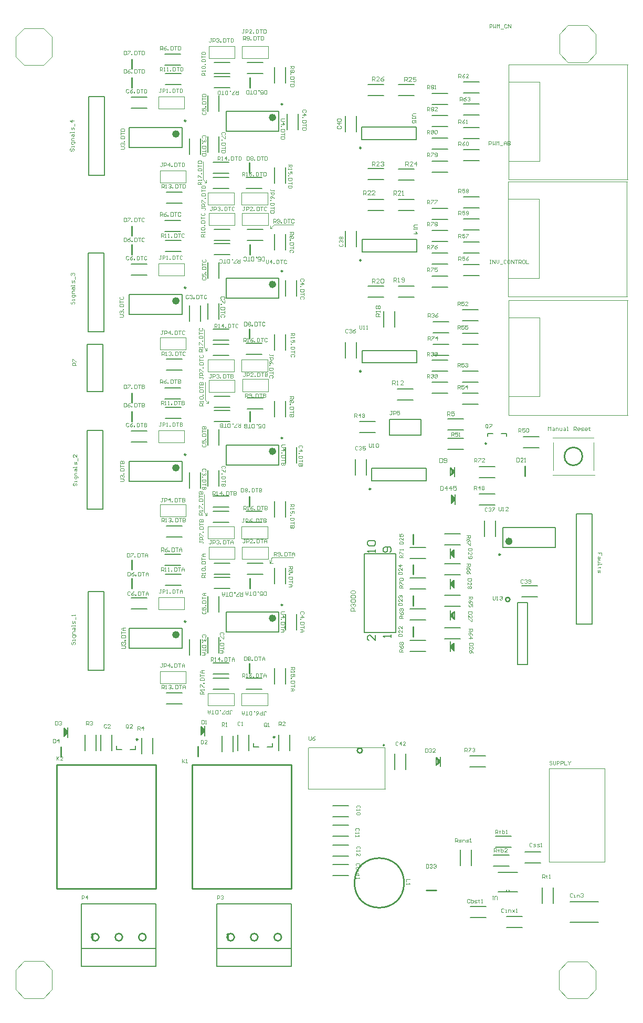
<source format=gto>
G04 Layer_Color=65535*
%FSLAX25Y25*%
%MOIN*%
G70*
G01*
G75*
%ADD29C,0.01000*%
%ADD48C,0.00984*%
%ADD49C,0.02362*%
%ADD50C,0.00600*%
%ADD51C,0.00394*%
%ADD52C,0.00787*%
%ADD53C,0.00800*%
%ADD54C,0.00700*%
D29*
X3172748Y1776500D02*
G03*
X3172748Y1776500I-15748J0D01*
G01*
X3285973Y2047358D02*
G03*
X3285973Y2047358I-5678J0D01*
G01*
X3094919Y1742036D02*
G03*
X3094919Y1742036I-2362J0D01*
G01*
X3064998D02*
G03*
X3064998Y1742036I-2362J0D01*
G01*
X3079958D02*
G03*
X3079958Y1742036I-2362J0D01*
G01*
X3008919D02*
G03*
X3008919Y1742036I-2362J0D01*
G01*
X2978998D02*
G03*
X2978998Y1742036I-2362J0D01*
G01*
X2993958D02*
G03*
X2993958Y1742036I-2362J0D01*
G01*
X3146236Y1860588D02*
G03*
X3146236Y1860588I-1605J0D01*
G01*
X3160132Y1864031D02*
G03*
X3160132Y1864031I-303J0D01*
G01*
X3239922Y1956577D02*
G03*
X3239927Y1956451I-1371J-119D01*
G01*
X3178350Y1972350D02*
Y1978650D01*
Y1952438D02*
Y1958737D01*
Y1932837D02*
Y1939136D01*
Y1991539D02*
Y1997839D01*
X3074914Y1963627D02*
Y1969927D01*
X3074414Y1909628D02*
Y1915927D01*
X3074914Y2069439D02*
Y2075738D01*
X3074409Y2122047D02*
Y2128346D01*
X3074914Y2175628D02*
Y2181927D01*
X3074414Y2227628D02*
Y2233927D01*
X3074914Y2281627D02*
Y2287927D01*
X2999887Y2175590D02*
Y2181889D01*
Y1975377D02*
Y1981676D01*
Y1963590D02*
Y1969889D01*
X3041914Y1856887D02*
Y1863186D01*
X3038126Y1851461D02*
X3101118D01*
X3038126Y1772721D02*
X3101118D01*
Y1851461D01*
X3038126Y1772721D02*
Y1851461D01*
X2954914Y1856413D02*
Y1862713D01*
X2999887Y2069590D02*
Y2075889D01*
Y2281590D02*
Y2287889D01*
Y2081377D02*
Y2087676D01*
Y2187377D02*
Y2193676D01*
Y2293377D02*
Y2299676D01*
X3074414Y2015627D02*
Y2021927D01*
X3249350Y2034850D02*
Y2041150D01*
X3186850Y1771850D02*
X3193150D01*
X2952126Y1851461D02*
X3015118D01*
X2952126Y1772721D02*
X3015118D01*
Y1851461D01*
X2952126Y1772721D02*
Y1851461D01*
D48*
X3225166Y2055500D02*
G03*
X3225166Y2055500I-492J0D01*
G01*
X3034269Y2260484D02*
G03*
X3034269Y2260484I-492J0D01*
G01*
Y2154483D02*
G03*
X3034269Y2154483I-492J0D01*
G01*
Y2048483D02*
G03*
X3034269Y2048483I-492J0D01*
G01*
Y1942484D02*
G03*
X3034269Y1942484I-492J0D01*
G01*
X3090664Y1869080D02*
G03*
X3090664Y1869080I-492J0D01*
G01*
X3003664Y1867602D02*
G03*
X3003664Y1867602I-492J0D01*
G01*
X3095645Y2058983D02*
G03*
X3095645Y2058983I-492J0D01*
G01*
Y2164984D02*
G03*
X3095645Y2164984I-492J0D01*
G01*
Y2270984D02*
G03*
X3095645Y2270984I-492J0D01*
G01*
X3233841Y1985043D02*
G03*
X3233841Y1985043I-492J0D01*
G01*
X3095645Y1952983D02*
G03*
X3095645Y1952983I-492J0D01*
G01*
X3145409Y2243244D02*
G03*
X3145409Y2243244I-492J0D01*
G01*
X3145484Y2171882D02*
G03*
X3145484Y2171882I-492J0D01*
G01*
Y2101382D02*
G03*
X3145484Y2101382I-492J0D01*
G01*
X3151551Y2026630D02*
G03*
X3151551Y2026630I-492J0D01*
G01*
D49*
X3029013Y2252117D02*
G03*
X3029013Y2252117I-1181J0D01*
G01*
Y2146117D02*
G03*
X3029013Y2146117I-1181J0D01*
G01*
Y2040117D02*
G03*
X3029013Y2040117I-1181J0D01*
G01*
Y1934117D02*
G03*
X3029013Y1934117I-1181J0D01*
G01*
X3090389Y2050617D02*
G03*
X3090389Y2050617I-1181J0D01*
G01*
Y2156617D02*
G03*
X3090389Y2156617I-1181J0D01*
G01*
Y2262617D02*
G03*
X3090389Y2262617I-1181J0D01*
G01*
X3240474Y1993409D02*
G03*
X3240474Y1993409I-1181J0D01*
G01*
X3090389Y1944617D02*
G03*
X3090389Y1944617I-1181J0D01*
G01*
D50*
X3238051Y1771940D02*
G03*
X3237450Y1770900I599J-1040D01*
G01*
X3239850D02*
G03*
X3239249Y1771940I-1200J0D01*
G01*
X3232550Y1770900D02*
X3244750D01*
X3232550Y1783100D02*
X3244750D01*
D51*
X3314626Y2291175D02*
Y2295959D01*
X3314783Y2296116D01*
X3288228D02*
X3314783D01*
X3314626Y2223360D02*
Y2228183D01*
Y2223360D02*
X3314744Y2223242D01*
X3288228D02*
X3314744D01*
X3239035Y2291175D02*
Y2296116D01*
X3288228D01*
X3239035Y2223242D02*
X3288228D01*
X3239035D02*
Y2291175D01*
X3314626Y2228183D02*
Y2291175D01*
X3239035Y2234950D02*
X3258701D01*
Y2235010D02*
Y2284883D01*
X3239035Y2285033D02*
X3258701D01*
X3238681Y2210764D02*
X3258347D01*
Y2160742D02*
Y2210615D01*
X3238681Y2160681D02*
X3258347D01*
X3314272Y2153914D02*
Y2216907D01*
X3238681Y2148973D02*
Y2216907D01*
Y2148973D02*
X3287874D01*
X3238681Y2221848D02*
X3287874D01*
X3238681Y2216907D02*
Y2221848D01*
X3287874Y2148973D02*
X3314390D01*
X3314272Y2149092D02*
X3314390Y2148973D01*
X3314272Y2149092D02*
Y2153914D01*
X3287874Y2221848D02*
X3314429D01*
X3314272Y2221690D02*
X3314429Y2221848D01*
X3314272Y2216907D02*
Y2221690D01*
X3314626Y2141595D02*
Y2146378D01*
X3314783Y2146535D01*
X3288228D02*
X3314783D01*
X3314626Y2073779D02*
Y2078602D01*
Y2073779D02*
X3314744Y2073661D01*
X3288228D02*
X3314744D01*
X3239035Y2141595D02*
Y2146535D01*
X3288228D01*
X3239035Y2073661D02*
X3288228D01*
X3239035D02*
Y2141595D01*
X3314626Y2078602D02*
Y2141595D01*
X3239035Y2085369D02*
X3258701D01*
Y2085430D02*
Y2135303D01*
X3239035Y2135452D02*
X3258701D01*
X3048184Y1995053D02*
Y2002927D01*
Y1995053D02*
X3064720D01*
Y2002927D01*
X3048184D02*
X3064720D01*
X3048684Y1982053D02*
Y1989927D01*
Y1982053D02*
X3065220D01*
Y1989927D01*
X3048684D02*
X3065220D01*
X3070079Y2088583D02*
Y2096457D01*
Y2088583D02*
X3086614D01*
Y2096457D01*
X3070079D02*
X3086614D01*
X3069460Y2101053D02*
Y2108927D01*
Y2101053D02*
X3085995D01*
Y2108927D01*
X3069460D02*
X3085995D01*
X3048684Y2088053D02*
Y2095927D01*
Y2088053D02*
X3065220D01*
Y2095927D01*
X3048684D02*
X3065220D01*
X3048184Y2101053D02*
Y2108927D01*
Y2101053D02*
X3064720D01*
Y2108927D01*
X3048184D02*
X3064720D01*
X3069960Y2194053D02*
Y2201927D01*
Y2194053D02*
X3086495D01*
Y2201927D01*
X3069960D02*
X3086495D01*
X3069460Y2207053D02*
Y2214927D01*
Y2207053D02*
X3085995D01*
Y2214927D01*
X3069460D02*
X3085995D01*
X3048684Y2194053D02*
Y2201927D01*
Y2194053D02*
X3065220D01*
Y2201927D01*
X3048684D02*
X3065220D01*
X3048184Y2207053D02*
Y2214927D01*
Y2207053D02*
X3064720D01*
Y2214927D01*
X3048184D02*
X3064720D01*
X3069960Y2300053D02*
Y2307927D01*
Y2300053D02*
X3086495D01*
Y2307927D01*
X3069960D02*
X3086495D01*
X3048684Y2300053D02*
Y2307927D01*
Y2300053D02*
X3065220D01*
Y2307927D01*
X3048684D02*
X3065220D01*
X3034283Y2115053D02*
Y2122927D01*
X3017747D02*
X3034283D01*
X3017747Y2115053D02*
Y2122927D01*
Y2115053D02*
X3034283D01*
Y2009053D02*
Y2016927D01*
X3017747D02*
X3034283D01*
X3017747Y2009053D02*
Y2016927D01*
Y2009053D02*
X3034283D01*
X3069460Y1889053D02*
Y1896927D01*
Y1889053D02*
X3085995D01*
Y1896927D01*
X3069460D02*
X3085995D01*
X3048184Y1889053D02*
Y1896927D01*
Y1889053D02*
X3064720D01*
Y1896927D01*
X3048184D02*
X3064720D01*
X3294622Y1708701D02*
Y1709094D01*
X3289110Y1703189D02*
X3294622Y1708701D01*
X3282811Y1703189D02*
X3289110D01*
X3294622Y1708701D02*
Y1720905D01*
X3289110Y1726417D02*
X3294622Y1720905D01*
X3281630Y1726417D02*
X3289110D01*
X3271000Y1708701D02*
Y1709094D01*
Y1708701D02*
X3276512Y1703189D01*
X3282811D01*
X3271000Y1708701D02*
Y1720905D01*
X3276512Y1726417D01*
X3282417D01*
X3276512D02*
X3282417D01*
X3271000Y1720905D02*
X3276512Y1726417D01*
X3271000Y1708701D02*
Y1720905D01*
X3276512Y1703189D02*
X3282811D01*
X3271000Y1708701D02*
X3276512Y1703189D01*
X3271000Y1708701D02*
Y1709094D01*
X2943406Y1703189D02*
X2943799D01*
X2949311Y1708701D01*
Y1715000D01*
X2931594Y1703189D02*
X2943799D01*
X2926083Y1708701D02*
X2931594Y1703189D01*
X2926083Y1708701D02*
Y1714606D01*
Y1708701D02*
Y1714606D01*
Y1708701D02*
X2931594Y1703189D01*
X2943799D01*
X2949311Y1708701D02*
Y1715000D01*
X2943799Y1703189D02*
X2949311Y1708701D01*
X2943406Y1703189D02*
X2943799D01*
X2926083Y1713819D02*
Y1721299D01*
X2931594Y1726811D01*
X2943799D01*
X2949311Y1715000D02*
Y1721299D01*
X2943799Y1726811D02*
X2949311Y1721299D01*
X2943406Y1726811D02*
X2943799D01*
X2943406Y2319311D02*
X2943799D01*
X2949311Y2313799D01*
Y2307500D02*
Y2313799D01*
X2931594Y2319311D02*
X2943799D01*
X2926083Y2313799D02*
X2931594Y2319311D01*
X2926083Y2306319D02*
Y2313799D01*
X2943406Y2295689D02*
X2943799D01*
X2949311Y2301201D01*
Y2307500D01*
X2931594Y2295689D02*
X2943799D01*
X2926083Y2301201D02*
X2931594Y2295689D01*
X2926083Y2301201D02*
Y2307106D01*
Y2301201D02*
Y2307106D01*
Y2301201D02*
X2931594Y2295689D01*
X2943799D01*
X2949311Y2301201D02*
Y2307500D01*
X2943799Y2295689D02*
X2949311Y2301201D01*
X2943406Y2295689D02*
X2943799D01*
X3288717Y2297511D02*
X3289110D01*
X3294622Y2303023D01*
Y2309322D01*
X3276905Y2297511D02*
X3289110D01*
X3271394Y2303023D02*
X3276905Y2297511D01*
X3271394Y2303023D02*
Y2308928D01*
Y2303023D02*
Y2308928D01*
Y2303023D02*
X3276905Y2297511D01*
X3289110D01*
X3294622Y2303023D02*
Y2309322D01*
X3289110Y2297511D02*
X3294622Y2303023D01*
X3288717Y2297511D02*
X3289110D01*
X3271394Y2308141D02*
Y2315621D01*
X3276905Y2321133D01*
X3289110D01*
X3294622Y2309322D02*
Y2315621D01*
X3289110Y2321133D02*
X3294622Y2315621D01*
X3288717Y2321133D02*
X3289110D01*
X3033305Y1950090D02*
Y1957964D01*
X3016769D02*
X3033305D01*
X3016769Y1950090D02*
Y1957964D01*
Y1950090D02*
X3033305D01*
Y2056090D02*
Y2063964D01*
X3016769D02*
X3033305D01*
X3016769Y2056090D02*
Y2063964D01*
Y2056090D02*
X3033305D01*
Y2162090D02*
Y2169964D01*
X3016769D02*
X3033305D01*
X3016769Y2162090D02*
Y2169964D01*
Y2162090D02*
X3033305D01*
Y2268090D02*
Y2275964D01*
X3016769D02*
X3033305D01*
X3016769Y2268090D02*
Y2275964D01*
Y2268090D02*
X3033305D01*
X3069960Y1982053D02*
Y1989927D01*
Y1982053D02*
X3086495D01*
Y1989927D01*
X3069960D02*
X3086495D01*
X3034283Y1903053D02*
Y1910927D01*
X3017747D02*
X3034283D01*
X3017747Y1903053D02*
Y1910927D01*
Y1903053D02*
X3034283D01*
Y2221053D02*
Y2228927D01*
X3017747D02*
X3034283D01*
X3017747Y2221053D02*
Y2228927D01*
Y2221053D02*
X3034283D01*
X3267500Y2038500D02*
Y2056216D01*
X3293090Y2038500D02*
Y2056216D01*
X3267303Y2035547D02*
X3293681D01*
X3267303Y2059169D02*
X3293287D01*
X3069460Y1995053D02*
Y2002927D01*
Y1995053D02*
X3085995D01*
Y2002927D01*
X3069460D02*
X3085995D01*
X3111916Y1862290D02*
X3111991Y1862366D01*
X3111916Y1861463D02*
Y1862290D01*
X3111991Y1862366D02*
X3160591D01*
X3160593Y1862364D01*
Y1836410D02*
Y1862364D01*
Y1836410D02*
X3160668Y1836334D01*
X3111991D02*
X3160668D01*
X3111916Y1836259D02*
X3111991Y1836334D01*
X3111916Y1836259D02*
Y1861463D01*
X3045669Y2011811D02*
Y2023228D01*
Y2011811D02*
X3047638Y2009842D01*
Y2011417D01*
X3046457Y2009842D02*
X3047638D01*
X3087402Y1979528D02*
X3089370D01*
X3087402D02*
Y1981496D01*
Y1979528D02*
X3088583Y1980709D01*
Y1982677D01*
X3088976Y1983071D01*
X3102362D01*
X3046457Y2083071D02*
Y2094488D01*
Y2083071D02*
X3048425Y2081102D01*
Y2082677D01*
X3047244Y2081102D02*
X3048425D01*
X3045669Y2116535D02*
Y2127953D01*
Y2116535D02*
X3047638Y2114567D01*
Y2116142D01*
X3046457Y2114567D02*
X3047638D01*
X3046063Y2221260D02*
X3047244D01*
Y2222835D01*
X3045276Y2223228D02*
X3047244Y2221260D01*
X3045276Y2223228D02*
Y2234646D01*
X3089764Y2194094D02*
X3090158Y2194488D01*
X3102362D01*
X3087795Y2192126D02*
X3088976D01*
X3087795D02*
Y2193701D01*
Y2192126D02*
Y2193701D01*
Y2192126D02*
X3089764Y2194094D01*
X3264783Y1791862D02*
Y1849028D01*
X3300217D01*
Y1791941D02*
Y1849028D01*
X3264783Y1789972D02*
X3300217D01*
X3264783D02*
Y1791862D01*
X3300217Y1789972D02*
Y1791941D01*
X3195200Y2046155D02*
Y2043400D01*
X3196577D01*
X3197037Y2043859D01*
Y2045696D01*
X3196577Y2046155D01*
X3195200D01*
X3197955Y2043859D02*
X3198414Y2043400D01*
X3199332D01*
X3199792Y2043859D01*
Y2045696D01*
X3199332Y2046155D01*
X3198414D01*
X3197955Y2045696D01*
Y2045237D01*
X3198414Y2044777D01*
X3199792D01*
X3195700Y2028655D02*
Y2025900D01*
X3197078D01*
X3197537Y2026359D01*
Y2028196D01*
X3197078Y2028655D01*
X3195700D01*
X3199833Y2025900D02*
Y2028655D01*
X3198455Y2027278D01*
X3200292D01*
X3202588Y2025900D02*
Y2028655D01*
X3201210Y2027278D01*
X3203047D01*
X3205802Y2028655D02*
X3203965D01*
Y2027278D01*
X3204884Y2027737D01*
X3205342D01*
X3205802Y2027278D01*
Y2026359D01*
X3205342Y2025900D01*
X3204424D01*
X3203965Y2026359D01*
X3141732Y1949213D02*
X3138977D01*
Y1950590D01*
X3139436Y1951049D01*
X3140355D01*
X3140814Y1950590D01*
Y1949213D01*
X3139436Y1951968D02*
X3138977Y1952427D01*
Y1953345D01*
X3139436Y1953804D01*
X3139896D01*
X3140355Y1953345D01*
Y1952886D01*
Y1953345D01*
X3140814Y1953804D01*
X3141273D01*
X3141732Y1953345D01*
Y1952427D01*
X3141273Y1951968D01*
X3139436Y1954723D02*
X3138977Y1955182D01*
Y1956100D01*
X3139436Y1956559D01*
X3141273D01*
X3141732Y1956100D01*
Y1955182D01*
X3141273Y1954723D01*
X3139436D01*
Y1957478D02*
X3138977Y1957937D01*
Y1958855D01*
X3139436Y1959314D01*
X3141273D01*
X3141732Y1958855D01*
Y1957937D01*
X3141273Y1957478D01*
X3139436D01*
Y1960233D02*
X3138977Y1960692D01*
Y1961610D01*
X3139436Y1962069D01*
X3141273D01*
X3141732Y1961610D01*
Y1960692D01*
X3141273Y1960233D01*
X3139436D01*
X3186200Y1861761D02*
Y1859400D01*
X3187381D01*
X3187774Y1859794D01*
Y1861368D01*
X3187381Y1861761D01*
X3186200D01*
X3188561Y1861368D02*
X3188955Y1861761D01*
X3189742D01*
X3190136Y1861368D01*
Y1860974D01*
X3189742Y1860581D01*
X3189349D01*
X3189742D01*
X3190136Y1860187D01*
Y1859794D01*
X3189742Y1859400D01*
X3188955D01*
X3188561Y1859794D01*
X3192497Y1859400D02*
X3190923D01*
X3192497Y1860974D01*
Y1861368D01*
X3192104Y1861761D01*
X3191316D01*
X3190923Y1861368D01*
X3176361Y1778700D02*
X3174000D01*
Y1777126D01*
Y1776339D02*
Y1775551D01*
Y1775945D01*
X3176361D01*
X3175968Y1776339D01*
X3230709Y1807874D02*
Y1810235D01*
X3231889D01*
X3232283Y1809842D01*
Y1809055D01*
X3231889Y1808661D01*
X3230709D01*
X3231496D02*
X3232283Y1807874D01*
X3233464D02*
Y1809842D01*
Y1809055D01*
X3233070D01*
X3233857D01*
X3233464D01*
Y1809842D01*
X3233857Y1810235D01*
X3235038D02*
Y1807874D01*
X3236219D01*
X3236612Y1808268D01*
Y1808661D01*
Y1809055D01*
X3236219Y1809448D01*
X3235038D01*
X3237399Y1807874D02*
X3238187D01*
X3237793D01*
Y1810235D01*
X3237399Y1809842D01*
X3229921Y1796063D02*
Y1798424D01*
X3231102D01*
X3231496Y1798031D01*
Y1797244D01*
X3231102Y1796850D01*
X3229921D01*
X3230708D02*
X3231496Y1796063D01*
X3232676D02*
Y1798031D01*
Y1797244D01*
X3232283D01*
X3233070D01*
X3232676D01*
Y1798031D01*
X3233070Y1798424D01*
X3234251D02*
Y1796063D01*
X3235431D01*
X3235825Y1796457D01*
Y1796850D01*
Y1797244D01*
X3235431Y1797637D01*
X3234251D01*
X3238186Y1796063D02*
X3236612D01*
X3238186Y1797637D01*
Y1798031D01*
X3237793Y1798424D01*
X3237006D01*
X3236612Y1798031D01*
X3226999Y2172160D02*
X3227785D01*
X3227392D01*
Y2169798D01*
X3226999D01*
X3227785D01*
X3228966D02*
Y2172160D01*
X3230540Y2169798D01*
Y2172160D01*
X3231328D02*
Y2170586D01*
X3232115Y2169798D01*
X3232902Y2170586D01*
Y2172160D01*
X3233689Y2169405D02*
X3235263D01*
X3237625Y2171766D02*
X3237231Y2172160D01*
X3236444D01*
X3236050Y2171766D01*
Y2170192D01*
X3236444Y2169798D01*
X3237231D01*
X3237625Y2170192D01*
X3239593Y2172160D02*
X3238806D01*
X3238412Y2171766D01*
Y2170192D01*
X3238806Y2169798D01*
X3239593D01*
X3239986Y2170192D01*
Y2171766D01*
X3239593Y2172160D01*
X3240773Y2169798D02*
Y2172160D01*
X3242348Y2169798D01*
Y2172160D01*
X3243135D02*
X3244709D01*
X3243922D01*
Y2169798D01*
X3245496D02*
Y2172160D01*
X3246677D01*
X3247071Y2171766D01*
Y2170979D01*
X3246677Y2170586D01*
X3245496D01*
X3246283D02*
X3247071Y2169798D01*
X3249038Y2172160D02*
X3248251D01*
X3247858Y2171766D01*
Y2170192D01*
X3248251Y2169798D01*
X3249038D01*
X3249432Y2170192D01*
Y2171766D01*
X3249038Y2172160D01*
X3250219D02*
Y2169798D01*
X3251794D01*
X2961418Y2145669D02*
X2961024Y2145275D01*
Y2144488D01*
X2961418Y2144094D01*
X2961811D01*
X2962205Y2144488D01*
Y2145275D01*
X2962599Y2145669D01*
X2962992D01*
X2963386Y2145275D01*
Y2144488D01*
X2962992Y2144094D01*
X2963386Y2146456D02*
Y2147243D01*
Y2146849D01*
X2961811D01*
Y2146456D01*
X2964173Y2149211D02*
Y2149604D01*
X2963779Y2149998D01*
X2961811D01*
Y2148817D01*
X2962205Y2148424D01*
X2962992D01*
X2963386Y2148817D01*
Y2149998D01*
Y2150785D02*
X2961811D01*
Y2151966D01*
X2962205Y2152360D01*
X2963386D01*
X2961811Y2153540D02*
Y2154327D01*
X2962205Y2154721D01*
X2963386D01*
Y2153540D01*
X2962992Y2153147D01*
X2962599Y2153540D01*
Y2154721D01*
X2963386Y2155508D02*
Y2156295D01*
Y2155902D01*
X2961024D01*
Y2155508D01*
X2963386Y2157476D02*
Y2158657D01*
X2962992Y2159050D01*
X2962599Y2158657D01*
Y2157870D01*
X2962205Y2157476D01*
X2961811Y2157870D01*
Y2159050D01*
X2963779Y2159837D02*
Y2161412D01*
X2961418Y2162199D02*
X2961024Y2162592D01*
Y2163380D01*
X2961418Y2163773D01*
X2961811D01*
X2962205Y2163380D01*
Y2162986D01*
Y2163380D01*
X2962599Y2163773D01*
X2962992D01*
X2963386Y2163380D01*
Y2162592D01*
X2962992Y2162199D01*
X2961024Y2242913D02*
X2960631Y2242519D01*
Y2241732D01*
X2961024Y2241339D01*
X2961418D01*
X2961811Y2241732D01*
Y2242519D01*
X2962205Y2242913D01*
X2962599D01*
X2962992Y2242519D01*
Y2241732D01*
X2962599Y2241339D01*
X2962992Y2243700D02*
Y2244487D01*
Y2244094D01*
X2961418D01*
Y2243700D01*
X2963779Y2246455D02*
Y2246849D01*
X2963386Y2247242D01*
X2961418D01*
Y2246061D01*
X2961811Y2245668D01*
X2962599D01*
X2962992Y2246061D01*
Y2247242D01*
Y2248029D02*
X2961418D01*
Y2249210D01*
X2961811Y2249604D01*
X2962992D01*
X2961418Y2250784D02*
Y2251571D01*
X2961811Y2251965D01*
X2962992D01*
Y2250784D01*
X2962599Y2250391D01*
X2962205Y2250784D01*
Y2251965D01*
X2962992Y2252752D02*
Y2253539D01*
Y2253146D01*
X2960631D01*
Y2252752D01*
X2962992Y2254720D02*
Y2255901D01*
X2962599Y2256294D01*
X2962205Y2255901D01*
Y2255114D01*
X2961811Y2254720D01*
X2961418Y2255114D01*
Y2256294D01*
X2963386Y2257081D02*
Y2258656D01*
X2962992Y2260624D02*
X2960631D01*
X2961811Y2259443D01*
Y2261017D01*
X3068574Y1878468D02*
X3068181Y1878861D01*
X3067394D01*
X3067000Y1878468D01*
Y1876894D01*
X3067394Y1876500D01*
X3068181D01*
X3068574Y1876894D01*
X3069361Y1876500D02*
X3070149D01*
X3069755D01*
Y1878861D01*
X3069361Y1878468D01*
X2983855Y1876948D02*
X2983462Y1877342D01*
X2982675D01*
X2982281Y1876948D01*
Y1875374D01*
X2982675Y1874980D01*
X2983462D01*
X2983855Y1875374D01*
X2986217Y1874980D02*
X2984643D01*
X2986217Y1876555D01*
Y1876948D01*
X2985823Y1877342D01*
X2985036D01*
X2984643Y1876948D01*
X3046456Y1932678D02*
X3046850Y1933071D01*
Y1933858D01*
X3046456Y1934252D01*
X3044882D01*
X3044488Y1933858D01*
Y1933071D01*
X3044882Y1932678D01*
X3046456Y1931890D02*
X3046850Y1931497D01*
Y1930710D01*
X3046456Y1930316D01*
X3046062D01*
X3045669Y1930710D01*
Y1931103D01*
Y1930710D01*
X3045275Y1930316D01*
X3044882D01*
X3044488Y1930710D01*
Y1931497D01*
X3044882Y1931890D01*
X3044488Y1929529D02*
X3044882D01*
Y1929136D01*
X3044488D01*
Y1929529D01*
X3046850Y1927561D02*
X3044488D01*
Y1926381D01*
X3044882Y1925987D01*
X3046456D01*
X3046850Y1926381D01*
Y1927561D01*
Y1925200D02*
Y1923626D01*
Y1924413D01*
X3044488D01*
Y1922838D02*
X3046062D01*
X3046850Y1922051D01*
X3046062Y1921264D01*
X3044488D01*
X3045669D01*
Y1922838D01*
X3046456Y2037796D02*
X3046850Y2038189D01*
Y2038976D01*
X3046456Y2039370D01*
X3044882D01*
X3044488Y2038976D01*
Y2038189D01*
X3044882Y2037796D01*
X3046456Y2037009D02*
X3046850Y2036615D01*
Y2035828D01*
X3046456Y2035434D01*
X3046062D01*
X3045669Y2035828D01*
Y2036222D01*
Y2035828D01*
X3045275Y2035434D01*
X3044882D01*
X3044488Y2035828D01*
Y2036615D01*
X3044882Y2037009D01*
X3044488Y2034647D02*
X3044882D01*
Y2034254D01*
X3044488D01*
Y2034647D01*
X3046850Y2032679D02*
X3044488D01*
Y2031499D01*
X3044882Y2031105D01*
X3046456D01*
X3046850Y2031499D01*
Y2032679D01*
Y2030318D02*
Y2028744D01*
Y2029531D01*
X3044488D01*
X3046850Y2027957D02*
X3044488D01*
Y2026776D01*
X3044882Y2026382D01*
X3045275D01*
X3045669Y2026776D01*
Y2027957D01*
Y2026776D01*
X3046062Y2026382D01*
X3046456D01*
X3046850Y2026776D01*
Y2027957D01*
X3035826Y2149606D02*
X3035433Y2149999D01*
X3034645D01*
X3034252Y2149606D01*
Y2148031D01*
X3034645Y2147638D01*
X3035433D01*
X3035826Y2148031D01*
X3036613Y2149606D02*
X3037007Y2149999D01*
X3037794D01*
X3038188Y2149606D01*
Y2149212D01*
X3037794Y2148819D01*
X3037401D01*
X3037794D01*
X3038188Y2148425D01*
Y2148031D01*
X3037794Y2147638D01*
X3037007D01*
X3036613Y2148031D01*
X3038975Y2147638D02*
Y2148031D01*
X3039368D01*
Y2147638D01*
X3038975D01*
X3040943Y2149999D02*
Y2147638D01*
X3042123D01*
X3042517Y2148031D01*
Y2149606D01*
X3042123Y2149999D01*
X3040943D01*
X3043304D02*
X3044878D01*
X3044091D01*
Y2147638D01*
X3047240Y2149606D02*
X3046846Y2149999D01*
X3046059D01*
X3045666Y2149606D01*
Y2148031D01*
X3046059Y2147638D01*
X3046846D01*
X3047240Y2148031D01*
X3046456Y2249607D02*
X3046850Y2250000D01*
Y2250788D01*
X3046456Y2251181D01*
X3044882D01*
X3044488Y2250788D01*
Y2250000D01*
X3044882Y2249607D01*
X3046456Y2248820D02*
X3046850Y2248426D01*
Y2247639D01*
X3046456Y2247245D01*
X3046062D01*
X3045669Y2247639D01*
Y2248033D01*
Y2247639D01*
X3045275Y2247245D01*
X3044882D01*
X3044488Y2247639D01*
Y2248426D01*
X3044882Y2248820D01*
X3044488Y2246458D02*
X3044882D01*
Y2246065D01*
X3044488D01*
Y2246458D01*
X3046850Y2244490D02*
X3044488D01*
Y2243310D01*
X3044882Y2242916D01*
X3046456D01*
X3046850Y2243310D01*
Y2244490D01*
Y2242129D02*
Y2240555D01*
Y2241342D01*
X3044488D01*
X3046850Y2239767D02*
X3044488D01*
Y2238587D01*
X3044882Y2238193D01*
X3046456D01*
X3046850Y2238587D01*
Y2239767D01*
X3108661Y1947245D02*
X3109054Y1947638D01*
Y1948425D01*
X3108661Y1948819D01*
X3107087D01*
X3106693Y1948425D01*
Y1947638D01*
X3107087Y1947245D01*
X3106693Y1945277D02*
X3109054D01*
X3107874Y1946457D01*
Y1944883D01*
X3106693Y1944096D02*
X3107087D01*
Y1943702D01*
X3106693D01*
Y1944096D01*
X3109054Y1942128D02*
X3106693D01*
Y1940947D01*
X3107087Y1940554D01*
X3108661D01*
X3109054Y1940947D01*
Y1942128D01*
Y1939767D02*
Y1938192D01*
Y1938980D01*
X3106693D01*
Y1937405D02*
X3108267D01*
X3109054Y1936618D01*
X3108267Y1935831D01*
X3106693D01*
X3107874D01*
Y1937405D01*
X3107873Y2052756D02*
X3108267Y2053150D01*
Y2053937D01*
X3107873Y2054331D01*
X3106299D01*
X3105906Y2053937D01*
Y2053150D01*
X3106299Y2052756D01*
X3105906Y2050789D02*
X3108267D01*
X3107086Y2051969D01*
Y2050395D01*
X3105906Y2049608D02*
X3106299D01*
Y2049214D01*
X3105906D01*
Y2049608D01*
X3108267Y2047640D02*
X3105906D01*
Y2046459D01*
X3106299Y2046066D01*
X3107873D01*
X3108267Y2046459D01*
Y2047640D01*
Y2045279D02*
Y2043704D01*
Y2044491D01*
X3105906D01*
X3108267Y2042917D02*
X3105906D01*
Y2041736D01*
X3106299Y2041343D01*
X3106693D01*
X3107086Y2041736D01*
Y2042917D01*
Y2041736D01*
X3107480Y2041343D01*
X3107873D01*
X3108267Y2041736D01*
Y2042917D01*
X3108661Y2158662D02*
X3109054Y2159056D01*
Y2159843D01*
X3108661Y2160236D01*
X3107087D01*
X3106693Y2159843D01*
Y2159056D01*
X3107087Y2158662D01*
X3106693Y2156694D02*
X3109054D01*
X3107874Y2157875D01*
Y2156301D01*
X3106693Y2155513D02*
X3107087D01*
Y2155120D01*
X3106693D01*
Y2155513D01*
X3109054Y2153546D02*
X3106693D01*
Y2152365D01*
X3107087Y2151971D01*
X3108661D01*
X3109054Y2152365D01*
Y2153546D01*
Y2151184D02*
Y2149610D01*
Y2150397D01*
X3106693D01*
X3108661Y2147248D02*
X3109054Y2147642D01*
Y2148429D01*
X3108661Y2148823D01*
X3107087D01*
X3106693Y2148429D01*
Y2147642D01*
X3107087Y2147248D01*
X3110008Y2265995D02*
X3110402Y2266389D01*
Y2267176D01*
X3110008Y2267569D01*
X3108434D01*
X3108040Y2267176D01*
Y2266389D01*
X3108434Y2265995D01*
X3108040Y2264027D02*
X3110402D01*
X3109221Y2265208D01*
Y2263634D01*
X3108040Y2262846D02*
X3108434D01*
Y2262453D01*
X3108040D01*
Y2262846D01*
X3110402Y2260879D02*
X3108040D01*
Y2259698D01*
X3108434Y2259304D01*
X3110008D01*
X3110402Y2259698D01*
Y2260879D01*
Y2258517D02*
Y2256943D01*
Y2257730D01*
X3108040D01*
X3110402Y2256156D02*
X3108040D01*
Y2254975D01*
X3108434Y2254581D01*
X3110008D01*
X3110402Y2254975D01*
Y2256156D01*
X3044883Y1949212D02*
X3044489Y1948819D01*
Y1948031D01*
X3044883Y1947638D01*
X3046457D01*
X3046850Y1948031D01*
Y1948819D01*
X3046457Y1949212D01*
X3044489Y1951574D02*
Y1949999D01*
X3045670D01*
X3045276Y1950786D01*
Y1951180D01*
X3045670Y1951574D01*
X3046457D01*
X3046850Y1951180D01*
Y1950393D01*
X3046457Y1949999D01*
X3046850Y1952361D02*
X3046457D01*
Y1952754D01*
X3046850D01*
Y1952361D01*
X3044489Y1954329D02*
X3046850D01*
Y1955509D01*
X3046457Y1955903D01*
X3044883D01*
X3044489Y1955509D01*
Y1954329D01*
Y1956690D02*
Y1958264D01*
Y1957477D01*
X3046850D01*
Y1959051D02*
X3045276D01*
X3044489Y1959839D01*
X3045276Y1960626D01*
X3046850D01*
X3045670D01*
Y1959051D01*
X3044883Y2055118D02*
X3044489Y2054724D01*
Y2053937D01*
X3044883Y2053543D01*
X3046457D01*
X3046850Y2053937D01*
Y2054724D01*
X3046457Y2055118D01*
X3044489Y2057479D02*
Y2055905D01*
X3045670D01*
X3045276Y2056692D01*
Y2057085D01*
X3045670Y2057479D01*
X3046457D01*
X3046850Y2057085D01*
Y2056298D01*
X3046457Y2055905D01*
X3046850Y2058266D02*
X3046457D01*
Y2058660D01*
X3046850D01*
Y2058266D01*
X3044489Y2060234D02*
X3046850D01*
Y2061415D01*
X3046457Y2061808D01*
X3044883D01*
X3044489Y2061415D01*
Y2060234D01*
Y2062596D02*
Y2064170D01*
Y2063383D01*
X3046850D01*
X3044489Y2064957D02*
X3046850D01*
Y2066138D01*
X3046457Y2066531D01*
X3046063D01*
X3045670Y2066138D01*
Y2064957D01*
Y2066138D01*
X3045276Y2066531D01*
X3044883D01*
X3044489Y2066138D01*
Y2064957D01*
X3044883Y2161023D02*
X3044489Y2160629D01*
Y2159842D01*
X3044883Y2159449D01*
X3046457D01*
X3046850Y2159842D01*
Y2160629D01*
X3046457Y2161023D01*
X3044489Y2163384D02*
Y2161810D01*
X3045670D01*
X3045276Y2162597D01*
Y2162991D01*
X3045670Y2163384D01*
X3046457D01*
X3046850Y2162991D01*
Y2162204D01*
X3046457Y2161810D01*
X3046850Y2164172D02*
X3046457D01*
Y2164565D01*
X3046850D01*
Y2164172D01*
X3044489Y2166140D02*
X3046850D01*
Y2167320D01*
X3046457Y2167714D01*
X3044883D01*
X3044489Y2167320D01*
Y2166140D01*
Y2168501D02*
Y2170075D01*
Y2169288D01*
X3046850D01*
X3044883Y2172437D02*
X3044489Y2172043D01*
Y2171256D01*
X3044883Y2170862D01*
X3046457D01*
X3046850Y2171256D01*
Y2172043D01*
X3046457Y2172437D01*
X3044883Y2266141D02*
X3044489Y2265748D01*
Y2264960D01*
X3044883Y2264567D01*
X3046457D01*
X3046850Y2264960D01*
Y2265748D01*
X3046457Y2266141D01*
X3044489Y2268503D02*
Y2266928D01*
X3045670D01*
X3045276Y2267715D01*
Y2268109D01*
X3045670Y2268503D01*
X3046457D01*
X3046850Y2268109D01*
Y2267322D01*
X3046457Y2266928D01*
X3046850Y2269290D02*
X3046457D01*
Y2269683D01*
X3046850D01*
Y2269290D01*
X3044489Y2271258D02*
X3046850D01*
Y2272438D01*
X3046457Y2272832D01*
X3044883D01*
X3044489Y2272438D01*
Y2271258D01*
Y2273619D02*
Y2275193D01*
Y2274406D01*
X3046850D01*
X3044489Y2275981D02*
X3046850D01*
Y2277161D01*
X3046457Y2277555D01*
X3044883D01*
X3044489Y2277161D01*
Y2275981D01*
X2998818Y1961023D02*
X2998425Y1961417D01*
X2997638D01*
X2997244Y1961023D01*
Y1959449D01*
X2997638Y1959055D01*
X2998425D01*
X2998818Y1959449D01*
X3001180Y1961417D02*
X3000393Y1961023D01*
X2999606Y1960236D01*
Y1959449D01*
X2999999Y1959055D01*
X3000786D01*
X3001180Y1959449D01*
Y1959842D01*
X3000786Y1960236D01*
X2999606D01*
X3001967Y1959055D02*
Y1959449D01*
X3002361D01*
Y1959055D01*
X3001967D01*
X3003935Y1961417D02*
Y1959055D01*
X3005116D01*
X3005509Y1959449D01*
Y1961023D01*
X3005116Y1961417D01*
X3003935D01*
X3006296D02*
X3007871D01*
X3007083D01*
Y1959055D01*
X3008658D02*
Y1960629D01*
X3009445Y1961417D01*
X3010232Y1960629D01*
Y1959055D01*
Y1960236D01*
X3008658D01*
X2997874Y2068268D02*
X2997481Y2068661D01*
X2996694D01*
X2996300Y2068268D01*
Y2066694D01*
X2996694Y2066300D01*
X2997481D01*
X2997874Y2066694D01*
X3000236Y2068661D02*
X2999449Y2068268D01*
X2998661Y2067481D01*
Y2066694D01*
X2999055Y2066300D01*
X2999842D01*
X3000236Y2066694D01*
Y2067087D01*
X2999842Y2067481D01*
X2998661D01*
X3001023Y2066300D02*
Y2066694D01*
X3001416D01*
Y2066300D01*
X3001023D01*
X3002991Y2068661D02*
Y2066300D01*
X3004172D01*
X3004565Y2066694D01*
Y2068268D01*
X3004172Y2068661D01*
X3002991D01*
X3005352D02*
X3006927D01*
X3006139D01*
Y2066300D01*
X3007714Y2068661D02*
Y2066300D01*
X3008894D01*
X3009288Y2066694D01*
Y2067087D01*
X3008894Y2067481D01*
X3007714D01*
X3008894D01*
X3009288Y2067874D01*
Y2068268D01*
X3008894Y2068661D01*
X3007714D01*
X2997874Y2174268D02*
X2997481Y2174661D01*
X2996694D01*
X2996300Y2174268D01*
Y2172694D01*
X2996694Y2172300D01*
X2997481D01*
X2997874Y2172694D01*
X3000236Y2174661D02*
X2999449Y2174268D01*
X2998661Y2173481D01*
Y2172694D01*
X2999055Y2172300D01*
X2999842D01*
X3000236Y2172694D01*
Y2173087D01*
X2999842Y2173481D01*
X2998661D01*
X3001023Y2172300D02*
Y2172694D01*
X3001416D01*
Y2172300D01*
X3001023D01*
X3002991Y2174661D02*
Y2172300D01*
X3004172D01*
X3004565Y2172694D01*
Y2174268D01*
X3004172Y2174661D01*
X3002991D01*
X3005352D02*
X3006927D01*
X3006139D01*
Y2172300D01*
X3009288Y2174268D02*
X3008894Y2174661D01*
X3008107D01*
X3007714Y2174268D01*
Y2172694D01*
X3008107Y2172300D01*
X3008894D01*
X3009288Y2172694D01*
X2997874Y2280268D02*
X2997481Y2280661D01*
X2996694D01*
X2996300Y2280268D01*
Y2278694D01*
X2996694Y2278300D01*
X2997481D01*
X2997874Y2278694D01*
X3000236Y2280661D02*
X2999449Y2280268D01*
X2998661Y2279481D01*
Y2278694D01*
X2999055Y2278300D01*
X2999842D01*
X3000236Y2278694D01*
Y2279087D01*
X2999842Y2279481D01*
X2998661D01*
X3001023Y2278300D02*
Y2278694D01*
X3001416D01*
Y2278300D01*
X3001023D01*
X3002991Y2280661D02*
Y2278300D01*
X3004172D01*
X3004565Y2278694D01*
Y2280268D01*
X3004172Y2280661D01*
X3002991D01*
X3005352D02*
X3006927D01*
X3006139D01*
Y2278300D01*
X3007714Y2280661D02*
Y2278300D01*
X3008894D01*
X3009288Y2278694D01*
Y2280268D01*
X3008894Y2280661D01*
X3007714D01*
X3057873Y1933859D02*
X3058267Y1934252D01*
Y1935040D01*
X3057873Y1935433D01*
X3056299D01*
X3055906Y1935040D01*
Y1934252D01*
X3056299Y1933859D01*
X3058267Y1933072D02*
Y1931497D01*
X3057873D01*
X3056299Y1933072D01*
X3055906D01*
Y1930710D02*
X3056299D01*
Y1930317D01*
X3055906D01*
Y1930710D01*
X3058267Y1928742D02*
X3055906D01*
Y1927562D01*
X3056299Y1927168D01*
X3057873D01*
X3058267Y1927562D01*
Y1928742D01*
Y1926381D02*
Y1924807D01*
Y1925594D01*
X3055906D01*
Y1924019D02*
X3057480D01*
X3058267Y1923232D01*
X3057480Y1922445D01*
X3055906D01*
X3057086D01*
Y1924019D01*
X3058661Y2039764D02*
X3059054Y2040158D01*
Y2040945D01*
X3058661Y2041339D01*
X3057087D01*
X3056693Y2040945D01*
Y2040158D01*
X3057087Y2039764D01*
X3059054Y2038977D02*
Y2037403D01*
X3058661D01*
X3057087Y2038977D01*
X3056693D01*
Y2036616D02*
X3057087D01*
Y2036222D01*
X3056693D01*
Y2036616D01*
X3059054Y2034648D02*
X3056693D01*
Y2033467D01*
X3057087Y2033073D01*
X3058661D01*
X3059054Y2033467D01*
Y2034648D01*
Y2032286D02*
Y2030712D01*
Y2031499D01*
X3056693D01*
X3059054Y2029925D02*
X3056693D01*
Y2028744D01*
X3057087Y2028351D01*
X3057480D01*
X3057874Y2028744D01*
Y2029925D01*
Y2028744D01*
X3058267Y2028351D01*
X3058661D01*
X3059054Y2028744D01*
Y2029925D01*
X3058267Y2147245D02*
X3058661Y2147638D01*
Y2148425D01*
X3058267Y2148819D01*
X3056693D01*
X3056299Y2148425D01*
Y2147638D01*
X3056693Y2147245D01*
X3058661Y2146457D02*
Y2144883D01*
X3058267D01*
X3056693Y2146457D01*
X3056299D01*
Y2144096D02*
X3056693D01*
Y2143702D01*
X3056299D01*
Y2144096D01*
X3058661Y2142128D02*
X3056299D01*
Y2140947D01*
X3056693Y2140554D01*
X3058267D01*
X3058661Y2140947D01*
Y2142128D01*
Y2139767D02*
Y2138192D01*
Y2138980D01*
X3056299D01*
X3058267Y2135831D02*
X3058661Y2136225D01*
Y2137012D01*
X3058267Y2137405D01*
X3056693D01*
X3056299Y2137012D01*
Y2136225D01*
X3056693Y2135831D01*
X3058661Y2251575D02*
X3059054Y2251969D01*
Y2252756D01*
X3058661Y2253150D01*
X3057087D01*
X3056693Y2252756D01*
Y2251969D01*
X3057087Y2251575D01*
X3059054Y2250788D02*
Y2249214D01*
X3058661D01*
X3057087Y2250788D01*
X3056693D01*
Y2248427D02*
X3057087D01*
Y2248033D01*
X3056693D01*
Y2248427D01*
X3059054Y2246459D02*
X3056693D01*
Y2245278D01*
X3057087Y2244885D01*
X3058661D01*
X3059054Y2245278D01*
Y2246459D01*
Y2244097D02*
Y2242523D01*
Y2243310D01*
X3056693D01*
X3059054Y2241736D02*
X3056693D01*
Y2240555D01*
X3057087Y2240162D01*
X3058661D01*
X3059054Y2240555D01*
Y2241736D01*
X3143285Y2053368D02*
X3142892Y2053761D01*
X3142104D01*
X3141711Y2053368D01*
Y2051794D01*
X3142104Y2051400D01*
X3142892D01*
X3143285Y2051794D01*
X3144072Y2053368D02*
X3144466Y2053761D01*
X3145253D01*
X3145646Y2053368D01*
Y2052974D01*
X3145253Y2052581D01*
X3144859D01*
X3145253D01*
X3145646Y2052187D01*
Y2051794D01*
X3145253Y2051400D01*
X3144466D01*
X3144072Y2051794D01*
X3148008Y2053761D02*
X3146434D01*
Y2052581D01*
X3147221Y2052974D01*
X3147614D01*
X3148008Y2052581D01*
Y2051794D01*
X3147614Y2051400D01*
X3146827D01*
X3146434Y2051794D01*
X3137074Y2127868D02*
X3136681Y2128261D01*
X3135894D01*
X3135500Y2127868D01*
Y2126294D01*
X3135894Y2125900D01*
X3136681D01*
X3137074Y2126294D01*
X3137861Y2127868D02*
X3138255Y2128261D01*
X3139042D01*
X3139436Y2127868D01*
Y2127474D01*
X3139042Y2127081D01*
X3138649D01*
X3139042D01*
X3139436Y2126687D01*
Y2126294D01*
X3139042Y2125900D01*
X3138255D01*
X3137861Y2126294D01*
X3141797Y2128261D02*
X3141010Y2127868D01*
X3140223Y2127081D01*
Y2126294D01*
X3140616Y2125900D01*
X3141404D01*
X3141797Y2126294D01*
Y2126687D01*
X3141404Y2127081D01*
X3140223D01*
X3225574Y2014368D02*
X3225181Y2014761D01*
X3224393D01*
X3224000Y2014368D01*
Y2012794D01*
X3224393Y2012400D01*
X3225181D01*
X3225574Y2012794D01*
X3226361Y2014368D02*
X3226755Y2014761D01*
X3227542D01*
X3227936Y2014368D01*
Y2013974D01*
X3227542Y2013581D01*
X3227148D01*
X3227542D01*
X3227936Y2013187D01*
Y2012794D01*
X3227542Y2012400D01*
X3226755D01*
X3226361Y2012794D01*
X3228723Y2014761D02*
X3230297D01*
Y2014368D01*
X3228723Y2012794D01*
Y2012400D01*
X3131890Y2182283D02*
X3131497Y2181889D01*
Y2181102D01*
X3131890Y2180709D01*
X3133465D01*
X3133858Y2181102D01*
Y2181889D01*
X3133465Y2182283D01*
X3131890Y2183070D02*
X3131497Y2183464D01*
Y2184251D01*
X3131890Y2184644D01*
X3132284D01*
X3132677Y2184251D01*
Y2183857D01*
Y2184251D01*
X3133071Y2184644D01*
X3133465D01*
X3133858Y2184251D01*
Y2183464D01*
X3133465Y2183070D01*
X3131890Y2185431D02*
X3131497Y2185825D01*
Y2186612D01*
X3131890Y2187006D01*
X3132284D01*
X3132677Y2186612D01*
X3133071Y2187006D01*
X3133465D01*
X3133858Y2186612D01*
Y2185825D01*
X3133465Y2185431D01*
X3133071D01*
X3132677Y2185825D01*
X3132284Y2185431D01*
X3131890D01*
X3132677Y2185825D02*
Y2186612D01*
X3248425Y1968897D02*
X3248031Y1969291D01*
X3247244D01*
X3246851Y1968897D01*
Y1967323D01*
X3247244Y1966929D01*
X3248031D01*
X3248425Y1967323D01*
X3249212Y1968897D02*
X3249606Y1969291D01*
X3250393D01*
X3250786Y1968897D01*
Y1968503D01*
X3250393Y1968110D01*
X3249999D01*
X3250393D01*
X3250786Y1967716D01*
Y1967323D01*
X3250393Y1966929D01*
X3249606D01*
X3249212Y1967323D01*
X3251573D02*
X3251967Y1966929D01*
X3252754D01*
X3253148Y1967323D01*
Y1968897D01*
X3252754Y1969291D01*
X3251967D01*
X3251573Y1968897D01*
Y1968503D01*
X3251967Y1968110D01*
X3253148D01*
X3130709Y2257086D02*
X3130316Y2256693D01*
Y2255905D01*
X3130709Y2255512D01*
X3132284D01*
X3132677Y2255905D01*
Y2256693D01*
X3132284Y2257086D01*
X3132677Y2259054D02*
X3130316D01*
X3131496Y2257873D01*
Y2259447D01*
X3130709Y2260235D02*
X3130316Y2260628D01*
Y2261415D01*
X3130709Y2261809D01*
X3132284D01*
X3132677Y2261415D01*
Y2260628D01*
X3132284Y2260235D01*
X3130709D01*
X3044094Y1879921D02*
Y1877559D01*
X3045275D01*
X3045669Y1877953D01*
Y1879527D01*
X3045275Y1879921D01*
X3044094D01*
X3046456Y1877559D02*
X3047243D01*
X3046849D01*
Y1879921D01*
X3046456Y1879527D01*
X3043701Y1867322D02*
Y1864961D01*
X3044881D01*
X3045275Y1865354D01*
Y1866928D01*
X3044881Y1867322D01*
X3043701D01*
X3047636Y1864961D02*
X3046062D01*
X3047636Y1866535D01*
Y1866928D01*
X3047243Y1867322D01*
X3046456D01*
X3046062Y1866928D01*
X2951181Y1879133D02*
Y1876772D01*
X2952362D01*
X2952755Y1877165D01*
Y1878740D01*
X2952362Y1879133D01*
X2951181D01*
X2953543Y1878740D02*
X2953936Y1879133D01*
X2954723D01*
X2955117Y1878740D01*
Y1878346D01*
X2954723Y1877952D01*
X2954330D01*
X2954723D01*
X2955117Y1877559D01*
Y1877165D01*
X2954723Y1876772D01*
X2953936D01*
X2953543Y1877165D01*
X2949800Y1867961D02*
Y1865600D01*
X2950981D01*
X2951374Y1865994D01*
Y1867568D01*
X2950981Y1867961D01*
X2949800D01*
X2953342Y1865600D02*
Y1867961D01*
X2952161Y1866781D01*
X2953736D01*
X3085039Y1959056D02*
Y1961417D01*
X3083859D01*
X3083465Y1961024D01*
Y1959450D01*
X3083859Y1959056D01*
X3085039D01*
X3081104D02*
X3082678D01*
Y1960237D01*
X3081891Y1959843D01*
X3081497D01*
X3081104Y1960237D01*
Y1961024D01*
X3081497Y1961417D01*
X3082284D01*
X3082678Y1961024D01*
X3080317Y1961417D02*
Y1961024D01*
X3079923D01*
Y1961417D01*
X3080317D01*
X3078349Y1959056D02*
Y1961417D01*
X3077168D01*
X3076774Y1961024D01*
Y1959450D01*
X3077168Y1959056D01*
X3078349D01*
X3075987D02*
X3074413D01*
X3075200D01*
Y1961417D01*
X3073626D02*
Y1959843D01*
X3072839Y1959056D01*
X3072051Y1959843D01*
Y1961417D01*
Y1960237D01*
X3073626D01*
X3084252Y2065560D02*
Y2067922D01*
X3083071D01*
X3082678Y2067528D01*
Y2065954D01*
X3083071Y2065560D01*
X3084252D01*
X3080316D02*
X3081890D01*
Y2066741D01*
X3081103Y2066348D01*
X3080710D01*
X3080316Y2066741D01*
Y2067528D01*
X3080710Y2067922D01*
X3081497D01*
X3081890Y2067528D01*
X3079529Y2067922D02*
Y2067528D01*
X3079136D01*
Y2067922D01*
X3079529D01*
X3077561Y2065560D02*
Y2067922D01*
X3076381D01*
X3075987Y2067528D01*
Y2065954D01*
X3076381Y2065560D01*
X3077561D01*
X3075200D02*
X3073626D01*
X3074413D01*
Y2067922D01*
X3072838Y2065560D02*
Y2067922D01*
X3071658D01*
X3071264Y2067528D01*
Y2067135D01*
X3071658Y2066741D01*
X3072838D01*
X3071658D01*
X3071264Y2066348D01*
Y2065954D01*
X3071658Y2065560D01*
X3072838D01*
X3083858Y2171654D02*
Y2174016D01*
X3082677D01*
X3082284Y2173622D01*
Y2172048D01*
X3082677Y2171654D01*
X3083858D01*
X3079922D02*
X3081497D01*
Y2172835D01*
X3080710Y2172441D01*
X3080316D01*
X3079922Y2172835D01*
Y2173622D01*
X3080316Y2174016D01*
X3081103D01*
X3081497Y2173622D01*
X3079135Y2174016D02*
Y2173622D01*
X3078742D01*
Y2174016D01*
X3079135D01*
X3077168Y2171654D02*
Y2174016D01*
X3075987D01*
X3075593Y2173622D01*
Y2172048D01*
X3075987Y2171654D01*
X3077168D01*
X3074806D02*
X3073232D01*
X3074019D01*
Y2174016D01*
X3070870Y2172048D02*
X3071264Y2171654D01*
X3072051D01*
X3072445Y2172048D01*
Y2173622D01*
X3072051Y2174016D01*
X3071264D01*
X3070870Y2173622D01*
X3085433Y2277560D02*
Y2279921D01*
X3084252D01*
X3083859Y2279528D01*
Y2277953D01*
X3084252Y2277560D01*
X3085433D01*
X3081497D02*
X3083072D01*
Y2278741D01*
X3082285Y2278347D01*
X3081891D01*
X3081497Y2278741D01*
Y2279528D01*
X3081891Y2279921D01*
X3082678D01*
X3083072Y2279528D01*
X3080710Y2279921D02*
Y2279528D01*
X3080317D01*
Y2279921D01*
X3080710D01*
X3078742Y2277560D02*
Y2279921D01*
X3077562D01*
X3077168Y2279528D01*
Y2277953D01*
X3077562Y2277560D01*
X3078742D01*
X3076381D02*
X3074807D01*
X3075594D01*
Y2279921D01*
X3074019Y2277560D02*
Y2279921D01*
X3072839D01*
X3072445Y2279528D01*
Y2277953D01*
X3072839Y2277560D01*
X3074019D01*
X2997244Y1974015D02*
Y1971654D01*
X2998425D01*
X2998818Y1972047D01*
Y1973621D01*
X2998425Y1974015D01*
X2997244D01*
X3001180D02*
X3000393Y1973621D01*
X2999606Y1972834D01*
Y1972047D01*
X2999999Y1971654D01*
X3000786D01*
X3001180Y1972047D01*
Y1972441D01*
X3000786Y1972834D01*
X2999606D01*
X3001967Y1971654D02*
Y1972047D01*
X3002361D01*
Y1971654D01*
X3001967D01*
X3003935Y1974015D02*
Y1971654D01*
X3005116D01*
X3005509Y1972047D01*
Y1973621D01*
X3005116Y1974015D01*
X3003935D01*
X3006296D02*
X3007871D01*
X3007083D01*
Y1971654D01*
X3008658D02*
Y1973228D01*
X3009445Y1974015D01*
X3010232Y1973228D01*
Y1971654D01*
Y1972834D01*
X3008658D01*
X2994800Y2081161D02*
Y2078800D01*
X2995981D01*
X2996374Y2079194D01*
Y2080768D01*
X2995981Y2081161D01*
X2994800D01*
X2998736D02*
X2997949Y2080768D01*
X2997161Y2079981D01*
Y2079194D01*
X2997555Y2078800D01*
X2998342D01*
X2998736Y2079194D01*
Y2079587D01*
X2998342Y2079981D01*
X2997161D01*
X2999523Y2078800D02*
Y2079194D01*
X2999916D01*
Y2078800D01*
X2999523D01*
X3001491Y2081161D02*
Y2078800D01*
X3002671D01*
X3003065Y2079194D01*
Y2080768D01*
X3002671Y2081161D01*
X3001491D01*
X3003852D02*
X3005426D01*
X3004639D01*
Y2078800D01*
X3006214Y2081161D02*
Y2078800D01*
X3007394D01*
X3007788Y2079194D01*
Y2079587D01*
X3007394Y2079981D01*
X3006214D01*
X3007394D01*
X3007788Y2080374D01*
Y2080768D01*
X3007394Y2081161D01*
X3006214D01*
X2994882Y2186220D02*
Y2183858D01*
X2996063D01*
X2996456Y2184252D01*
Y2185826D01*
X2996063Y2186220D01*
X2994882D01*
X2998818D02*
X2998030Y2185826D01*
X2997243Y2185039D01*
Y2184252D01*
X2997637Y2183858D01*
X2998424D01*
X2998818Y2184252D01*
Y2184645D01*
X2998424Y2185039D01*
X2997243D01*
X2999605Y2183858D02*
Y2184252D01*
X2999998D01*
Y2183858D01*
X2999605D01*
X3001573Y2186220D02*
Y2183858D01*
X3002753D01*
X3003147Y2184252D01*
Y2185826D01*
X3002753Y2186220D01*
X3001573D01*
X3003934D02*
X3005508D01*
X3004721D01*
Y2183858D01*
X3007870Y2185826D02*
X3007476Y2186220D01*
X3006689D01*
X3006296Y2185826D01*
Y2184252D01*
X3006689Y2183858D01*
X3007476D01*
X3007870Y2184252D01*
X2994800Y2293161D02*
Y2290800D01*
X2995981D01*
X2996374Y2291194D01*
Y2292768D01*
X2995981Y2293161D01*
X2994800D01*
X2998736D02*
X2997949Y2292768D01*
X2997161Y2291981D01*
Y2291194D01*
X2997555Y2290800D01*
X2998342D01*
X2998736Y2291194D01*
Y2291587D01*
X2998342Y2291981D01*
X2997161D01*
X2999523Y2290800D02*
Y2291194D01*
X2999916D01*
Y2290800D01*
X2999523D01*
X3001491Y2293161D02*
Y2290800D01*
X3002671D01*
X3003065Y2291194D01*
Y2292768D01*
X3002671Y2293161D01*
X3001491D01*
X3003852D02*
X3005426D01*
X3004639D01*
Y2290800D01*
X3006214Y2293161D02*
Y2290800D01*
X3007394D01*
X3007788Y2291194D01*
Y2292768D01*
X3007394Y2293161D01*
X3006214D01*
X2996850Y1985826D02*
Y1983465D01*
X2998031D01*
X2998425Y1983858D01*
Y1985432D01*
X2998031Y1985826D01*
X2996850D01*
X2999212D02*
X3000786D01*
Y1985432D01*
X2999212Y1983858D01*
Y1983465D01*
X3001573D02*
Y1983858D01*
X3001967D01*
Y1983465D01*
X3001573D01*
X3003541Y1985826D02*
Y1983465D01*
X3004722D01*
X3005115Y1983858D01*
Y1985432D01*
X3004722Y1985826D01*
X3003541D01*
X3005903D02*
X3007477D01*
X3006690D01*
Y1983465D01*
X3008264D02*
Y1985039D01*
X3009051Y1985826D01*
X3009838Y1985039D01*
Y1983465D01*
Y1984645D01*
X3008264D01*
X2994800Y2092961D02*
Y2090600D01*
X2995981D01*
X2996374Y2090994D01*
Y2092568D01*
X2995981Y2092961D01*
X2994800D01*
X2997161D02*
X2998736D01*
Y2092568D01*
X2997161Y2090994D01*
Y2090600D01*
X2999523D02*
Y2090994D01*
X2999916D01*
Y2090600D01*
X2999523D01*
X3001491Y2092961D02*
Y2090600D01*
X3002671D01*
X3003065Y2090994D01*
Y2092568D01*
X3002671Y2092961D01*
X3001491D01*
X3003852D02*
X3005426D01*
X3004639D01*
Y2090600D01*
X3006214Y2092961D02*
Y2090600D01*
X3007394D01*
X3007788Y2090994D01*
Y2091387D01*
X3007394Y2091781D01*
X3006214D01*
X3007394D01*
X3007788Y2092174D01*
Y2092568D01*
X3007394Y2092961D01*
X3006214D01*
X2994800Y2198961D02*
Y2196600D01*
X2995981D01*
X2996374Y2196994D01*
Y2198568D01*
X2995981Y2198961D01*
X2994800D01*
X2997161D02*
X2998736D01*
Y2198568D01*
X2997161Y2196994D01*
Y2196600D01*
X2999523D02*
Y2196994D01*
X2999916D01*
Y2196600D01*
X2999523D01*
X3001491Y2198961D02*
Y2196600D01*
X3002671D01*
X3003065Y2196994D01*
Y2198568D01*
X3002671Y2198961D01*
X3001491D01*
X3003852D02*
X3005426D01*
X3004639D01*
Y2196600D01*
X3007788Y2198568D02*
X3007394Y2198961D01*
X3006607D01*
X3006214Y2198568D01*
Y2196994D01*
X3006607Y2196600D01*
X3007394D01*
X3007788Y2196994D01*
X2994800Y2304961D02*
Y2302600D01*
X2995981D01*
X2996374Y2302994D01*
Y2304568D01*
X2995981Y2304961D01*
X2994800D01*
X2997161D02*
X2998736D01*
Y2304568D01*
X2997161Y2302994D01*
Y2302600D01*
X2999523D02*
Y2302994D01*
X2999916D01*
Y2302600D01*
X2999523D01*
X3001491Y2304961D02*
Y2302600D01*
X3002671D01*
X3003065Y2302994D01*
Y2304568D01*
X3002671Y2304961D01*
X3001491D01*
X3003852D02*
X3005426D01*
X3004639D01*
Y2302600D01*
X3006214Y2304961D02*
Y2302600D01*
X3007394D01*
X3007788Y2302994D01*
Y2304568D01*
X3007394Y2304961D01*
X3006214D01*
X3071260Y1920078D02*
Y1917716D01*
X3072441D01*
X3072834Y1918110D01*
Y1919684D01*
X3072441Y1920078D01*
X3071260D01*
X3073621Y1919684D02*
X3074015Y1920078D01*
X3074802D01*
X3075196Y1919684D01*
Y1919291D01*
X3074802Y1918897D01*
X3075196Y1918504D01*
Y1918110D01*
X3074802Y1917716D01*
X3074015D01*
X3073621Y1918110D01*
Y1918504D01*
X3074015Y1918897D01*
X3073621Y1919291D01*
Y1919684D01*
X3074015Y1918897D02*
X3074802D01*
X3075983Y1917716D02*
Y1918110D01*
X3076376D01*
Y1917716D01*
X3075983D01*
X3077951Y1920078D02*
Y1917716D01*
X3079131D01*
X3079525Y1918110D01*
Y1919684D01*
X3079131Y1920078D01*
X3077951D01*
X3080312D02*
X3081886D01*
X3081099D01*
Y1917716D01*
X3082673D02*
Y1919291D01*
X3083461Y1920078D01*
X3084248Y1919291D01*
Y1917716D01*
Y1918897D01*
X3082673D01*
X3069300Y2027161D02*
Y2024800D01*
X3070481D01*
X3070874Y2025194D01*
Y2026768D01*
X3070481Y2027161D01*
X3069300D01*
X3071661Y2026768D02*
X3072055Y2027161D01*
X3072842D01*
X3073236Y2026768D01*
Y2026374D01*
X3072842Y2025981D01*
X3073236Y2025587D01*
Y2025194D01*
X3072842Y2024800D01*
X3072055D01*
X3071661Y2025194D01*
Y2025587D01*
X3072055Y2025981D01*
X3071661Y2026374D01*
Y2026768D01*
X3072055Y2025981D02*
X3072842D01*
X3074023Y2024800D02*
Y2025194D01*
X3074416D01*
Y2024800D01*
X3074023D01*
X3075991Y2027161D02*
Y2024800D01*
X3077172D01*
X3077565Y2025194D01*
Y2026768D01*
X3077172Y2027161D01*
X3075991D01*
X3078352D02*
X3079926D01*
X3079139D01*
Y2024800D01*
X3080714Y2027161D02*
Y2024800D01*
X3081894D01*
X3082288Y2025194D01*
Y2025587D01*
X3081894Y2025981D01*
X3080714D01*
X3081894D01*
X3082288Y2026374D01*
Y2026768D01*
X3081894Y2027161D01*
X3080714D01*
X3071255Y2132702D02*
Y2130341D01*
X3072436D01*
X3072829Y2130734D01*
Y2132309D01*
X3072436Y2132702D01*
X3071255D01*
X3073616Y2132309D02*
X3074010Y2132702D01*
X3074797D01*
X3075191Y2132309D01*
Y2131915D01*
X3074797Y2131522D01*
X3075191Y2131128D01*
Y2130734D01*
X3074797Y2130341D01*
X3074010D01*
X3073616Y2130734D01*
Y2131128D01*
X3074010Y2131522D01*
X3073616Y2131915D01*
Y2132309D01*
X3074010Y2131522D02*
X3074797D01*
X3075978Y2130341D02*
Y2130734D01*
X3076372D01*
Y2130341D01*
X3075978D01*
X3077946Y2132702D02*
Y2130341D01*
X3079127D01*
X3079520Y2130734D01*
Y2132309D01*
X3079127Y2132702D01*
X3077946D01*
X3080307D02*
X3081882D01*
X3081094D01*
Y2130341D01*
X3084243Y2132309D02*
X3083850Y2132702D01*
X3083062D01*
X3082669Y2132309D01*
Y2130734D01*
X3083062Y2130341D01*
X3083850D01*
X3084243Y2130734D01*
X3072835Y2237794D02*
Y2235433D01*
X3074015D01*
X3074409Y2235827D01*
Y2237401D01*
X3074015Y2237794D01*
X3072835D01*
X3075196Y2237401D02*
X3075590Y2237794D01*
X3076377D01*
X3076770Y2237401D01*
Y2237007D01*
X3076377Y2236614D01*
X3076770Y2236220D01*
Y2235827D01*
X3076377Y2235433D01*
X3075590D01*
X3075196Y2235827D01*
Y2236220D01*
X3075590Y2236614D01*
X3075196Y2237007D01*
Y2237401D01*
X3075590Y2236614D02*
X3076377D01*
X3077558Y2235433D02*
Y2235827D01*
X3077951D01*
Y2235433D01*
X3077558D01*
X3079525Y2237794D02*
Y2235433D01*
X3080706D01*
X3081100Y2235827D01*
Y2237401D01*
X3080706Y2237794D01*
X3079525D01*
X3081887D02*
X3083461D01*
X3082674D01*
Y2235433D01*
X3084248Y2237794D02*
Y2235433D01*
X3085429D01*
X3085823Y2235827D01*
Y2237401D01*
X3085429Y2237794D01*
X3084248D01*
X3244300Y2046361D02*
Y2044000D01*
X3245481D01*
X3245874Y2044394D01*
Y2045968D01*
X3245481Y2046361D01*
X3244300D01*
X3248236Y2044000D02*
X3246661D01*
X3248236Y2045574D01*
Y2045968D01*
X3247842Y2046361D01*
X3247055D01*
X3246661Y2045968D01*
X3249023Y2044000D02*
X3249810D01*
X3249416D01*
Y2046361D01*
X3249023Y2045968D01*
X3169292Y1933071D02*
X3171654D01*
Y1934252D01*
X3171260Y1934645D01*
X3169686D01*
X3169292Y1934252D01*
Y1933071D01*
X3171654Y1937007D02*
Y1935432D01*
X3170079Y1937007D01*
X3169686D01*
X3169292Y1936613D01*
Y1935826D01*
X3169686Y1935432D01*
X3171654Y1939368D02*
Y1937794D01*
X3170079Y1939368D01*
X3169686D01*
X3169292Y1938975D01*
Y1938187D01*
X3169686Y1937794D01*
X3169292Y1952756D02*
X3171654D01*
Y1953937D01*
X3171260Y1954330D01*
X3169686D01*
X3169292Y1953937D01*
Y1952756D01*
X3171654Y1956692D02*
Y1955117D01*
X3170079Y1956692D01*
X3169686D01*
X3169292Y1956298D01*
Y1955511D01*
X3169686Y1955117D01*
Y1957479D02*
X3169292Y1957872D01*
Y1958660D01*
X3169686Y1959053D01*
X3170079D01*
X3170473Y1958660D01*
Y1958266D01*
Y1958660D01*
X3170866Y1959053D01*
X3171260D01*
X3171654Y1958660D01*
Y1957872D01*
X3171260Y1957479D01*
X3169292Y1972441D02*
X3171654D01*
Y1973622D01*
X3171260Y1974015D01*
X3169686D01*
X3169292Y1973622D01*
Y1972441D01*
X3171654Y1976377D02*
Y1974802D01*
X3170079Y1976377D01*
X3169686D01*
X3169292Y1975983D01*
Y1975196D01*
X3169686Y1974802D01*
X3171654Y1978345D02*
X3169292D01*
X3170473Y1977164D01*
Y1978738D01*
X3169686Y1991732D02*
X3172047D01*
Y1992913D01*
X3171654Y1993307D01*
X3170079D01*
X3169686Y1992913D01*
Y1991732D01*
X3172047Y1995668D02*
Y1994094D01*
X3170473Y1995668D01*
X3170079D01*
X3169686Y1995274D01*
Y1994487D01*
X3170079Y1994094D01*
X3169686Y1998029D02*
Y1996455D01*
X3170867D01*
X3170473Y1997242D01*
Y1997636D01*
X3170867Y1998029D01*
X3171654D01*
X3172047Y1997636D01*
Y1996849D01*
X3171654Y1996455D01*
X3216535Y1928740D02*
X3214173D01*
Y1927559D01*
X3214567Y1927166D01*
X3216141D01*
X3216535Y1927559D01*
Y1928740D01*
X3214173Y1924804D02*
Y1926379D01*
X3215747Y1924804D01*
X3216141D01*
X3216535Y1925198D01*
Y1925985D01*
X3216141Y1926379D01*
X3216535Y1922443D02*
X3216141Y1923230D01*
X3215354Y1924017D01*
X3214567D01*
X3214173Y1923624D01*
Y1922837D01*
X3214567Y1922443D01*
X3214960D01*
X3215354Y1922837D01*
Y1924017D01*
X3215747Y1948819D02*
X3213386D01*
Y1947638D01*
X3213779Y1947245D01*
X3215354D01*
X3215747Y1947638D01*
Y1948819D01*
X3213386Y1944883D02*
Y1946457D01*
X3214960Y1944883D01*
X3215354D01*
X3215747Y1945277D01*
Y1946064D01*
X3215354Y1946457D01*
X3215747Y1944096D02*
Y1942522D01*
X3215354D01*
X3213779Y1944096D01*
X3213386D01*
X3215354Y1969685D02*
X3212992D01*
Y1968504D01*
X3213386Y1968111D01*
X3214960D01*
X3215354Y1968504D01*
Y1969685D01*
X3212992Y1965749D02*
Y1967324D01*
X3214566Y1965749D01*
X3214960D01*
X3215354Y1966143D01*
Y1966930D01*
X3214960Y1967324D01*
Y1964962D02*
X3215354Y1964569D01*
Y1963781D01*
X3214960Y1963388D01*
X3214566D01*
X3214173Y1963781D01*
X3213779Y1963388D01*
X3213386D01*
X3212992Y1963781D01*
Y1964569D01*
X3213386Y1964962D01*
X3213779D01*
X3214173Y1964569D01*
X3214566Y1964962D01*
X3214960D01*
X3214173Y1964569D02*
Y1963781D01*
X3215747Y1988976D02*
X3213386D01*
Y1987796D01*
X3213779Y1987402D01*
X3215354D01*
X3215747Y1987796D01*
Y1988976D01*
X3213386Y1985041D02*
Y1986615D01*
X3214960Y1985041D01*
X3215354D01*
X3215747Y1985434D01*
Y1986221D01*
X3215354Y1986615D01*
X3213779Y1984254D02*
X3213386Y1983860D01*
Y1983073D01*
X3213779Y1982679D01*
X3215354D01*
X3215747Y1983073D01*
Y1983860D01*
X3215354Y1984254D01*
X3214960D01*
X3214566Y1983860D01*
Y1982679D01*
X3298031Y1984646D02*
Y1986221D01*
X3296850D01*
Y1985433D01*
Y1986221D01*
X3295669D01*
X3297243Y1983466D02*
Y1982678D01*
X3296850Y1982285D01*
X3295669D01*
Y1983466D01*
X3296063Y1983859D01*
X3296457Y1983466D01*
Y1982285D01*
X3297243Y1981498D02*
X3296063D01*
X3295669Y1981104D01*
Y1979923D01*
X3297243D01*
X3295669Y1979136D02*
Y1978349D01*
Y1978743D01*
X3298031D01*
Y1979136D01*
X3297637Y1976775D02*
X3297243D01*
Y1977168D01*
Y1976381D01*
Y1976775D01*
X3296063D01*
X3295669Y1976381D01*
Y1975200D02*
Y1974020D01*
X3296063Y1973626D01*
X3296457Y1974020D01*
Y1974807D01*
X3296850Y1975200D01*
X3297243Y1974807D01*
Y1973626D01*
X3018574Y1962961D02*
X3017787D01*
X3018181D01*
Y1960994D01*
X3017787Y1960600D01*
X3017394D01*
X3017000Y1960994D01*
X3019361Y1960600D02*
Y1962961D01*
X3020542D01*
X3020936Y1962568D01*
Y1961781D01*
X3020542Y1961387D01*
X3019361D01*
X3021723Y1960600D02*
X3022510D01*
X3022116D01*
Y1962961D01*
X3021723Y1962568D01*
X3023691Y1960600D02*
Y1960994D01*
X3024084D01*
Y1960600D01*
X3023691D01*
X3025659Y1962961D02*
Y1960600D01*
X3026839D01*
X3027233Y1960994D01*
Y1962568D01*
X3026839Y1962961D01*
X3025659D01*
X3028020D02*
X3029594D01*
X3028807D01*
Y1960600D01*
X3030382D02*
Y1962174D01*
X3031169Y1962961D01*
X3031956Y1962174D01*
Y1960600D01*
Y1961781D01*
X3030382D01*
X3018574Y2068961D02*
X3017787D01*
X3018181D01*
Y2066994D01*
X3017787Y2066600D01*
X3017394D01*
X3017000Y2066994D01*
X3019361Y2066600D02*
Y2068961D01*
X3020542D01*
X3020936Y2068568D01*
Y2067781D01*
X3020542Y2067387D01*
X3019361D01*
X3021723Y2066600D02*
X3022510D01*
X3022116D01*
Y2068961D01*
X3021723Y2068568D01*
X3023691Y2066600D02*
Y2066994D01*
X3024084D01*
Y2066600D01*
X3023691D01*
X3025659Y2068961D02*
Y2066600D01*
X3026839D01*
X3027233Y2066994D01*
Y2068568D01*
X3026839Y2068961D01*
X3025659D01*
X3028020D02*
X3029594D01*
X3028807D01*
Y2066600D01*
X3030382Y2068961D02*
Y2066600D01*
X3031562D01*
X3031956Y2066994D01*
Y2067387D01*
X3031562Y2067781D01*
X3030382D01*
X3031562D01*
X3031956Y2068174D01*
Y2068568D01*
X3031562Y2068961D01*
X3030382D01*
X3018574Y2174961D02*
X3017787D01*
X3018181D01*
Y2172994D01*
X3017787Y2172600D01*
X3017394D01*
X3017000Y2172994D01*
X3019361Y2172600D02*
Y2174961D01*
X3020542D01*
X3020936Y2174568D01*
Y2173781D01*
X3020542Y2173387D01*
X3019361D01*
X3021723Y2172600D02*
X3022510D01*
X3022116D01*
Y2174961D01*
X3021723Y2174568D01*
X3023691Y2172600D02*
Y2172994D01*
X3024084D01*
Y2172600D01*
X3023691D01*
X3025659Y2174961D02*
Y2172600D01*
X3026839D01*
X3027233Y2172994D01*
Y2174568D01*
X3026839Y2174961D01*
X3025659D01*
X3028020D02*
X3029594D01*
X3028807D01*
Y2172600D01*
X3031956Y2174568D02*
X3031562Y2174961D01*
X3030775D01*
X3030382Y2174568D01*
Y2172994D01*
X3030775Y2172600D01*
X3031562D01*
X3031956Y2172994D01*
X3018574Y2280961D02*
X3017787D01*
X3018181D01*
Y2278994D01*
X3017787Y2278600D01*
X3017394D01*
X3017000Y2278994D01*
X3019361Y2278600D02*
Y2280961D01*
X3020542D01*
X3020936Y2280568D01*
Y2279781D01*
X3020542Y2279387D01*
X3019361D01*
X3021723Y2278600D02*
X3022510D01*
X3022116D01*
Y2280961D01*
X3021723Y2280568D01*
X3023691Y2278600D02*
Y2278994D01*
X3024084D01*
Y2278600D01*
X3023691D01*
X3025659Y2280961D02*
Y2278600D01*
X3026839D01*
X3027233Y2278994D01*
Y2280568D01*
X3026839Y2280961D01*
X3025659D01*
X3028020D02*
X3029594D01*
X3028807D01*
Y2278600D01*
X3030382Y2280961D02*
Y2278600D01*
X3031562D01*
X3031956Y2278994D01*
Y2280568D01*
X3031562Y2280961D01*
X3030382D01*
X3071774Y1994861D02*
X3070987D01*
X3071381D01*
Y1992894D01*
X3070987Y1992500D01*
X3070594D01*
X3070200Y1992894D01*
X3072561Y1992500D02*
Y1994861D01*
X3073742D01*
X3074136Y1994468D01*
Y1993681D01*
X3073742Y1993287D01*
X3072561D01*
X3076497Y1992500D02*
X3074923D01*
X3076497Y1994074D01*
Y1994468D01*
X3076104Y1994861D01*
X3075316D01*
X3074923Y1994468D01*
X3077284Y1992500D02*
Y1992894D01*
X3077678D01*
Y1992500D01*
X3077284D01*
X3079252Y1994861D02*
Y1992500D01*
X3080433D01*
X3080827Y1992894D01*
Y1994468D01*
X3080433Y1994861D01*
X3079252D01*
X3081614D02*
X3083188D01*
X3082401D01*
Y1992500D01*
X3083975D02*
Y1994074D01*
X3084762Y1994861D01*
X3085549Y1994074D01*
Y1992500D01*
Y1993681D01*
X3083975D01*
X3072166Y2100529D02*
X3071379D01*
X3071772D01*
Y2098561D01*
X3071379Y2098168D01*
X3070985D01*
X3070591Y2098561D01*
X3072953Y2098168D02*
Y2100529D01*
X3074133D01*
X3074527Y2100136D01*
Y2099348D01*
X3074133Y2098955D01*
X3072953D01*
X3076888Y2098168D02*
X3075314D01*
X3076888Y2099742D01*
Y2100136D01*
X3076495Y2100529D01*
X3075708D01*
X3075314Y2100136D01*
X3077676Y2098168D02*
Y2098561D01*
X3078069D01*
Y2098168D01*
X3077676D01*
X3079643Y2100529D02*
Y2098168D01*
X3080824D01*
X3081218Y2098561D01*
Y2100136D01*
X3080824Y2100529D01*
X3079643D01*
X3082005D02*
X3083579D01*
X3082792D01*
Y2098168D01*
X3084366Y2100529D02*
Y2098168D01*
X3085547D01*
X3085941Y2098561D01*
Y2098955D01*
X3085547Y2099348D01*
X3084366D01*
X3085547D01*
X3085941Y2099742D01*
Y2100136D01*
X3085547Y2100529D01*
X3084366D01*
X3071653Y2205905D02*
X3070866D01*
X3071259D01*
Y2203937D01*
X3070866Y2203543D01*
X3070472D01*
X3070079Y2203937D01*
X3072440Y2203543D02*
Y2205905D01*
X3073621D01*
X3074014Y2205511D01*
Y2204724D01*
X3073621Y2204330D01*
X3072440D01*
X3076376Y2203543D02*
X3074802D01*
X3076376Y2205118D01*
Y2205511D01*
X3075982Y2205905D01*
X3075195D01*
X3074802Y2205511D01*
X3077163Y2203543D02*
Y2203937D01*
X3077557D01*
Y2203543D01*
X3077163D01*
X3079131Y2205905D02*
Y2203543D01*
X3080312D01*
X3080705Y2203937D01*
Y2205511D01*
X3080312Y2205905D01*
X3079131D01*
X3081492D02*
X3083067D01*
X3082280D01*
Y2203543D01*
X3085428Y2205511D02*
X3085035Y2205905D01*
X3084247D01*
X3083854Y2205511D01*
Y2203937D01*
X3084247Y2203543D01*
X3085035D01*
X3085428Y2203937D01*
X3071259Y2318503D02*
X3070472D01*
X3070866D01*
Y2316535D01*
X3070472Y2316142D01*
X3070079D01*
X3069685Y2316535D01*
X3072046Y2316142D02*
Y2318503D01*
X3073227D01*
X3073621Y2318110D01*
Y2317323D01*
X3073227Y2316929D01*
X3072046D01*
X3075982Y2316142D02*
X3074408D01*
X3075982Y2317716D01*
Y2318110D01*
X3075589Y2318503D01*
X3074801D01*
X3074408Y2318110D01*
X3076769Y2316142D02*
Y2316535D01*
X3077163D01*
Y2316142D01*
X3076769D01*
X3078737Y2318503D02*
Y2316142D01*
X3079918D01*
X3080312Y2316535D01*
Y2318110D01*
X3079918Y2318503D01*
X3078737D01*
X3081099D02*
X3082673D01*
X3081886D01*
Y2316142D01*
X3083460Y2318503D02*
Y2316142D01*
X3084641D01*
X3085034Y2316535D01*
Y2318110D01*
X3084641Y2318503D01*
X3083460D01*
X3050393Y1994094D02*
X3049606D01*
X3050000D01*
Y1992126D01*
X3049606Y1991732D01*
X3049212D01*
X3048819Y1992126D01*
X3051180Y1991732D02*
Y1994094D01*
X3052361D01*
X3052755Y1993700D01*
Y1992913D01*
X3052361Y1992519D01*
X3051180D01*
X3053542Y1993700D02*
X3053935Y1994094D01*
X3054723D01*
X3055116Y1993700D01*
Y1993307D01*
X3054723Y1992913D01*
X3054329D01*
X3054723D01*
X3055116Y1992519D01*
Y1992126D01*
X3054723Y1991732D01*
X3053935D01*
X3053542Y1992126D01*
X3055903Y1991732D02*
Y1992126D01*
X3056297D01*
Y1991732D01*
X3055903D01*
X3057871Y1994094D02*
Y1991732D01*
X3059052D01*
X3059445Y1992126D01*
Y1993700D01*
X3059052Y1994094D01*
X3057871D01*
X3060233D02*
X3061807D01*
X3061020D01*
Y1991732D01*
X3062594D02*
Y1993307D01*
X3063381Y1994094D01*
X3064168Y1993307D01*
Y1991732D01*
Y1992913D01*
X3062594D01*
X3050393Y2099606D02*
X3049606D01*
X3050000D01*
Y2097638D01*
X3049606Y2097244D01*
X3049212D01*
X3048819Y2097638D01*
X3051180Y2097244D02*
Y2099606D01*
X3052361D01*
X3052755Y2099212D01*
Y2098425D01*
X3052361Y2098031D01*
X3051180D01*
X3053542Y2099212D02*
X3053935Y2099606D01*
X3054723D01*
X3055116Y2099212D01*
Y2098818D01*
X3054723Y2098425D01*
X3054329D01*
X3054723D01*
X3055116Y2098031D01*
Y2097638D01*
X3054723Y2097244D01*
X3053935D01*
X3053542Y2097638D01*
X3055903Y2097244D02*
Y2097638D01*
X3056297D01*
Y2097244D01*
X3055903D01*
X3057871Y2099606D02*
Y2097244D01*
X3059052D01*
X3059445Y2097638D01*
Y2099212D01*
X3059052Y2099606D01*
X3057871D01*
X3060233D02*
X3061807D01*
X3061020D01*
Y2097244D01*
X3062594Y2099606D02*
Y2097244D01*
X3063775D01*
X3064168Y2097638D01*
Y2098031D01*
X3063775Y2098425D01*
X3062594D01*
X3063775D01*
X3064168Y2098818D01*
Y2099212D01*
X3063775Y2099606D01*
X3062594D01*
X3051181Y2205905D02*
X3050393D01*
X3050787D01*
Y2203937D01*
X3050393Y2203543D01*
X3050000D01*
X3049606Y2203937D01*
X3051968Y2203543D02*
Y2205905D01*
X3053148D01*
X3053542Y2205511D01*
Y2204724D01*
X3053148Y2204330D01*
X3051968D01*
X3054329Y2205511D02*
X3054723Y2205905D01*
X3055510D01*
X3055903Y2205511D01*
Y2205118D01*
X3055510Y2204724D01*
X3055116D01*
X3055510D01*
X3055903Y2204330D01*
Y2203937D01*
X3055510Y2203543D01*
X3054723D01*
X3054329Y2203937D01*
X3056691Y2203543D02*
Y2203937D01*
X3057084D01*
Y2203543D01*
X3056691D01*
X3058658Y2205905D02*
Y2203543D01*
X3059839D01*
X3060233Y2203937D01*
Y2205511D01*
X3059839Y2205905D01*
X3058658D01*
X3061020D02*
X3062594D01*
X3061807D01*
Y2203543D01*
X3064956Y2205511D02*
X3064562Y2205905D01*
X3063775D01*
X3063381Y2205511D01*
Y2203937D01*
X3063775Y2203543D01*
X3064562D01*
X3064956Y2203937D01*
X3050474Y2312861D02*
X3049687D01*
X3050081D01*
Y2310894D01*
X3049687Y2310500D01*
X3049294D01*
X3048900Y2310894D01*
X3051261Y2310500D02*
Y2312861D01*
X3052442D01*
X3052836Y2312468D01*
Y2311681D01*
X3052442Y2311287D01*
X3051261D01*
X3053623Y2312468D02*
X3054016Y2312861D01*
X3054804D01*
X3055197Y2312468D01*
Y2312074D01*
X3054804Y2311681D01*
X3054410D01*
X3054804D01*
X3055197Y2311287D01*
Y2310894D01*
X3054804Y2310500D01*
X3054016D01*
X3053623Y2310894D01*
X3055984Y2310500D02*
Y2310894D01*
X3056378D01*
Y2310500D01*
X3055984D01*
X3057952Y2312861D02*
Y2310500D01*
X3059133D01*
X3059526Y2310894D01*
Y2312468D01*
X3059133Y2312861D01*
X3057952D01*
X3060314D02*
X3061888D01*
X3061101D01*
Y2310500D01*
X3062675Y2312861D02*
Y2310500D01*
X3063856D01*
X3064249Y2310894D01*
Y2312468D01*
X3063856Y2312861D01*
X3062675D01*
X3019474Y1915861D02*
X3018687D01*
X3019081D01*
Y1913894D01*
X3018687Y1913500D01*
X3018294D01*
X3017900Y1913894D01*
X3020261Y1913500D02*
Y1915861D01*
X3021442D01*
X3021836Y1915468D01*
Y1914681D01*
X3021442Y1914287D01*
X3020261D01*
X3023804Y1913500D02*
Y1915861D01*
X3022623Y1914681D01*
X3024197D01*
X3024984Y1913500D02*
Y1913894D01*
X3025378D01*
Y1913500D01*
X3024984D01*
X3026952Y1915861D02*
Y1913500D01*
X3028133D01*
X3028526Y1913894D01*
Y1915468D01*
X3028133Y1915861D01*
X3026952D01*
X3029314D02*
X3030888D01*
X3030101D01*
Y1913500D01*
X3031675D02*
Y1915074D01*
X3032462Y1915861D01*
X3033249Y1915074D01*
Y1913500D01*
Y1914681D01*
X3031675D01*
X3019684Y2020865D02*
X3018897D01*
X3019291D01*
Y2018897D01*
X3018897Y2018504D01*
X3018504D01*
X3018110Y2018897D01*
X3020472Y2018504D02*
Y2020865D01*
X3021652D01*
X3022046Y2020472D01*
Y2019685D01*
X3021652Y2019291D01*
X3020472D01*
X3024014Y2018504D02*
Y2020865D01*
X3022833Y2019685D01*
X3024407D01*
X3025195Y2018504D02*
Y2018897D01*
X3025588D01*
Y2018504D01*
X3025195D01*
X3027162Y2020865D02*
Y2018504D01*
X3028343D01*
X3028737Y2018897D01*
Y2020472D01*
X3028343Y2020865D01*
X3027162D01*
X3029524D02*
X3031098D01*
X3030311D01*
Y2018504D01*
X3031885Y2020865D02*
Y2018504D01*
X3033066D01*
X3033460Y2018897D01*
Y2019291D01*
X3033066Y2019685D01*
X3031885D01*
X3033066D01*
X3033460Y2020078D01*
Y2020472D01*
X3033066Y2020865D01*
X3031885D01*
X3019684Y2127165D02*
X3018897D01*
X3019291D01*
Y2125197D01*
X3018897Y2124803D01*
X3018504D01*
X3018110Y2125197D01*
X3020472Y2124803D02*
Y2127165D01*
X3021652D01*
X3022046Y2126771D01*
Y2125984D01*
X3021652Y2125590D01*
X3020472D01*
X3024014Y2124803D02*
Y2127165D01*
X3022833Y2125984D01*
X3024407D01*
X3025195Y2124803D02*
Y2125197D01*
X3025588D01*
Y2124803D01*
X3025195D01*
X3027162Y2127165D02*
Y2124803D01*
X3028343D01*
X3028737Y2125197D01*
Y2126771D01*
X3028343Y2127165D01*
X3027162D01*
X3029524D02*
X3031098D01*
X3030311D01*
Y2124803D01*
X3033460Y2126771D02*
X3033066Y2127165D01*
X3032279D01*
X3031885Y2126771D01*
Y2125197D01*
X3032279Y2124803D01*
X3033066D01*
X3033460Y2125197D01*
X3019474Y2233861D02*
X3018687D01*
X3019081D01*
Y2231894D01*
X3018687Y2231500D01*
X3018294D01*
X3017900Y2231894D01*
X3020261Y2231500D02*
Y2233861D01*
X3021442D01*
X3021836Y2233468D01*
Y2232681D01*
X3021442Y2232287D01*
X3020261D01*
X3023804Y2231500D02*
Y2233861D01*
X3022623Y2232681D01*
X3024197D01*
X3024984Y2231500D02*
Y2231894D01*
X3025378D01*
Y2231500D01*
X3024984D01*
X3026952Y2233861D02*
Y2231500D01*
X3028133D01*
X3028526Y2231894D01*
Y2233468D01*
X3028133Y2233861D01*
X3026952D01*
X3029314D02*
X3030888D01*
X3030101D01*
Y2231500D01*
X3031675Y2233861D02*
Y2231500D01*
X3032856D01*
X3033249Y2231894D01*
Y2233468D01*
X3032856Y2233861D01*
X3031675D01*
X3165074Y2076161D02*
X3164287D01*
X3164681D01*
Y2074194D01*
X3164287Y2073800D01*
X3163894D01*
X3163500Y2074194D01*
X3165861Y2073800D02*
Y2076161D01*
X3167042D01*
X3167436Y2075768D01*
Y2074981D01*
X3167042Y2074587D01*
X3165861D01*
X3169797Y2076161D02*
X3168223D01*
Y2074981D01*
X3169010Y2075374D01*
X3169404D01*
X3169797Y2074981D01*
Y2074194D01*
X3169404Y2073800D01*
X3168616D01*
X3168223Y2074194D01*
X3031890Y1855117D02*
Y1852756D01*
Y1853543D01*
X3033464Y1855117D01*
X3032283Y1853937D01*
X3033464Y1852756D01*
X3034251D02*
X3035038D01*
X3034645D01*
Y1855117D01*
X3034251Y1854724D01*
X3226644Y2245111D02*
Y2247472D01*
X3227825D01*
X3228218Y2247078D01*
Y2246291D01*
X3227825Y2245898D01*
X3226644D01*
X3229005Y2247472D02*
Y2245111D01*
X3229793Y2245898D01*
X3230580Y2245111D01*
Y2247472D01*
X3231367Y2245111D02*
Y2247472D01*
X3232154Y2246685D01*
X3232941Y2247472D01*
Y2245111D01*
X3233728Y2244717D02*
X3235303D01*
X3236090Y2245111D02*
Y2246685D01*
X3236877Y2247472D01*
X3237664Y2246685D01*
Y2245111D01*
Y2246291D01*
X3236090D01*
X3238451Y2247472D02*
Y2245111D01*
X3239632D01*
X3240026Y2245504D01*
Y2245898D01*
X3239632Y2246291D01*
X3238451D01*
X3239632D01*
X3240026Y2246685D01*
Y2247078D01*
X3239632Y2247472D01*
X3238451D01*
X3226999Y2319379D02*
Y2321741D01*
X3228179D01*
X3228573Y2321347D01*
Y2320560D01*
X3228179Y2320166D01*
X3226999D01*
X3229360Y2321741D02*
Y2319379D01*
X3230147Y2320166D01*
X3230934Y2319379D01*
Y2321741D01*
X3231721Y2319379D02*
Y2321741D01*
X3232508Y2320954D01*
X3233295Y2321741D01*
Y2319379D01*
X3234083Y2318986D02*
X3235657D01*
X3238018Y2321347D02*
X3237625Y2321741D01*
X3236838D01*
X3236444Y2321347D01*
Y2319773D01*
X3236838Y2319379D01*
X3237625D01*
X3238018Y2319773D01*
X3238806Y2319379D02*
Y2321741D01*
X3240380Y2319379D01*
Y2321741D01*
X3085433Y1876378D02*
Y1877952D01*
X3085039Y1878346D01*
X3084252D01*
X3083858Y1877952D01*
Y1876378D01*
X3084252Y1875984D01*
X3085039D01*
X3084645Y1876771D02*
X3085433Y1875984D01*
X3085039D02*
X3085433Y1876378D01*
X3086220Y1875984D02*
X3087007D01*
X3086613D01*
Y1878346D01*
X3086220Y1877952D01*
X2997637Y1875118D02*
Y1876692D01*
X2997244Y1877086D01*
X2996457D01*
X2996063Y1876692D01*
Y1875118D01*
X2996457Y1874724D01*
X2997244D01*
X2996850Y1875512D02*
X2997637Y1874724D01*
X2997244D02*
X2997637Y1875118D01*
X2999999Y1874724D02*
X2998424D01*
X2999999Y1876299D01*
Y1876692D01*
X2999605Y1877086D01*
X2998818D01*
X2998424Y1876692D01*
X3225984Y2065748D02*
Y2067322D01*
X3225590Y2067716D01*
X3224803D01*
X3224409Y2067322D01*
Y2065748D01*
X3224803Y2065354D01*
X3225590D01*
X3225196Y2066142D02*
X3225984Y2065354D01*
X3225590D02*
X3225984Y2065748D01*
X3226771Y2067716D02*
X3228345D01*
Y2067322D01*
X3226771Y2065748D01*
Y2065354D01*
X3093100Y1876500D02*
Y1878861D01*
X3094281D01*
X3094674Y1878468D01*
Y1877681D01*
X3094281Y1877287D01*
X3093100D01*
X3093887D02*
X3094674Y1876500D01*
X3097036D02*
X3095461D01*
X3097036Y1878074D01*
Y1878468D01*
X3096642Y1878861D01*
X3095855D01*
X3095461Y1878468D01*
X3003543Y1873622D02*
Y1875983D01*
X3004724D01*
X3005118Y1875590D01*
Y1874803D01*
X3004724Y1874409D01*
X3003543D01*
X3004330D02*
X3005118Y1873622D01*
X3007085D02*
Y1875983D01*
X3005905Y1874803D01*
X3007479D01*
X3018504Y1987008D02*
Y1989369D01*
X3019685D01*
X3020078Y1988976D01*
Y1988189D01*
X3019685Y1987795D01*
X3018504D01*
X3019291D02*
X3020078Y1987008D01*
X3022440Y1989369D02*
X3021652Y1988976D01*
X3020865Y1988189D01*
Y1987401D01*
X3021259Y1987008D01*
X3022046D01*
X3022440Y1987401D01*
Y1987795D01*
X3022046Y1988189D01*
X3020865D01*
X3023227Y1987008D02*
Y1987401D01*
X3023620D01*
Y1987008D01*
X3023227D01*
X3025195Y1989369D02*
Y1987008D01*
X3026375D01*
X3026769Y1987401D01*
Y1988976D01*
X3026375Y1989369D01*
X3025195D01*
X3027556D02*
X3029130D01*
X3028343D01*
Y1987008D01*
X3029918D02*
Y1988582D01*
X3030705Y1989369D01*
X3031492Y1988582D01*
Y1987008D01*
Y1988189D01*
X3029918D01*
X3017800Y2093700D02*
Y2096061D01*
X3018981D01*
X3019374Y2095668D01*
Y2094881D01*
X3018981Y2094487D01*
X3017800D01*
X3018587D02*
X3019374Y2093700D01*
X3021736Y2096061D02*
X3020949Y2095668D01*
X3020161Y2094881D01*
Y2094094D01*
X3020555Y2093700D01*
X3021342D01*
X3021736Y2094094D01*
Y2094487D01*
X3021342Y2094881D01*
X3020161D01*
X3022523Y2093700D02*
Y2094094D01*
X3022916D01*
Y2093700D01*
X3022523D01*
X3024491Y2096061D02*
Y2093700D01*
X3025672D01*
X3026065Y2094094D01*
Y2095668D01*
X3025672Y2096061D01*
X3024491D01*
X3026852D02*
X3028427D01*
X3027639D01*
Y2093700D01*
X3029214Y2096061D02*
Y2093700D01*
X3030394D01*
X3030788Y2094094D01*
Y2094487D01*
X3030394Y2094881D01*
X3029214D01*
X3030394D01*
X3030788Y2095274D01*
Y2095668D01*
X3030394Y2096061D01*
X3029214D01*
X3017800Y2200000D02*
Y2202361D01*
X3018981D01*
X3019374Y2201968D01*
Y2201181D01*
X3018981Y2200787D01*
X3017800D01*
X3018587D02*
X3019374Y2200000D01*
X3021736Y2202361D02*
X3020949Y2201968D01*
X3020161Y2201181D01*
Y2200394D01*
X3020555Y2200000D01*
X3021342D01*
X3021736Y2200394D01*
Y2200787D01*
X3021342Y2201181D01*
X3020161D01*
X3022523Y2200000D02*
Y2200394D01*
X3022916D01*
Y2200000D01*
X3022523D01*
X3024491Y2202361D02*
Y2200000D01*
X3025672D01*
X3026065Y2200394D01*
Y2201968D01*
X3025672Y2202361D01*
X3024491D01*
X3026852D02*
X3028427D01*
X3027639D01*
Y2200000D01*
X3030788Y2201968D02*
X3030394Y2202361D01*
X3029607D01*
X3029214Y2201968D01*
Y2200394D01*
X3029607Y2200000D01*
X3030394D01*
X3030788Y2200394D01*
X3017800Y2305500D02*
Y2307861D01*
X3018981D01*
X3019374Y2307468D01*
Y2306681D01*
X3018981Y2306287D01*
X3017800D01*
X3018587D02*
X3019374Y2305500D01*
X3021736Y2307861D02*
X3020949Y2307468D01*
X3020161Y2306681D01*
Y2305894D01*
X3020555Y2305500D01*
X3021342D01*
X3021736Y2305894D01*
Y2306287D01*
X3021342Y2306681D01*
X3020161D01*
X3022523Y2305500D02*
Y2305894D01*
X3022916D01*
Y2305500D01*
X3022523D01*
X3024491Y2307861D02*
Y2305500D01*
X3025672D01*
X3026065Y2305894D01*
Y2307468D01*
X3025672Y2307861D01*
X3024491D01*
X3026852D02*
X3028427D01*
X3027639D01*
Y2305500D01*
X3029214Y2307861D02*
Y2305500D01*
X3030394D01*
X3030788Y2305894D01*
Y2307468D01*
X3030394Y2307861D01*
X3029214D01*
X3070079Y1961024D02*
Y1958662D01*
X3068898D01*
X3068504Y1959056D01*
Y1959843D01*
X3068898Y1960237D01*
X3070079D01*
X3069292D02*
X3068504Y1961024D01*
X3067717Y1958662D02*
X3066143D01*
Y1959056D01*
X3067717Y1960630D01*
Y1961024D01*
X3065356D02*
Y1960630D01*
X3064962D01*
Y1961024D01*
X3065356D01*
X3063388Y1958662D02*
Y1961024D01*
X3062207D01*
X3061814Y1960630D01*
Y1959056D01*
X3062207Y1958662D01*
X3063388D01*
X3061027D02*
X3059452D01*
X3060239D01*
Y1961024D01*
X3058665D02*
Y1959449D01*
X3057878Y1958662D01*
X3057091Y1959449D01*
Y1961024D01*
Y1959843D01*
X3058665D01*
X3068898Y2068110D02*
Y2065749D01*
X3067717D01*
X3067323Y2066142D01*
Y2066929D01*
X3067717Y2067323D01*
X3068898D01*
X3068110D02*
X3067323Y2068110D01*
X3066536Y2065749D02*
X3064962D01*
Y2066142D01*
X3066536Y2067717D01*
Y2068110D01*
X3064175D02*
Y2067717D01*
X3063781D01*
Y2068110D01*
X3064175D01*
X3062207Y2065749D02*
Y2068110D01*
X3061026D01*
X3060633Y2067717D01*
Y2066142D01*
X3061026Y2065749D01*
X3062207D01*
X3059846D02*
X3058271D01*
X3059058D01*
Y2068110D01*
X3057484Y2065749D02*
Y2068110D01*
X3056303D01*
X3055910Y2067717D01*
Y2067323D01*
X3056303Y2066929D01*
X3057484D01*
X3056303D01*
X3055910Y2066536D01*
Y2066142D01*
X3056303Y2065749D01*
X3057484D01*
X3068504Y2172441D02*
Y2170079D01*
X3067323D01*
X3066930Y2170473D01*
Y2171260D01*
X3067323Y2171654D01*
X3068504D01*
X3067717D02*
X3066930Y2172441D01*
X3066142Y2170079D02*
X3064568D01*
Y2170473D01*
X3066142Y2172047D01*
Y2172441D01*
X3063781D02*
Y2172047D01*
X3063387D01*
Y2172441D01*
X3063781D01*
X3061813Y2170079D02*
Y2172441D01*
X3060633D01*
X3060239Y2172047D01*
Y2170473D01*
X3060633Y2170079D01*
X3061813D01*
X3059452D02*
X3057878D01*
X3058665D01*
Y2172441D01*
X3055516Y2170473D02*
X3055910Y2170079D01*
X3056697D01*
X3057090Y2170473D01*
Y2172047D01*
X3056697Y2172441D01*
X3055910D01*
X3055516Y2172047D01*
X3067323Y2279528D02*
Y2277166D01*
X3066142D01*
X3065748Y2277560D01*
Y2278347D01*
X3066142Y2278740D01*
X3067323D01*
X3066536D02*
X3065748Y2279528D01*
X3064961Y2277166D02*
X3063387D01*
Y2277560D01*
X3064961Y2279134D01*
Y2279528D01*
X3062600D02*
Y2279134D01*
X3062206D01*
Y2279528D01*
X3062600D01*
X3060632Y2277166D02*
Y2279528D01*
X3059451D01*
X3059058Y2279134D01*
Y2277560D01*
X3059451Y2277166D01*
X3060632D01*
X3058271D02*
X3056696D01*
X3057483D01*
Y2279528D01*
X3055909Y2277166D02*
Y2279528D01*
X3054729D01*
X3054335Y2279134D01*
Y2277560D01*
X3054729Y2277166D01*
X3055909D01*
X3099606Y1977559D02*
X3101968D01*
Y1976378D01*
X3101574Y1975985D01*
X3100787D01*
X3100393Y1976378D01*
Y1977559D01*
Y1976772D02*
X3099606Y1975985D01*
X3101574Y1975198D02*
X3101968Y1974804D01*
Y1974017D01*
X3101574Y1973623D01*
X3101181D01*
X3100787Y1974017D01*
X3100393Y1973623D01*
X3100000D01*
X3099606Y1974017D01*
Y1974804D01*
X3100000Y1975198D01*
X3100393D01*
X3100787Y1974804D01*
X3101181Y1975198D01*
X3101574D01*
X3100787Y1974804D02*
Y1974017D01*
X3099606Y1972836D02*
X3100000D01*
Y1972443D01*
X3099606D01*
Y1972836D01*
X3101968Y1970868D02*
X3099606D01*
Y1969688D01*
X3100000Y1969294D01*
X3101574D01*
X3101968Y1969688D01*
Y1970868D01*
Y1968507D02*
Y1966933D01*
Y1967720D01*
X3099606D01*
Y1966145D02*
X3101181D01*
X3101968Y1965358D01*
X3101181Y1964571D01*
X3099606D01*
X3100787D01*
Y1966145D01*
X3100000Y2085433D02*
X3102361D01*
Y2084252D01*
X3101968Y2083859D01*
X3101181D01*
X3100787Y2084252D01*
Y2085433D01*
Y2084646D02*
X3100000Y2083859D01*
X3101968Y2083072D02*
X3102361Y2082678D01*
Y2081891D01*
X3101968Y2081497D01*
X3101574D01*
X3101181Y2081891D01*
X3100787Y2081497D01*
X3100394D01*
X3100000Y2081891D01*
Y2082678D01*
X3100394Y2083072D01*
X3100787D01*
X3101181Y2082678D01*
X3101574Y2083072D01*
X3101968D01*
X3101181Y2082678D02*
Y2081891D01*
X3100000Y2080710D02*
X3100394D01*
Y2080317D01*
X3100000D01*
Y2080710D01*
X3102361Y2078742D02*
X3100000D01*
Y2077562D01*
X3100394Y2077168D01*
X3101968D01*
X3102361Y2077562D01*
Y2078742D01*
Y2076381D02*
Y2074807D01*
Y2075594D01*
X3100000D01*
X3102361Y2074019D02*
X3100000D01*
Y2072839D01*
X3100394Y2072445D01*
X3100787D01*
X3101181Y2072839D01*
Y2074019D01*
Y2072839D01*
X3101574Y2072445D01*
X3101968D01*
X3102361Y2072839D01*
Y2074019D01*
X3100000Y2189764D02*
X3102361D01*
Y2188583D01*
X3101968Y2188190D01*
X3101181D01*
X3100787Y2188583D01*
Y2189764D01*
Y2188977D02*
X3100000Y2188190D01*
X3101968Y2187402D02*
X3102361Y2187009D01*
Y2186222D01*
X3101968Y2185828D01*
X3101574D01*
X3101181Y2186222D01*
X3100787Y2185828D01*
X3100394D01*
X3100000Y2186222D01*
Y2187009D01*
X3100394Y2187402D01*
X3100787D01*
X3101181Y2187009D01*
X3101574Y2187402D01*
X3101968D01*
X3101181Y2187009D02*
Y2186222D01*
X3100000Y2185041D02*
X3100394D01*
Y2184647D01*
X3100000D01*
Y2185041D01*
X3102361Y2183073D02*
X3100000D01*
Y2181892D01*
X3100394Y2181499D01*
X3101968D01*
X3102361Y2181892D01*
Y2183073D01*
Y2180712D02*
Y2179137D01*
Y2179925D01*
X3100000D01*
X3101968Y2176776D02*
X3102361Y2177169D01*
Y2177957D01*
X3101968Y2178350D01*
X3100394D01*
X3100000Y2177957D01*
Y2177169D01*
X3100394Y2176776D01*
X3100394Y2295276D02*
X3102755D01*
Y2294095D01*
X3102362Y2293701D01*
X3101574D01*
X3101181Y2294095D01*
Y2295276D01*
Y2294488D02*
X3100394Y2293701D01*
X3102362Y2292914D02*
X3102755Y2292521D01*
Y2291733D01*
X3102362Y2291340D01*
X3101968D01*
X3101574Y2291733D01*
X3101181Y2291340D01*
X3100787D01*
X3100394Y2291733D01*
Y2292521D01*
X3100787Y2292914D01*
X3101181D01*
X3101574Y2292521D01*
X3101968Y2292914D01*
X3102362D01*
X3101574Y2292521D02*
Y2291733D01*
X3100394Y2290553D02*
X3100787D01*
Y2290159D01*
X3100394D01*
Y2290553D01*
X3102755Y2288585D02*
X3100394D01*
Y2287404D01*
X3100787Y2287011D01*
X3102362D01*
X3102755Y2287404D01*
Y2288585D01*
Y2286223D02*
Y2284649D01*
Y2285436D01*
X3100394D01*
X3102755Y2283862D02*
X3100394D01*
Y2282681D01*
X3100787Y2282288D01*
X3102362D01*
X3102755Y2282681D01*
Y2283862D01*
X3090158Y1984252D02*
Y1986613D01*
X3091338D01*
X3091732Y1986220D01*
Y1985433D01*
X3091338Y1985039D01*
X3090158D01*
X3090945D02*
X3091732Y1984252D01*
X3092519Y1984645D02*
X3092912Y1984252D01*
X3093700D01*
X3094093Y1984645D01*
Y1986220D01*
X3093700Y1986613D01*
X3092912D01*
X3092519Y1986220D01*
Y1985826D01*
X3092912Y1985433D01*
X3094093D01*
X3094880Y1984252D02*
Y1984645D01*
X3095274D01*
Y1984252D01*
X3094880D01*
X3096848Y1986613D02*
Y1984252D01*
X3098029D01*
X3098422Y1984645D01*
Y1986220D01*
X3098029Y1986613D01*
X3096848D01*
X3099210D02*
X3100784D01*
X3099997D01*
Y1984252D01*
X3101571D02*
Y1985826D01*
X3102358Y1986613D01*
X3103145Y1985826D01*
Y1984252D01*
Y1985433D01*
X3101571D01*
X3071831Y2084939D02*
Y2087301D01*
X3073011D01*
X3073405Y2086907D01*
Y2086120D01*
X3073011Y2085727D01*
X3071831D01*
X3072618D02*
X3073405Y2084939D01*
X3074192Y2085333D02*
X3074586Y2084939D01*
X3075373D01*
X3075766Y2085333D01*
Y2086907D01*
X3075373Y2087301D01*
X3074586D01*
X3074192Y2086907D01*
Y2086514D01*
X3074586Y2086120D01*
X3075766D01*
X3076554Y2084939D02*
Y2085333D01*
X3076947D01*
Y2084939D01*
X3076554D01*
X3078521Y2087301D02*
Y2084939D01*
X3079702D01*
X3080096Y2085333D01*
Y2086907D01*
X3079702Y2087301D01*
X3078521D01*
X3080883D02*
X3082457D01*
X3081670D01*
Y2084939D01*
X3083244Y2087301D02*
Y2084939D01*
X3084425D01*
X3084819Y2085333D01*
Y2085727D01*
X3084425Y2086120D01*
X3083244D01*
X3084425D01*
X3084819Y2086514D01*
Y2086907D01*
X3084425Y2087301D01*
X3083244D01*
X3089764Y2195669D02*
Y2198031D01*
X3090944D01*
X3091338Y2197637D01*
Y2196850D01*
X3090944Y2196456D01*
X3089764D01*
X3090551D02*
X3091338Y2195669D01*
X3092125Y2196063D02*
X3092519Y2195669D01*
X3093306D01*
X3093699Y2196063D01*
Y2197637D01*
X3093306Y2198031D01*
X3092519D01*
X3092125Y2197637D01*
Y2197244D01*
X3092519Y2196850D01*
X3093699D01*
X3094487Y2195669D02*
Y2196063D01*
X3094880D01*
Y2195669D01*
X3094487D01*
X3096454Y2198031D02*
Y2195669D01*
X3097635D01*
X3098029Y2196063D01*
Y2197637D01*
X3097635Y2198031D01*
X3096454D01*
X3098816D02*
X3100390D01*
X3099603D01*
Y2195669D01*
X3102752Y2197637D02*
X3102358Y2198031D01*
X3101571D01*
X3101177Y2197637D01*
Y2196063D01*
X3101571Y2195669D01*
X3102358D01*
X3102752Y2196063D01*
X3070472Y2311811D02*
Y2314173D01*
X3071653D01*
X3072047Y2313779D01*
Y2312992D01*
X3071653Y2312598D01*
X3070472D01*
X3071260D02*
X3072047Y2311811D01*
X3072834Y2312205D02*
X3073227Y2311811D01*
X3074015D01*
X3074408Y2312205D01*
Y2313779D01*
X3074015Y2314173D01*
X3073227D01*
X3072834Y2313779D01*
Y2313385D01*
X3073227Y2312992D01*
X3074408D01*
X3075195Y2311811D02*
Y2312205D01*
X3075589D01*
Y2311811D01*
X3075195D01*
X3077163Y2314173D02*
Y2311811D01*
X3078344D01*
X3078737Y2312205D01*
Y2313779D01*
X3078344Y2314173D01*
X3077163D01*
X3079525D02*
X3081099D01*
X3080312D01*
Y2311811D01*
X3081886Y2314173D02*
Y2311811D01*
X3083067D01*
X3083460Y2312205D01*
Y2313779D01*
X3083067Y2314173D01*
X3081886D01*
X3046457Y1970472D02*
X3044095D01*
Y1971653D01*
X3044489Y1972047D01*
X3045276D01*
X3045670Y1971653D01*
Y1970472D01*
Y1971260D02*
X3046457Y1972047D01*
Y1972834D02*
Y1973621D01*
Y1973227D01*
X3044095D01*
X3044489Y1972834D01*
Y1974802D02*
X3044095Y1975195D01*
Y1975982D01*
X3044489Y1976376D01*
X3046063D01*
X3046457Y1975982D01*
Y1975195D01*
X3046063Y1974802D01*
X3044489D01*
X3046457Y1977163D02*
X3046063D01*
Y1977557D01*
X3046457D01*
Y1977163D01*
X3044095Y1979131D02*
X3046457D01*
Y1980312D01*
X3046063Y1980705D01*
X3044489D01*
X3044095Y1980312D01*
Y1979131D01*
Y1981492D02*
Y1983067D01*
Y1982280D01*
X3046457D01*
Y1983854D02*
X3044882D01*
X3044095Y1984641D01*
X3044882Y1985428D01*
X3046457D01*
X3045276D01*
Y1983854D01*
X3045276Y2079528D02*
X3042914D01*
Y2080708D01*
X3043308Y2081102D01*
X3044095D01*
X3044488Y2080708D01*
Y2079528D01*
Y2080315D02*
X3045276Y2081102D01*
Y2081889D02*
Y2082676D01*
Y2082283D01*
X3042914D01*
X3043308Y2081889D01*
Y2083857D02*
X3042914Y2084250D01*
Y2085038D01*
X3043308Y2085431D01*
X3044882D01*
X3045276Y2085038D01*
Y2084250D01*
X3044882Y2083857D01*
X3043308D01*
X3045276Y2086218D02*
X3044882D01*
Y2086612D01*
X3045276D01*
Y2086218D01*
X3042914Y2088186D02*
X3045276D01*
Y2089367D01*
X3044882Y2089761D01*
X3043308D01*
X3042914Y2089367D01*
Y2088186D01*
Y2090548D02*
Y2092122D01*
Y2091335D01*
X3045276D01*
X3042914Y2092909D02*
X3045276D01*
Y2094090D01*
X3044882Y2094483D01*
X3044488D01*
X3044095Y2094090D01*
Y2092909D01*
Y2094090D01*
X3043701Y2094483D01*
X3043308D01*
X3042914Y2094090D01*
Y2092909D01*
X3046063Y2187008D02*
X3043702D01*
Y2188189D01*
X3044095Y2188582D01*
X3044882D01*
X3045276Y2188189D01*
Y2187008D01*
Y2187795D02*
X3046063Y2188582D01*
Y2189369D02*
Y2190157D01*
Y2189763D01*
X3043702D01*
X3044095Y2189369D01*
Y2191337D02*
X3043702Y2191731D01*
Y2192518D01*
X3044095Y2192912D01*
X3045669D01*
X3046063Y2192518D01*
Y2191731D01*
X3045669Y2191337D01*
X3044095D01*
X3046063Y2193699D02*
X3045669D01*
Y2194092D01*
X3046063D01*
Y2193699D01*
X3043702Y2195667D02*
X3046063D01*
Y2196847D01*
X3045669Y2197241D01*
X3044095D01*
X3043702Y2196847D01*
Y2195667D01*
Y2198028D02*
Y2199602D01*
Y2198815D01*
X3046063D01*
X3044095Y2201964D02*
X3043702Y2201570D01*
Y2200783D01*
X3044095Y2200389D01*
X3045669D01*
X3046063Y2200783D01*
Y2201570D01*
X3045669Y2201964D01*
X3046457Y2289370D02*
X3044095D01*
Y2290551D01*
X3044489Y2290944D01*
X3045276D01*
X3045670Y2290551D01*
Y2289370D01*
Y2290157D02*
X3046457Y2290944D01*
Y2291731D02*
Y2292519D01*
Y2292125D01*
X3044095D01*
X3044489Y2291731D01*
Y2293699D02*
X3044095Y2294093D01*
Y2294880D01*
X3044489Y2295274D01*
X3046063D01*
X3046457Y2294880D01*
Y2294093D01*
X3046063Y2293699D01*
X3044489D01*
X3046457Y2296061D02*
X3046063D01*
Y2296454D01*
X3046457D01*
Y2296061D01*
X3044095Y2298029D02*
X3046457D01*
Y2299209D01*
X3046063Y2299603D01*
X3044489D01*
X3044095Y2299209D01*
Y2298029D01*
Y2300390D02*
Y2301964D01*
Y2301177D01*
X3046457D01*
X3044095Y2302752D02*
X3046457D01*
Y2303932D01*
X3046063Y2304326D01*
X3044489D01*
X3044095Y2303932D01*
Y2302752D01*
X3018504Y1974409D02*
Y1976771D01*
X3019685D01*
X3020078Y1976377D01*
Y1975590D01*
X3019685Y1975197D01*
X3018504D01*
X3019291D02*
X3020078Y1974409D01*
X3020865D02*
X3021652D01*
X3021259D01*
Y1976771D01*
X3020865Y1976377D01*
X3022833Y1974409D02*
X3023620D01*
X3023227D01*
Y1976771D01*
X3022833Y1976377D01*
X3024801Y1974409D02*
Y1974803D01*
X3025195D01*
Y1974409D01*
X3024801D01*
X3026769Y1976771D02*
Y1974409D01*
X3027950D01*
X3028343Y1974803D01*
Y1976377D01*
X3027950Y1976771D01*
X3026769D01*
X3029130D02*
X3030705D01*
X3029918D01*
Y1974409D01*
X3031492D02*
Y1975984D01*
X3032279Y1976771D01*
X3033066Y1975984D01*
Y1974409D01*
Y1975590D01*
X3031492D01*
X3018504Y2080315D02*
Y2082676D01*
X3019685D01*
X3020078Y2082283D01*
Y2081496D01*
X3019685Y2081102D01*
X3018504D01*
X3019291D02*
X3020078Y2080315D01*
X3020865D02*
X3021652D01*
X3021259D01*
Y2082676D01*
X3020865Y2082283D01*
X3022833Y2080315D02*
X3023620D01*
X3023227D01*
Y2082676D01*
X3022833Y2082283D01*
X3024801Y2080315D02*
Y2080709D01*
X3025195D01*
Y2080315D01*
X3024801D01*
X3026769Y2082676D02*
Y2080315D01*
X3027950D01*
X3028343Y2080709D01*
Y2082283D01*
X3027950Y2082676D01*
X3026769D01*
X3029130D02*
X3030705D01*
X3029918D01*
Y2080315D01*
X3031492Y2082676D02*
Y2080315D01*
X3032673D01*
X3033066Y2080709D01*
Y2081102D01*
X3032673Y2081496D01*
X3031492D01*
X3032673D01*
X3033066Y2081889D01*
Y2082283D01*
X3032673Y2082676D01*
X3031492D01*
X3018504Y2186614D02*
Y2188976D01*
X3019685D01*
X3020078Y2188582D01*
Y2187795D01*
X3019685Y2187401D01*
X3018504D01*
X3019291D02*
X3020078Y2186614D01*
X3020865D02*
X3021652D01*
X3021259D01*
Y2188976D01*
X3020865Y2188582D01*
X3022833Y2186614D02*
X3023620D01*
X3023227D01*
Y2188976D01*
X3022833Y2188582D01*
X3024801Y2186614D02*
Y2187008D01*
X3025195D01*
Y2186614D01*
X3024801D01*
X3026769Y2188976D02*
Y2186614D01*
X3027950D01*
X3028343Y2187008D01*
Y2188582D01*
X3027950Y2188976D01*
X3026769D01*
X3029130D02*
X3030705D01*
X3029918D01*
Y2186614D01*
X3033066Y2188582D02*
X3032673Y2188976D01*
X3031885D01*
X3031492Y2188582D01*
Y2187008D01*
X3031885Y2186614D01*
X3032673D01*
X3033066Y2187008D01*
X3017716Y2292126D02*
Y2294487D01*
X3018897D01*
X3019291Y2294094D01*
Y2293307D01*
X3018897Y2292913D01*
X3017716D01*
X3018504D02*
X3019291Y2292126D01*
X3020078D02*
X3020865D01*
X3020472D01*
Y2294487D01*
X3020078Y2294094D01*
X3022046Y2292126D02*
X3022833D01*
X3022439D01*
Y2294487D01*
X3022046Y2294094D01*
X3024014Y2292126D02*
Y2292520D01*
X3024407D01*
Y2292126D01*
X3024014D01*
X3025982Y2294487D02*
Y2292126D01*
X3027162D01*
X3027556Y2292520D01*
Y2294094D01*
X3027162Y2294487D01*
X3025982D01*
X3028343D02*
X3029917D01*
X3029130D01*
Y2292126D01*
X3030704Y2294487D02*
Y2292126D01*
X3031885D01*
X3032279Y2292520D01*
Y2294094D01*
X3031885Y2294487D01*
X3030704D01*
X3018800Y1899800D02*
Y1902161D01*
X3019981D01*
X3020374Y1901768D01*
Y1900981D01*
X3019981Y1900587D01*
X3018800D01*
X3019587D02*
X3020374Y1899800D01*
X3021161D02*
X3021949D01*
X3021555D01*
Y1902161D01*
X3021161Y1901768D01*
X3023129D02*
X3023523Y1902161D01*
X3024310D01*
X3024704Y1901768D01*
Y1901374D01*
X3024310Y1900981D01*
X3023916D01*
X3024310D01*
X3024704Y1900587D01*
Y1900194D01*
X3024310Y1899800D01*
X3023523D01*
X3023129Y1900194D01*
X3025491Y1899800D02*
Y1900194D01*
X3025884D01*
Y1899800D01*
X3025491D01*
X3027459Y1902161D02*
Y1899800D01*
X3028639D01*
X3029033Y1900194D01*
Y1901768D01*
X3028639Y1902161D01*
X3027459D01*
X3029820D02*
X3031394D01*
X3030607D01*
Y1899800D01*
X3032182D02*
Y1901374D01*
X3032969Y1902161D01*
X3033756Y1901374D01*
Y1899800D01*
Y1900981D01*
X3032182D01*
X3018800Y2005800D02*
Y2008161D01*
X3019981D01*
X3020374Y2007768D01*
Y2006981D01*
X3019981Y2006587D01*
X3018800D01*
X3019587D02*
X3020374Y2005800D01*
X3021161D02*
X3021949D01*
X3021555D01*
Y2008161D01*
X3021161Y2007768D01*
X3023129D02*
X3023523Y2008161D01*
X3024310D01*
X3024704Y2007768D01*
Y2007374D01*
X3024310Y2006981D01*
X3023916D01*
X3024310D01*
X3024704Y2006587D01*
Y2006194D01*
X3024310Y2005800D01*
X3023523D01*
X3023129Y2006194D01*
X3025491Y2005800D02*
Y2006194D01*
X3025884D01*
Y2005800D01*
X3025491D01*
X3027459Y2008161D02*
Y2005800D01*
X3028639D01*
X3029033Y2006194D01*
Y2007768D01*
X3028639Y2008161D01*
X3027459D01*
X3029820D02*
X3031394D01*
X3030607D01*
Y2005800D01*
X3032182Y2008161D02*
Y2005800D01*
X3033362D01*
X3033756Y2006194D01*
Y2006587D01*
X3033362Y2006981D01*
X3032182D01*
X3033362D01*
X3033756Y2007374D01*
Y2007768D01*
X3033362Y2008161D01*
X3032182D01*
X3018898Y2111417D02*
Y2113779D01*
X3020078D01*
X3020472Y2113385D01*
Y2112598D01*
X3020078Y2112205D01*
X3018898D01*
X3019685D02*
X3020472Y2111417D01*
X3021259D02*
X3022046D01*
X3021653D01*
Y2113779D01*
X3021259Y2113385D01*
X3023227D02*
X3023620Y2113779D01*
X3024408D01*
X3024801Y2113385D01*
Y2112992D01*
X3024408Y2112598D01*
X3024014D01*
X3024408D01*
X3024801Y2112205D01*
Y2111811D01*
X3024408Y2111417D01*
X3023620D01*
X3023227Y2111811D01*
X3025588Y2111417D02*
Y2111811D01*
X3025982D01*
Y2111417D01*
X3025588D01*
X3027556Y2113779D02*
Y2111417D01*
X3028737D01*
X3029131Y2111811D01*
Y2113385D01*
X3028737Y2113779D01*
X3027556D01*
X3029918D02*
X3031492D01*
X3030705D01*
Y2111417D01*
X3033853Y2113385D02*
X3033460Y2113779D01*
X3032673D01*
X3032279Y2113385D01*
Y2111811D01*
X3032673Y2111417D01*
X3033460D01*
X3033853Y2111811D01*
X3018800Y2217800D02*
Y2220161D01*
X3019981D01*
X3020374Y2219768D01*
Y2218981D01*
X3019981Y2218587D01*
X3018800D01*
X3019587D02*
X3020374Y2217800D01*
X3021161D02*
X3021949D01*
X3021555D01*
Y2220161D01*
X3021161Y2219768D01*
X3023129D02*
X3023523Y2220161D01*
X3024310D01*
X3024704Y2219768D01*
Y2219374D01*
X3024310Y2218981D01*
X3023916D01*
X3024310D01*
X3024704Y2218587D01*
Y2218194D01*
X3024310Y2217800D01*
X3023523D01*
X3023129Y2218194D01*
X3025491Y2217800D02*
Y2218194D01*
X3025884D01*
Y2217800D01*
X3025491D01*
X3027459Y2220161D02*
Y2217800D01*
X3028639D01*
X3029033Y2218194D01*
Y2219768D01*
X3028639Y2220161D01*
X3027459D01*
X3029820D02*
X3031394D01*
X3030607D01*
Y2217800D01*
X3032182Y2220161D02*
Y2217800D01*
X3033362D01*
X3033756Y2218194D01*
Y2219768D01*
X3033362Y2220161D01*
X3032182D01*
X3050000Y1917323D02*
Y1919684D01*
X3051181D01*
X3051574Y1919291D01*
Y1918504D01*
X3051181Y1918110D01*
X3050000D01*
X3050787D02*
X3051574Y1917323D01*
X3052361D02*
X3053149D01*
X3052755D01*
Y1919684D01*
X3052361Y1919291D01*
X3055510Y1917323D02*
Y1919684D01*
X3054329Y1918504D01*
X3055904D01*
X3056691Y1917323D02*
Y1917716D01*
X3057084D01*
Y1917323D01*
X3056691D01*
X3058659Y1919684D02*
Y1917323D01*
X3059839D01*
X3060233Y1917716D01*
Y1919291D01*
X3059839Y1919684D01*
X3058659D01*
X3061020D02*
X3062594D01*
X3061807D01*
Y1917323D01*
X3063382D02*
Y1918897D01*
X3064169Y1919684D01*
X3064956Y1918897D01*
Y1917323D01*
Y1918504D01*
X3063382D01*
X3051181Y2022835D02*
Y2025196D01*
X3052362D01*
X3052755Y2024803D01*
Y2024015D01*
X3052362Y2023622D01*
X3051181D01*
X3051968D02*
X3052755Y2022835D01*
X3053543D02*
X3054330D01*
X3053936D01*
Y2025196D01*
X3053543Y2024803D01*
X3056691Y2022835D02*
Y2025196D01*
X3055510Y2024015D01*
X3057085D01*
X3057872Y2022835D02*
Y2023228D01*
X3058265D01*
Y2022835D01*
X3057872D01*
X3059840Y2025196D02*
Y2022835D01*
X3061020D01*
X3061414Y2023228D01*
Y2024803D01*
X3061020Y2025196D01*
X3059840D01*
X3062201D02*
X3063775D01*
X3062988D01*
Y2022835D01*
X3064563Y2025196D02*
Y2022835D01*
X3065743D01*
X3066137Y2023228D01*
Y2023622D01*
X3065743Y2024015D01*
X3064563D01*
X3065743D01*
X3066137Y2024409D01*
Y2024803D01*
X3065743Y2025196D01*
X3064563D01*
X3052362Y2129134D02*
Y2131495D01*
X3053543D01*
X3053937Y2131102D01*
Y2130315D01*
X3053543Y2129921D01*
X3052362D01*
X3053149D02*
X3053937Y2129134D01*
X3054724D02*
X3055511D01*
X3055117D01*
Y2131495D01*
X3054724Y2131102D01*
X3057872Y2129134D02*
Y2131495D01*
X3056692Y2130315D01*
X3058266D01*
X3059053Y2129134D02*
Y2129527D01*
X3059447D01*
Y2129134D01*
X3059053D01*
X3061021Y2131495D02*
Y2129134D01*
X3062201D01*
X3062595Y2129527D01*
Y2131102D01*
X3062201Y2131495D01*
X3061021D01*
X3063382D02*
X3064956D01*
X3064169D01*
Y2129134D01*
X3067318Y2131102D02*
X3066924Y2131495D01*
X3066137D01*
X3065744Y2131102D01*
Y2129527D01*
X3066137Y2129134D01*
X3066924D01*
X3067318Y2129527D01*
X3054331Y2235433D02*
Y2237794D01*
X3055511D01*
X3055905Y2237401D01*
Y2236614D01*
X3055511Y2236220D01*
X3054331D01*
X3055118D02*
X3055905Y2235433D01*
X3056692D02*
X3057479D01*
X3057086D01*
Y2237794D01*
X3056692Y2237401D01*
X3059841Y2235433D02*
Y2237794D01*
X3058660Y2236614D01*
X3060234D01*
X3061021Y2235433D02*
Y2235827D01*
X3061415D01*
Y2235433D01*
X3061021D01*
X3062989Y2237794D02*
Y2235433D01*
X3064170D01*
X3064564Y2235827D01*
Y2237401D01*
X3064170Y2237794D01*
X3062989D01*
X3065351D02*
X3066925D01*
X3066138D01*
Y2235433D01*
X3067712Y2237794D02*
Y2235433D01*
X3068893D01*
X3069287Y2235827D01*
Y2237401D01*
X3068893Y2237794D01*
X3067712D01*
X3100787Y1913386D02*
X3103149D01*
Y1912205D01*
X3102755Y1911811D01*
X3101968D01*
X3101575Y1912205D01*
Y1913386D01*
Y1912599D02*
X3100787Y1911811D01*
Y1911024D02*
Y1910237D01*
Y1910631D01*
X3103149D01*
X3102755Y1911024D01*
X3103149Y1907482D02*
Y1909056D01*
X3101968D01*
X3102362Y1908269D01*
Y1907876D01*
X3101968Y1907482D01*
X3101181D01*
X3100787Y1907876D01*
Y1908663D01*
X3101181Y1909056D01*
X3100787Y1906695D02*
X3101181D01*
Y1906301D01*
X3100787D01*
Y1906695D01*
X3103149Y1904727D02*
X3100787D01*
Y1903547D01*
X3101181Y1903153D01*
X3102755D01*
X3103149Y1903547D01*
Y1904727D01*
Y1902366D02*
Y1900792D01*
Y1901579D01*
X3100787D01*
Y1900004D02*
X3102362D01*
X3103149Y1899217D01*
X3102362Y1898430D01*
X3100787D01*
X3101968D01*
Y1900004D01*
X3100394Y2016929D02*
X3102755D01*
Y2015748D01*
X3102362Y2015355D01*
X3101574D01*
X3101181Y2015748D01*
Y2016929D01*
Y2016142D02*
X3100394Y2015355D01*
Y2014568D02*
Y2013781D01*
Y2014174D01*
X3102755D01*
X3102362Y2014568D01*
X3102755Y2011025D02*
Y2012600D01*
X3101574D01*
X3101968Y2011813D01*
Y2011419D01*
X3101574Y2011025D01*
X3100787D01*
X3100394Y2011419D01*
Y2012206D01*
X3100787Y2012600D01*
X3100394Y2010238D02*
X3100787D01*
Y2009845D01*
X3100394D01*
Y2010238D01*
X3102755Y2008270D02*
X3100394D01*
Y2007090D01*
X3100787Y2006696D01*
X3102362D01*
X3102755Y2007090D01*
Y2008270D01*
Y2005909D02*
Y2004335D01*
Y2005122D01*
X3100394D01*
X3102755Y2003548D02*
X3100394D01*
Y2002367D01*
X3100787Y2001973D01*
X3101181D01*
X3101574Y2002367D01*
Y2003548D01*
Y2002367D01*
X3101968Y2001973D01*
X3102362D01*
X3102755Y2002367D01*
Y2003548D01*
X3100787Y2125591D02*
X3103149D01*
Y2124410D01*
X3102755Y2124016D01*
X3101968D01*
X3101575Y2124410D01*
Y2125591D01*
Y2124803D02*
X3100787Y2124016D01*
Y2123229D02*
Y2122442D01*
Y2122836D01*
X3103149D01*
X3102755Y2123229D01*
X3103149Y2119687D02*
Y2121261D01*
X3101968D01*
X3102362Y2120474D01*
Y2120081D01*
X3101968Y2119687D01*
X3101181D01*
X3100787Y2120081D01*
Y2120868D01*
X3101181Y2121261D01*
X3100787Y2118900D02*
X3101181D01*
Y2118506D01*
X3100787D01*
Y2118900D01*
X3103149Y2116932D02*
X3100787D01*
Y2115751D01*
X3101181Y2115358D01*
X3102755D01*
X3103149Y2115751D01*
Y2116932D01*
Y2114570D02*
Y2112996D01*
Y2113783D01*
X3100787D01*
X3102755Y2110635D02*
X3103149Y2111028D01*
Y2111815D01*
X3102755Y2112209D01*
X3101181D01*
X3100787Y2111815D01*
Y2111028D01*
X3101181Y2110635D01*
X3099213Y2232677D02*
X3101574D01*
Y2231496D01*
X3101180Y2231103D01*
X3100393D01*
X3100000Y2231496D01*
Y2232677D01*
Y2231890D02*
X3099213Y2231103D01*
Y2230316D02*
Y2229529D01*
Y2229922D01*
X3101574D01*
X3101180Y2230316D01*
X3101574Y2226774D02*
Y2228348D01*
X3100393D01*
X3100787Y2227561D01*
Y2227167D01*
X3100393Y2226774D01*
X3099606D01*
X3099213Y2227167D01*
Y2227954D01*
X3099606Y2228348D01*
X3099213Y2225986D02*
X3099606D01*
Y2225593D01*
X3099213D01*
Y2225986D01*
X3101574Y2224019D02*
X3099213D01*
Y2222838D01*
X3099606Y2222444D01*
X3101180D01*
X3101574Y2222838D01*
Y2224019D01*
Y2221657D02*
Y2220083D01*
Y2220870D01*
X3099213D01*
X3101574Y2219296D02*
X3099213D01*
Y2218115D01*
X3099606Y2217721D01*
X3101180D01*
X3101574Y2218115D01*
Y2219296D01*
X3070079Y1907087D02*
Y1909448D01*
X3071259D01*
X3071653Y1909055D01*
Y1908267D01*
X3071259Y1907874D01*
X3070079D01*
X3070866D02*
X3071653Y1907087D01*
X3072440D02*
X3073227D01*
X3072834D01*
Y1909448D01*
X3072440Y1909055D01*
X3075982Y1909448D02*
X3075195Y1909055D01*
X3074408Y1908267D01*
Y1907480D01*
X3074802Y1907087D01*
X3075589D01*
X3075982Y1907480D01*
Y1907874D01*
X3075589Y1908267D01*
X3074408D01*
X3076769Y1907087D02*
Y1907480D01*
X3077163D01*
Y1907087D01*
X3076769D01*
X3078737Y1909448D02*
Y1907087D01*
X3079918D01*
X3080312Y1907480D01*
Y1909055D01*
X3079918Y1909448D01*
X3078737D01*
X3081099D02*
X3082673D01*
X3081886D01*
Y1907087D01*
X3083460D02*
Y1908661D01*
X3084247Y1909448D01*
X3085035Y1908661D01*
Y1907087D01*
Y1908267D01*
X3083460D01*
X3070866Y2013386D02*
Y2015747D01*
X3072047D01*
X3072440Y2015354D01*
Y2014566D01*
X3072047Y2014173D01*
X3070866D01*
X3071653D02*
X3072440Y2013386D01*
X3073228D02*
X3074015D01*
X3073621D01*
Y2015747D01*
X3073228Y2015354D01*
X3076770Y2015747D02*
X3075983Y2015354D01*
X3075195Y2014566D01*
Y2013779D01*
X3075589Y2013386D01*
X3076376D01*
X3076770Y2013779D01*
Y2014173D01*
X3076376Y2014566D01*
X3075195D01*
X3077557Y2013386D02*
Y2013779D01*
X3077950D01*
Y2013386D01*
X3077557D01*
X3079525Y2015747D02*
Y2013386D01*
X3080705D01*
X3081099Y2013779D01*
Y2015354D01*
X3080705Y2015747D01*
X3079525D01*
X3081886D02*
X3083460D01*
X3082673D01*
Y2013386D01*
X3084248Y2015747D02*
Y2013386D01*
X3085428D01*
X3085822Y2013779D01*
Y2014173D01*
X3085428Y2014566D01*
X3084248D01*
X3085428D01*
X3085822Y2014960D01*
Y2015354D01*
X3085428Y2015747D01*
X3084248D01*
X3070756Y2120050D02*
Y2122411D01*
X3071937D01*
X3072330Y2122017D01*
Y2121230D01*
X3071937Y2120837D01*
X3070756D01*
X3071543D02*
X3072330Y2120050D01*
X3073117D02*
X3073904D01*
X3073511D01*
Y2122411D01*
X3073117Y2122017D01*
X3076660Y2122411D02*
X3075872Y2122017D01*
X3075085Y2121230D01*
Y2120443D01*
X3075479Y2120050D01*
X3076266D01*
X3076660Y2120443D01*
Y2120837D01*
X3076266Y2121230D01*
X3075085D01*
X3077447Y2120050D02*
Y2120443D01*
X3077840D01*
Y2120050D01*
X3077447D01*
X3079415Y2122411D02*
Y2120050D01*
X3080595D01*
X3080989Y2120443D01*
Y2122017D01*
X3080595Y2122411D01*
X3079415D01*
X3081776D02*
X3083350D01*
X3082563D01*
Y2120050D01*
X3085712Y2122017D02*
X3085318Y2122411D01*
X3084531D01*
X3084137Y2122017D01*
Y2120443D01*
X3084531Y2120050D01*
X3085318D01*
X3085712Y2120443D01*
X3070079Y2225591D02*
Y2227952D01*
X3071259D01*
X3071653Y2227558D01*
Y2226771D01*
X3071259Y2226378D01*
X3070079D01*
X3070866D02*
X3071653Y2225591D01*
X3072440D02*
X3073227D01*
X3072834D01*
Y2227952D01*
X3072440Y2227558D01*
X3075982Y2227952D02*
X3075195Y2227558D01*
X3074408Y2226771D01*
Y2225984D01*
X3074802Y2225591D01*
X3075589D01*
X3075982Y2225984D01*
Y2226378D01*
X3075589Y2226771D01*
X3074408D01*
X3076769Y2225591D02*
Y2225984D01*
X3077163D01*
Y2225591D01*
X3076769D01*
X3078737Y2227952D02*
Y2225591D01*
X3079918D01*
X3080312Y2225984D01*
Y2227558D01*
X3079918Y2227952D01*
X3078737D01*
X3081099D02*
X3082673D01*
X3081886D01*
Y2225591D01*
X3083460Y2227952D02*
Y2225591D01*
X3084641D01*
X3085035Y2225984D01*
Y2227558D01*
X3084641Y2227952D01*
X3083460D01*
X3045669Y1896457D02*
X3043308D01*
Y1897637D01*
X3043701Y1898031D01*
X3044489D01*
X3044882Y1897637D01*
Y1896457D01*
Y1897244D02*
X3045669Y1898031D01*
Y1898818D02*
Y1899605D01*
Y1899212D01*
X3043308D01*
X3043701Y1898818D01*
X3043308Y1900786D02*
Y1902360D01*
X3043701D01*
X3045276Y1900786D01*
X3045669D01*
Y1903147D02*
X3045276D01*
Y1903541D01*
X3045669D01*
Y1903147D01*
X3043308Y1905115D02*
X3045669D01*
Y1906296D01*
X3045276Y1906690D01*
X3043701D01*
X3043308Y1906296D01*
Y1905115D01*
Y1907477D02*
Y1909051D01*
Y1908264D01*
X3045669D01*
Y1909838D02*
X3044095D01*
X3043308Y1910625D01*
X3044095Y1911412D01*
X3045669D01*
X3044489D01*
Y1909838D01*
X3044882Y2010236D02*
X3042520D01*
Y2011417D01*
X3042914Y2011810D01*
X3043701D01*
X3044095Y2011417D01*
Y2010236D01*
Y2011023D02*
X3044882Y2011810D01*
Y2012598D02*
Y2013385D01*
Y2012991D01*
X3042520D01*
X3042914Y2012598D01*
X3042520Y2014565D02*
Y2016140D01*
X3042914D01*
X3044488Y2014565D01*
X3044882D01*
Y2016927D02*
X3044488D01*
Y2017320D01*
X3044882D01*
Y2016927D01*
X3042520Y2018895D02*
X3044882D01*
Y2020075D01*
X3044488Y2020469D01*
X3042914D01*
X3042520Y2020075D01*
Y2018895D01*
Y2021256D02*
Y2022831D01*
Y2022043D01*
X3044882D01*
X3042520Y2023618D02*
X3044882D01*
Y2024798D01*
X3044488Y2025192D01*
X3044095D01*
X3043701Y2024798D01*
Y2023618D01*
Y2024798D01*
X3043308Y2025192D01*
X3042914D01*
X3042520Y2024798D01*
Y2023618D01*
X3044882Y2113779D02*
X3042520D01*
Y2114960D01*
X3042914Y2115354D01*
X3043701D01*
X3044095Y2114960D01*
Y2113779D01*
Y2114567D02*
X3044882Y2115354D01*
Y2116141D02*
Y2116928D01*
Y2116534D01*
X3042520D01*
X3042914Y2116141D01*
X3042520Y2118109D02*
Y2119683D01*
X3042914D01*
X3044488Y2118109D01*
X3044882D01*
Y2120470D02*
X3044488D01*
Y2120864D01*
X3044882D01*
Y2120470D01*
X3042520Y2122438D02*
X3044882D01*
Y2123619D01*
X3044488Y2124012D01*
X3042914D01*
X3042520Y2123619D01*
Y2122438D01*
Y2124800D02*
Y2126374D01*
Y2125587D01*
X3044882D01*
X3042914Y2128735D02*
X3042520Y2128342D01*
Y2127555D01*
X3042914Y2127161D01*
X3044488D01*
X3044882Y2127555D01*
Y2128342D01*
X3044488Y2128735D01*
X3044094Y2220079D02*
X3041733D01*
Y2221259D01*
X3042127Y2221653D01*
X3042914D01*
X3043307Y2221259D01*
Y2220079D01*
Y2220866D02*
X3044094Y2221653D01*
Y2222440D02*
Y2223227D01*
Y2222834D01*
X3041733D01*
X3042127Y2222440D01*
X3041733Y2224408D02*
Y2225982D01*
X3042127D01*
X3043701Y2224408D01*
X3044094D01*
Y2226769D02*
X3043701D01*
Y2227163D01*
X3044094D01*
Y2226769D01*
X3041733Y2228737D02*
X3044094D01*
Y2229918D01*
X3043701Y2230312D01*
X3042127D01*
X3041733Y2229918D01*
Y2228737D01*
Y2231099D02*
Y2232673D01*
Y2231886D01*
X3044094D01*
X3041733Y2233460D02*
X3044094D01*
Y2234641D01*
X3043701Y2235035D01*
X3042127D01*
X3041733Y2234641D01*
Y2233460D01*
X3187900Y2135800D02*
Y2138161D01*
X3189081D01*
X3189474Y2137768D01*
Y2136981D01*
X3189081Y2136587D01*
X3187900D01*
X3188687D02*
X3189474Y2135800D01*
X3190261Y2137768D02*
X3190655Y2138161D01*
X3191442D01*
X3191836Y2137768D01*
Y2137374D01*
X3191442Y2136981D01*
X3191049D01*
X3191442D01*
X3191836Y2136587D01*
Y2136194D01*
X3191442Y2135800D01*
X3190655D01*
X3190261Y2136194D01*
X3194197Y2138161D02*
X3193410Y2137768D01*
X3192623Y2136981D01*
Y2136194D01*
X3193016Y2135800D01*
X3193804D01*
X3194197Y2136194D01*
Y2136587D01*
X3193804Y2136981D01*
X3192623D01*
X3187400Y2111300D02*
Y2113661D01*
X3188581D01*
X3188974Y2113268D01*
Y2112481D01*
X3188581Y2112087D01*
X3187400D01*
X3188187D02*
X3188974Y2111300D01*
X3189761Y2113268D02*
X3190155Y2113661D01*
X3190942D01*
X3191336Y2113268D01*
Y2112874D01*
X3190942Y2112481D01*
X3190549D01*
X3190942D01*
X3191336Y2112087D01*
Y2111694D01*
X3190942Y2111300D01*
X3190155D01*
X3189761Y2111694D01*
X3192123Y2113268D02*
X3192516Y2113661D01*
X3193304D01*
X3193697Y2113268D01*
Y2112874D01*
X3193304Y2112481D01*
X3193697Y2112087D01*
Y2111694D01*
X3193304Y2111300D01*
X3192516D01*
X3192123Y2111694D01*
Y2112087D01*
X3192516Y2112481D01*
X3192123Y2112874D01*
Y2113268D01*
X3192516Y2112481D02*
X3193304D01*
X3187400Y2097300D02*
Y2099661D01*
X3188581D01*
X3188974Y2099268D01*
Y2098481D01*
X3188581Y2098087D01*
X3187400D01*
X3188187D02*
X3188974Y2097300D01*
X3189761Y2099268D02*
X3190155Y2099661D01*
X3190942D01*
X3191336Y2099268D01*
Y2098874D01*
X3190942Y2098481D01*
X3190549D01*
X3190942D01*
X3191336Y2098087D01*
Y2097694D01*
X3190942Y2097300D01*
X3190155D01*
X3189761Y2097694D01*
X3192123D02*
X3192516Y2097300D01*
X3193304D01*
X3193697Y2097694D01*
Y2099268D01*
X3193304Y2099661D01*
X3192516D01*
X3192123Y2099268D01*
Y2098874D01*
X3192516Y2098481D01*
X3193697D01*
X3217300Y2026300D02*
Y2028661D01*
X3218481D01*
X3218874Y2028268D01*
Y2027481D01*
X3218481Y2027087D01*
X3217300D01*
X3218087D02*
X3218874Y2026300D01*
X3220842D02*
Y2028661D01*
X3219661Y2027481D01*
X3221236D01*
X3222023Y2028268D02*
X3222416Y2028661D01*
X3223204D01*
X3223597Y2028268D01*
Y2027874D01*
X3223204Y2027481D01*
X3223597Y2027087D01*
Y2026694D01*
X3223204Y2026300D01*
X3222416D01*
X3222023Y2026694D01*
Y2027087D01*
X3222416Y2027481D01*
X3222023Y2027874D01*
Y2028268D01*
X3222416Y2027481D02*
X3223204D01*
X3141300Y2072300D02*
Y2074661D01*
X3142481D01*
X3142874Y2074268D01*
Y2073481D01*
X3142481Y2073087D01*
X3141300D01*
X3142087D02*
X3142874Y2072300D01*
X3144842D02*
Y2074661D01*
X3143661Y2073481D01*
X3145236D01*
X3146023Y2072694D02*
X3146416Y2072300D01*
X3147204D01*
X3147597Y2072694D01*
Y2074268D01*
X3147204Y2074661D01*
X3146416D01*
X3146023Y2074268D01*
Y2073874D01*
X3146416Y2073481D01*
X3147597D01*
X3245400Y2062800D02*
Y2065161D01*
X3246581D01*
X3246974Y2064768D01*
Y2063981D01*
X3246581Y2063587D01*
X3245400D01*
X3246187D02*
X3246974Y2062800D01*
X3249336Y2065161D02*
X3247762D01*
Y2063981D01*
X3248549Y2064374D01*
X3248942D01*
X3249336Y2063981D01*
Y2063194D01*
X3248942Y2062800D01*
X3248155D01*
X3247762Y2063194D01*
X3250123Y2064768D02*
X3250517Y2065161D01*
X3251303D01*
X3251697Y2064768D01*
Y2063194D01*
X3251303Y2062800D01*
X3250517D01*
X3250123Y2063194D01*
Y2064768D01*
X3202756Y2060236D02*
Y2062598D01*
X3203937D01*
X3204330Y2062204D01*
Y2061417D01*
X3203937Y2061023D01*
X3202756D01*
X3203543D02*
X3204330Y2060236D01*
X3206692Y2062598D02*
X3205117D01*
Y2061417D01*
X3205904Y2061810D01*
X3206298D01*
X3206692Y2061417D01*
Y2060630D01*
X3206298Y2060236D01*
X3205511D01*
X3205117Y2060630D01*
X3207479Y2060236D02*
X3208266D01*
X3207872D01*
Y2062598D01*
X3207479Y2062204D01*
X3206800Y2143300D02*
Y2145661D01*
X3207981D01*
X3208374Y2145268D01*
Y2144481D01*
X3207981Y2144087D01*
X3206800D01*
X3207587D02*
X3208374Y2143300D01*
X3210736Y2145661D02*
X3209161D01*
Y2144481D01*
X3209949Y2144874D01*
X3210342D01*
X3210736Y2144481D01*
Y2143694D01*
X3210342Y2143300D01*
X3209555D01*
X3209161Y2143694D01*
X3213097Y2143300D02*
X3211523D01*
X3213097Y2144874D01*
Y2145268D01*
X3212704Y2145661D01*
X3211916D01*
X3211523Y2145268D01*
X3206800Y2104300D02*
Y2106661D01*
X3207981D01*
X3208374Y2106268D01*
Y2105481D01*
X3207981Y2105087D01*
X3206800D01*
X3207587D02*
X3208374Y2104300D01*
X3210736Y2106661D02*
X3209161D01*
Y2105481D01*
X3209949Y2105874D01*
X3210342D01*
X3210736Y2105481D01*
Y2104694D01*
X3210342Y2104300D01*
X3209555D01*
X3209161Y2104694D01*
X3211523Y2106268D02*
X3211916Y2106661D01*
X3212704D01*
X3213097Y2106268D01*
Y2105874D01*
X3212704Y2105481D01*
X3212310D01*
X3212704D01*
X3213097Y2105087D01*
Y2104694D01*
X3212704Y2104300D01*
X3211916D01*
X3211523Y2104694D01*
X3206800Y2090300D02*
Y2092661D01*
X3207981D01*
X3208374Y2092268D01*
Y2091481D01*
X3207981Y2091087D01*
X3206800D01*
X3207587D02*
X3208374Y2090300D01*
X3210736Y2092661D02*
X3209161D01*
Y2091481D01*
X3209949Y2091874D01*
X3210342D01*
X3210736Y2091481D01*
Y2090694D01*
X3210342Y2090300D01*
X3209555D01*
X3209161Y2090694D01*
X3212704Y2090300D02*
Y2092661D01*
X3211523Y2091481D01*
X3213097D01*
X3206800Y2128300D02*
Y2130661D01*
X3207981D01*
X3208374Y2130268D01*
Y2129481D01*
X3207981Y2129087D01*
X3206800D01*
X3207587D02*
X3208374Y2128300D01*
X3210736Y2130661D02*
X3209161D01*
Y2129481D01*
X3209949Y2129874D01*
X3210342D01*
X3210736Y2129481D01*
Y2128694D01*
X3210342Y2128300D01*
X3209555D01*
X3209161Y2128694D01*
X3213097Y2130661D02*
X3211523D01*
Y2129481D01*
X3212310Y2129874D01*
X3212704D01*
X3213097Y2129481D01*
Y2128694D01*
X3212704Y2128300D01*
X3211916D01*
X3211523Y2128694D01*
X3207300Y2171800D02*
Y2174161D01*
X3208481D01*
X3208874Y2173768D01*
Y2172981D01*
X3208481Y2172587D01*
X3207300D01*
X3208087D02*
X3208874Y2171800D01*
X3211236Y2174161D02*
X3209661D01*
Y2172981D01*
X3210448Y2173374D01*
X3210842D01*
X3211236Y2172981D01*
Y2172194D01*
X3210842Y2171800D01*
X3210055D01*
X3209661Y2172194D01*
X3213597Y2174161D02*
X3212810Y2173768D01*
X3212023Y2172981D01*
Y2172194D01*
X3212416Y2171800D01*
X3213203D01*
X3213597Y2172194D01*
Y2172587D01*
X3213203Y2172981D01*
X3212023D01*
X3207300Y2186300D02*
Y2188661D01*
X3208481D01*
X3208874Y2188268D01*
Y2187481D01*
X3208481Y2187087D01*
X3207300D01*
X3208087D02*
X3208874Y2186300D01*
X3211236Y2188661D02*
X3209661D01*
Y2187481D01*
X3210448Y2187874D01*
X3210842D01*
X3211236Y2187481D01*
Y2186694D01*
X3210842Y2186300D01*
X3210055D01*
X3209661Y2186694D01*
X3212023Y2188661D02*
X3213597D01*
Y2188268D01*
X3212023Y2186694D01*
Y2186300D01*
X3207300Y2214800D02*
Y2217161D01*
X3208481D01*
X3208874Y2216768D01*
Y2215981D01*
X3208481Y2215587D01*
X3207300D01*
X3208087D02*
X3208874Y2214800D01*
X3211236Y2217161D02*
X3209661D01*
Y2215981D01*
X3210448Y2216374D01*
X3210842D01*
X3211236Y2215981D01*
Y2215194D01*
X3210842Y2214800D01*
X3210055D01*
X3209661Y2215194D01*
X3212023Y2216768D02*
X3212416Y2217161D01*
X3213203D01*
X3213597Y2216768D01*
Y2216374D01*
X3213203Y2215981D01*
X3213597Y2215587D01*
Y2215194D01*
X3213203Y2214800D01*
X3212416D01*
X3212023Y2215194D01*
Y2215587D01*
X3212416Y2215981D01*
X3212023Y2216374D01*
Y2216768D01*
X3212416Y2215981D02*
X3213203D01*
X3207300Y2200800D02*
Y2203161D01*
X3208481D01*
X3208874Y2202768D01*
Y2201981D01*
X3208481Y2201587D01*
X3207300D01*
X3208087D02*
X3208874Y2200800D01*
X3211236Y2203161D02*
X3209661D01*
Y2201981D01*
X3210448Y2202374D01*
X3210842D01*
X3211236Y2201981D01*
Y2201194D01*
X3210842Y2200800D01*
X3210055D01*
X3209661Y2201194D01*
X3212023D02*
X3212416Y2200800D01*
X3213203D01*
X3213597Y2201194D01*
Y2202768D01*
X3213203Y2203161D01*
X3212416D01*
X3212023Y2202768D01*
Y2202374D01*
X3212416Y2201981D01*
X3213597D01*
X3207300Y2244800D02*
Y2247161D01*
X3208481D01*
X3208874Y2246768D01*
Y2245981D01*
X3208481Y2245587D01*
X3207300D01*
X3208087D02*
X3208874Y2244800D01*
X3211236Y2247161D02*
X3210448Y2246768D01*
X3209661Y2245981D01*
Y2245194D01*
X3210055Y2244800D01*
X3210842D01*
X3211236Y2245194D01*
Y2245587D01*
X3210842Y2245981D01*
X3209661D01*
X3212023Y2246768D02*
X3212416Y2247161D01*
X3213203D01*
X3213597Y2246768D01*
Y2245194D01*
X3213203Y2244800D01*
X3212416D01*
X3212023Y2245194D01*
Y2246768D01*
X3207300Y2258800D02*
Y2261161D01*
X3208481D01*
X3208874Y2260768D01*
Y2259981D01*
X3208481Y2259587D01*
X3207300D01*
X3208087D02*
X3208874Y2258800D01*
X3211236Y2261161D02*
X3210448Y2260768D01*
X3209661Y2259981D01*
Y2259194D01*
X3210055Y2258800D01*
X3210842D01*
X3211236Y2259194D01*
Y2259587D01*
X3210842Y2259981D01*
X3209661D01*
X3212023Y2258800D02*
X3212810D01*
X3212416D01*
Y2261161D01*
X3212023Y2260768D01*
X3207300Y2287800D02*
Y2290161D01*
X3208481D01*
X3208874Y2289768D01*
Y2288981D01*
X3208481Y2288587D01*
X3207300D01*
X3208087D02*
X3208874Y2287800D01*
X3211236Y2290161D02*
X3210448Y2289768D01*
X3209661Y2288981D01*
Y2288194D01*
X3210055Y2287800D01*
X3210842D01*
X3211236Y2288194D01*
Y2288587D01*
X3210842Y2288981D01*
X3209661D01*
X3213597Y2287800D02*
X3212023D01*
X3213597Y2289374D01*
Y2289768D01*
X3213203Y2290161D01*
X3212416D01*
X3212023Y2289768D01*
X3208268Y2273228D02*
Y2275590D01*
X3209448D01*
X3209842Y2275196D01*
Y2274409D01*
X3209448Y2274015D01*
X3208268D01*
X3209055D02*
X3209842Y2273228D01*
X3212204Y2275590D02*
X3211416Y2275196D01*
X3210629Y2274409D01*
Y2273622D01*
X3211023Y2273228D01*
X3211810D01*
X3212204Y2273622D01*
Y2274015D01*
X3211810Y2274409D01*
X3210629D01*
X3212991Y2275196D02*
X3213384Y2275590D01*
X3214171D01*
X3214565Y2275196D01*
Y2274803D01*
X3214171Y2274409D01*
X3213778D01*
X3214171D01*
X3214565Y2274015D01*
Y2273622D01*
X3214171Y2273228D01*
X3213384D01*
X3212991Y2273622D01*
X3213779Y1937795D02*
X3216141D01*
Y1936615D01*
X3215747Y1936221D01*
X3214960D01*
X3214567Y1936615D01*
Y1937795D01*
Y1937008D02*
X3213779Y1936221D01*
X3216141Y1933859D02*
X3215747Y1934647D01*
X3214960Y1935434D01*
X3214173D01*
X3213779Y1935040D01*
Y1934253D01*
X3214173Y1933859D01*
X3214567D01*
X3214960Y1934253D01*
Y1935434D01*
X3213779Y1931892D02*
X3216141D01*
X3214960Y1933072D01*
Y1931498D01*
X3213779Y1958268D02*
X3216141D01*
Y1957087D01*
X3215747Y1956693D01*
X3214960D01*
X3214567Y1957087D01*
Y1958268D01*
Y1957481D02*
X3213779Y1956693D01*
X3216141Y1954332D02*
X3215747Y1955119D01*
X3214960Y1955906D01*
X3214173D01*
X3213779Y1955513D01*
Y1954726D01*
X3214173Y1954332D01*
X3214567D01*
X3214960Y1954726D01*
Y1955906D01*
X3216141Y1951971D02*
Y1953545D01*
X3214960D01*
X3215354Y1952758D01*
Y1952364D01*
X3214960Y1951971D01*
X3214173D01*
X3213779Y1952364D01*
Y1953151D01*
X3214173Y1953545D01*
X3212598Y1979134D02*
X3214960D01*
Y1977953D01*
X3214566Y1977560D01*
X3213779D01*
X3213386Y1977953D01*
Y1979134D01*
Y1978347D02*
X3212598Y1977560D01*
X3214960Y1975198D02*
X3214566Y1975985D01*
X3213779Y1976772D01*
X3212992D01*
X3212598Y1976379D01*
Y1975592D01*
X3212992Y1975198D01*
X3213386D01*
X3213779Y1975592D01*
Y1976772D01*
X3214960Y1972837D02*
X3214566Y1973624D01*
X3213779Y1974411D01*
X3212992D01*
X3212598Y1974017D01*
Y1973230D01*
X3212992Y1972837D01*
X3213386D01*
X3213779Y1973230D01*
Y1974411D01*
X3212598Y1997244D02*
X3214960D01*
Y1996063D01*
X3214566Y1995670D01*
X3213779D01*
X3213386Y1996063D01*
Y1997244D01*
Y1996457D02*
X3212598Y1995670D01*
X3214960Y1993308D02*
X3214566Y1994095D01*
X3213779Y1994883D01*
X3212992D01*
X3212598Y1994489D01*
Y1993702D01*
X3212992Y1993308D01*
X3213386D01*
X3213779Y1993702D01*
Y1994883D01*
X3214960Y1992521D02*
Y1990947D01*
X3214566D01*
X3212992Y1992521D01*
X3212598D01*
X3172047Y1923228D02*
X3169686D01*
Y1924409D01*
X3170079Y1924803D01*
X3170867D01*
X3171260Y1924409D01*
Y1923228D01*
Y1924015D02*
X3172047Y1924803D01*
X3169686Y1927164D02*
X3170079Y1926377D01*
X3170867Y1925590D01*
X3171654D01*
X3172047Y1925983D01*
Y1926771D01*
X3171654Y1927164D01*
X3171260D01*
X3170867Y1926771D01*
Y1925590D01*
X3170079Y1927951D02*
X3169686Y1928345D01*
Y1929132D01*
X3170079Y1929526D01*
X3170473D01*
X3170867Y1929132D01*
X3171260Y1929526D01*
X3171654D01*
X3172047Y1929132D01*
Y1928345D01*
X3171654Y1927951D01*
X3171260D01*
X3170867Y1928345D01*
X3170473Y1927951D01*
X3170079D01*
X3170867Y1928345D02*
Y1929132D01*
X3172047Y1944488D02*
X3169686D01*
Y1945669D01*
X3170079Y1946062D01*
X3170867D01*
X3171260Y1945669D01*
Y1944488D01*
Y1945275D02*
X3172047Y1946062D01*
X3169686Y1948424D02*
X3170079Y1947637D01*
X3170867Y1946850D01*
X3171654D01*
X3172047Y1947243D01*
Y1948030D01*
X3171654Y1948424D01*
X3171260D01*
X3170867Y1948030D01*
Y1946850D01*
X3171654Y1949211D02*
X3172047Y1949605D01*
Y1950392D01*
X3171654Y1950785D01*
X3170079D01*
X3169686Y1950392D01*
Y1949605D01*
X3170079Y1949211D01*
X3170473D01*
X3170867Y1949605D01*
Y1950785D01*
X3172047Y1963779D02*
X3169686D01*
Y1964960D01*
X3170079Y1965354D01*
X3170867D01*
X3171260Y1964960D01*
Y1963779D01*
Y1964567D02*
X3172047Y1965354D01*
X3169686Y1966141D02*
Y1967715D01*
X3170079D01*
X3171654Y1966141D01*
X3172047D01*
X3170079Y1968502D02*
X3169686Y1968896D01*
Y1969683D01*
X3170079Y1970077D01*
X3171654D01*
X3172047Y1969683D01*
Y1968896D01*
X3171654Y1968502D01*
X3170079D01*
X3172047Y1983071D02*
X3169686D01*
Y1984252D01*
X3170079Y1984645D01*
X3170867D01*
X3171260Y1984252D01*
Y1983071D01*
Y1983858D02*
X3172047Y1984645D01*
X3169686Y1985432D02*
Y1987007D01*
X3170079D01*
X3171654Y1985432D01*
X3172047D01*
Y1987794D02*
Y1988581D01*
Y1988187D01*
X3169686D01*
X3170079Y1987794D01*
X3217400Y2043800D02*
Y2046161D01*
X3218581D01*
X3218974Y2045768D01*
Y2044981D01*
X3218581Y2044587D01*
X3217400D01*
X3218187D02*
X3218974Y2043800D01*
X3219761Y2046161D02*
X3221336D01*
Y2045768D01*
X3219761Y2044194D01*
Y2043800D01*
X3223697D02*
X3222123D01*
X3223697Y2045374D01*
Y2045768D01*
X3223304Y2046161D01*
X3222516D01*
X3222123Y2045768D01*
X3187900Y2121300D02*
Y2123661D01*
X3189081D01*
X3189474Y2123268D01*
Y2122481D01*
X3189081Y2122087D01*
X3187900D01*
X3188687D02*
X3189474Y2121300D01*
X3190261Y2123661D02*
X3191836D01*
Y2123268D01*
X3190261Y2121694D01*
Y2121300D01*
X3193804D02*
Y2123661D01*
X3192623Y2122481D01*
X3194197D01*
X3187400Y2164800D02*
Y2167161D01*
X3188581D01*
X3188974Y2166768D01*
Y2165981D01*
X3188581Y2165587D01*
X3187400D01*
X3188187D02*
X3188974Y2164800D01*
X3189761Y2167161D02*
X3191336D01*
Y2166768D01*
X3189761Y2165194D01*
Y2164800D01*
X3193697Y2167161D02*
X3192123D01*
Y2165981D01*
X3192910Y2166374D01*
X3193304D01*
X3193697Y2165981D01*
Y2165194D01*
X3193304Y2164800D01*
X3192516D01*
X3192123Y2165194D01*
X3187400Y2179300D02*
Y2181661D01*
X3188581D01*
X3188974Y2181268D01*
Y2180481D01*
X3188581Y2180087D01*
X3187400D01*
X3188187D02*
X3188974Y2179300D01*
X3189761Y2181661D02*
X3191336D01*
Y2181268D01*
X3189761Y2179694D01*
Y2179300D01*
X3193697Y2181661D02*
X3192910Y2181268D01*
X3192123Y2180481D01*
Y2179694D01*
X3192516Y2179300D01*
X3193304D01*
X3193697Y2179694D01*
Y2180087D01*
X3193304Y2180481D01*
X3192123D01*
X3187400Y2207800D02*
Y2210161D01*
X3188581D01*
X3188974Y2209768D01*
Y2208981D01*
X3188581Y2208587D01*
X3187400D01*
X3188187D02*
X3188974Y2207800D01*
X3189761Y2210161D02*
X3191336D01*
Y2209768D01*
X3189761Y2208194D01*
Y2207800D01*
X3192123Y2210161D02*
X3193697D01*
Y2209768D01*
X3192123Y2208194D01*
Y2207800D01*
X3187400Y2193800D02*
Y2196161D01*
X3188581D01*
X3188974Y2195768D01*
Y2194981D01*
X3188581Y2194587D01*
X3187400D01*
X3188187D02*
X3188974Y2193800D01*
X3189761Y2196161D02*
X3191336D01*
Y2195768D01*
X3189761Y2194194D01*
Y2193800D01*
X3192123Y2195768D02*
X3192516Y2196161D01*
X3193304D01*
X3193697Y2195768D01*
Y2195374D01*
X3193304Y2194981D01*
X3193697Y2194587D01*
Y2194194D01*
X3193304Y2193800D01*
X3192516D01*
X3192123Y2194194D01*
Y2194587D01*
X3192516Y2194981D01*
X3192123Y2195374D01*
Y2195768D01*
X3192516Y2194981D02*
X3193304D01*
X3187400Y2237800D02*
Y2240161D01*
X3188581D01*
X3188974Y2239768D01*
Y2238981D01*
X3188581Y2238587D01*
X3187400D01*
X3188187D02*
X3188974Y2237800D01*
X3189761Y2240161D02*
X3191336D01*
Y2239768D01*
X3189761Y2238194D01*
Y2237800D01*
X3192123Y2238194D02*
X3192516Y2237800D01*
X3193304D01*
X3193697Y2238194D01*
Y2239768D01*
X3193304Y2240161D01*
X3192516D01*
X3192123Y2239768D01*
Y2239374D01*
X3192516Y2238981D01*
X3193697D01*
X3187400Y2252300D02*
Y2254661D01*
X3188581D01*
X3188974Y2254268D01*
Y2253481D01*
X3188581Y2253087D01*
X3187400D01*
X3188187D02*
X3188974Y2252300D01*
X3189761Y2254268D02*
X3190155Y2254661D01*
X3190942D01*
X3191336Y2254268D01*
Y2253874D01*
X3190942Y2253481D01*
X3191336Y2253087D01*
Y2252694D01*
X3190942Y2252300D01*
X3190155D01*
X3189761Y2252694D01*
Y2253087D01*
X3190155Y2253481D01*
X3189761Y2253874D01*
Y2254268D01*
X3190155Y2253481D02*
X3190942D01*
X3192123Y2254268D02*
X3192516Y2254661D01*
X3193304D01*
X3193697Y2254268D01*
Y2252694D01*
X3193304Y2252300D01*
X3192516D01*
X3192123Y2252694D01*
Y2254268D01*
X3187400Y2280800D02*
Y2283161D01*
X3188581D01*
X3188974Y2282768D01*
Y2281981D01*
X3188581Y2281587D01*
X3187400D01*
X3188187D02*
X3188974Y2280800D01*
X3189761Y2282768D02*
X3190155Y2283161D01*
X3190942D01*
X3191336Y2282768D01*
Y2282374D01*
X3190942Y2281981D01*
X3191336Y2281587D01*
Y2281194D01*
X3190942Y2280800D01*
X3190155D01*
X3189761Y2281194D01*
Y2281587D01*
X3190155Y2281981D01*
X3189761Y2282374D01*
Y2282768D01*
X3190155Y2281981D02*
X3190942D01*
X3192123Y2280800D02*
X3192910D01*
X3192516D01*
Y2283161D01*
X3192123Y2282768D01*
X3187400Y2266800D02*
Y2269161D01*
X3188581D01*
X3188974Y2268768D01*
Y2267981D01*
X3188581Y2267587D01*
X3187400D01*
X3188187D02*
X3188974Y2266800D01*
X3189761Y2268768D02*
X3190155Y2269161D01*
X3190942D01*
X3191336Y2268768D01*
Y2268374D01*
X3190942Y2267981D01*
X3191336Y2267587D01*
Y2267194D01*
X3190942Y2266800D01*
X3190155D01*
X3189761Y2267194D01*
Y2267587D01*
X3190155Y2267981D01*
X3189761Y2268374D01*
Y2268768D01*
X3190155Y2267981D02*
X3190942D01*
X3193697Y2266800D02*
X3192123D01*
X3193697Y2268374D01*
Y2268768D01*
X3193304Y2269161D01*
X3192516D01*
X3192123Y2268768D01*
X3264295Y2063858D02*
Y2066220D01*
X3265083Y2065433D01*
X3265870Y2066220D01*
Y2063858D01*
X3267050Y2065433D02*
X3267838D01*
X3268231Y2065039D01*
Y2063858D01*
X3267050D01*
X3266657Y2064252D01*
X3267050Y2064645D01*
X3268231D01*
X3269018Y2063858D02*
Y2065433D01*
X3270199D01*
X3270592Y2065039D01*
Y2063858D01*
X3271379Y2065433D02*
Y2064252D01*
X3271773Y2063858D01*
X3272954D01*
Y2065433D01*
X3274134D02*
X3274922D01*
X3275315Y2065039D01*
Y2063858D01*
X3274134D01*
X3273741Y2064252D01*
X3274134Y2064645D01*
X3275315D01*
X3276102Y2063858D02*
X3276889D01*
X3276496D01*
Y2066220D01*
X3276102D01*
X3280432Y2063858D02*
Y2066220D01*
X3281612D01*
X3282006Y2065826D01*
Y2065039D01*
X3281612Y2064645D01*
X3280432D01*
X3281219D02*
X3282006Y2063858D01*
X3283974D02*
X3283187D01*
X3282793Y2064252D01*
Y2065039D01*
X3283187Y2065433D01*
X3283974D01*
X3284367Y2065039D01*
Y2064645D01*
X3282793D01*
X3285155Y2063858D02*
X3286335D01*
X3286729Y2064252D01*
X3286335Y2064645D01*
X3285548D01*
X3285155Y2065039D01*
X3285548Y2065433D01*
X3286729D01*
X3288697Y2063858D02*
X3287910D01*
X3287516Y2064252D01*
Y2065039D01*
X3287910Y2065433D01*
X3288697D01*
X3289090Y2065039D01*
Y2064645D01*
X3287516D01*
X3290271Y2065826D02*
Y2065433D01*
X3289877D01*
X3290665D01*
X3290271D01*
Y2064252D01*
X3290665Y2063858D01*
X2961812Y1929527D02*
X2961418Y1929133D01*
Y1928346D01*
X2961812Y1927953D01*
X2962205D01*
X2962599Y1928346D01*
Y1929133D01*
X2962992Y1929527D01*
X2963386D01*
X2963779Y1929133D01*
Y1928346D01*
X2963386Y1927953D01*
X2963779Y1930314D02*
Y1931101D01*
Y1930708D01*
X2962205D01*
Y1930314D01*
X2964567Y1933069D02*
Y1933463D01*
X2964173Y1933856D01*
X2962205D01*
Y1932676D01*
X2962599Y1932282D01*
X2963386D01*
X2963779Y1932676D01*
Y1933856D01*
Y1934644D02*
X2962205D01*
Y1935824D01*
X2962599Y1936218D01*
X2963779D01*
X2962205Y1937399D02*
Y1938186D01*
X2962599Y1938579D01*
X2963779D01*
Y1937399D01*
X2963386Y1937005D01*
X2962992Y1937399D01*
Y1938579D01*
X2963779Y1939366D02*
Y1940154D01*
Y1939760D01*
X2961418D01*
Y1939366D01*
X2963779Y1941334D02*
Y1942515D01*
X2963386Y1942908D01*
X2962992Y1942515D01*
Y1941728D01*
X2962599Y1941334D01*
X2962205Y1941728D01*
Y1942908D01*
X2964173Y1943696D02*
Y1945270D01*
X2963779Y1946057D02*
Y1946844D01*
Y1946451D01*
X2961418D01*
X2961812Y1946057D01*
X2962993Y2030314D02*
X2962599Y2029921D01*
Y2029134D01*
X2962993Y2028740D01*
X2963386D01*
X2963780Y2029134D01*
Y2029921D01*
X2964174Y2030314D01*
X2964567D01*
X2964961Y2029921D01*
Y2029134D01*
X2964567Y2028740D01*
X2964961Y2031102D02*
Y2031889D01*
Y2031495D01*
X2963386D01*
Y2031102D01*
X2965748Y2033857D02*
Y2034250D01*
X2965354Y2034644D01*
X2963386D01*
Y2033463D01*
X2963780Y2033069D01*
X2964567D01*
X2964961Y2033463D01*
Y2034644D01*
Y2035431D02*
X2963386D01*
Y2036612D01*
X2963780Y2037005D01*
X2964961D01*
X2963386Y2038186D02*
Y2038973D01*
X2963780Y2039367D01*
X2964961D01*
Y2038186D01*
X2964567Y2037792D01*
X2964174Y2038186D01*
Y2039367D01*
X2964961Y2040154D02*
Y2040941D01*
Y2040547D01*
X2962599D01*
Y2040154D01*
X2964961Y2042122D02*
Y2043302D01*
X2964567Y2043696D01*
X2964174Y2043302D01*
Y2042515D01*
X2963780Y2042122D01*
X2963386Y2042515D01*
Y2043696D01*
X2965354Y2044483D02*
Y2046057D01*
X2964961Y2048419D02*
Y2046844D01*
X2963386Y2048419D01*
X2962993D01*
X2962599Y2048025D01*
Y2047238D01*
X2962993Y2046844D01*
X2992520Y2031496D02*
X2994488D01*
X2994882Y2031890D01*
Y2032677D01*
X2994488Y2033070D01*
X2992520D01*
X2992914Y2033858D02*
X2992520Y2034251D01*
Y2035038D01*
X2992914Y2035432D01*
X2993308D01*
X2993701Y2035038D01*
Y2034645D01*
Y2035038D01*
X2994095Y2035432D01*
X2994488D01*
X2994882Y2035038D01*
Y2034251D01*
X2994488Y2033858D01*
X2994882Y2036219D02*
X2994488D01*
Y2036613D01*
X2994882D01*
Y2036219D01*
X2992520Y2038187D02*
X2994882D01*
Y2039367D01*
X2994488Y2039761D01*
X2992914D01*
X2992520Y2039367D01*
Y2038187D01*
Y2040548D02*
Y2042122D01*
Y2041335D01*
X2994882D01*
X2992520Y2042910D02*
X2994882D01*
Y2044090D01*
X2994488Y2044484D01*
X2994095D01*
X2993701Y2044090D01*
Y2042910D01*
Y2044090D01*
X2993308Y2044484D01*
X2992914D01*
X2992520Y2044090D01*
Y2042910D01*
X2992127Y2135827D02*
X2994095D01*
X2994488Y2136220D01*
Y2137008D01*
X2994095Y2137401D01*
X2992127D01*
X2992520Y2138188D02*
X2992127Y2138582D01*
Y2139369D01*
X2992520Y2139762D01*
X2992914D01*
X2993307Y2139369D01*
Y2138975D01*
Y2139369D01*
X2993701Y2139762D01*
X2994095D01*
X2994488Y2139369D01*
Y2138582D01*
X2994095Y2138188D01*
X2994488Y2140550D02*
X2994095D01*
Y2140943D01*
X2994488D01*
Y2140550D01*
X2992127Y2142517D02*
X2994488D01*
Y2143698D01*
X2994095Y2144092D01*
X2992520D01*
X2992127Y2143698D01*
Y2142517D01*
Y2144879D02*
Y2146453D01*
Y2145666D01*
X2994488D01*
X2992520Y2148815D02*
X2992127Y2148421D01*
Y2147634D01*
X2992520Y2147240D01*
X2994095D01*
X2994488Y2147634D01*
Y2148421D01*
X2994095Y2148815D01*
X2992914Y2242520D02*
X2994882D01*
X2995276Y2242913D01*
Y2243700D01*
X2994882Y2244094D01*
X2992914D01*
X2993308Y2244881D02*
X2992914Y2245275D01*
Y2246062D01*
X2993308Y2246455D01*
X2993701D01*
X2994095Y2246062D01*
Y2245668D01*
Y2246062D01*
X2994488Y2246455D01*
X2994882D01*
X2995276Y2246062D01*
Y2245275D01*
X2994882Y2244881D01*
X2995276Y2247243D02*
X2994882D01*
Y2247636D01*
X2995276D01*
Y2247243D01*
X2992914Y2249210D02*
X2995276D01*
Y2250391D01*
X2994882Y2250785D01*
X2993308D01*
X2992914Y2250391D01*
Y2249210D01*
Y2251572D02*
Y2253146D01*
Y2252359D01*
X2995276D01*
X2992914Y2253933D02*
X2995276D01*
Y2255114D01*
X2994882Y2255508D01*
X2993308D01*
X2992914Y2255114D01*
Y2253933D01*
X3097243Y2054724D02*
X3095275D01*
X3094882Y2054331D01*
Y2053544D01*
X3095275Y2053150D01*
X3097243D01*
X3094882Y2051182D02*
X3097243D01*
X3096063Y2052363D01*
Y2050789D01*
X3094882Y2050002D02*
X3095275D01*
Y2049608D01*
X3094882D01*
Y2050002D01*
X3097243Y2048034D02*
X3094882D01*
Y2046853D01*
X3095275Y2046459D01*
X3096850D01*
X3097243Y2046853D01*
Y2048034D01*
Y2045672D02*
Y2044098D01*
Y2044885D01*
X3094882D01*
X3097243Y2043311D02*
X3094882D01*
Y2042130D01*
X3095275Y2041736D01*
X3095669D01*
X3096063Y2042130D01*
Y2043311D01*
Y2042130D01*
X3096456Y2041736D01*
X3096850D01*
X3097243Y2042130D01*
Y2043311D01*
X3085039Y2172046D02*
Y2170079D01*
X3085433Y2169685D01*
X3086220D01*
X3086614Y2170079D01*
Y2172046D01*
X3088581Y2169685D02*
Y2172046D01*
X3087401Y2170866D01*
X3088975D01*
X3089762Y2169685D02*
Y2170079D01*
X3090156D01*
Y2169685D01*
X3089762D01*
X3091730Y2172046D02*
Y2169685D01*
X3092911D01*
X3093304Y2170079D01*
Y2171653D01*
X3092911Y2172046D01*
X3091730D01*
X3094091D02*
X3095666D01*
X3094879D01*
Y2169685D01*
X3098027Y2171653D02*
X3097634Y2172046D01*
X3096847D01*
X3096453Y2171653D01*
Y2170079D01*
X3096847Y2169685D01*
X3097634D01*
X3098027Y2170079D01*
X3096850Y2261811D02*
X3094882D01*
X3094488Y2261418D01*
Y2260630D01*
X3094882Y2260237D01*
X3096850D01*
X3094488Y2258269D02*
X3096850D01*
X3095669Y2259450D01*
Y2257875D01*
X3094488Y2257088D02*
X3094882D01*
Y2256695D01*
X3094488D01*
Y2257088D01*
X3096850Y2255120D02*
X3094488D01*
Y2253940D01*
X3094882Y2253546D01*
X3096456D01*
X3096850Y2253940D01*
Y2255120D01*
Y2252759D02*
Y2251184D01*
Y2251972D01*
X3094488D01*
X3096850Y2250397D02*
X3094488D01*
Y2249217D01*
X3094882Y2248823D01*
X3096456D01*
X3096850Y2249217D01*
Y2250397D01*
X3144400Y2130461D02*
Y2128494D01*
X3144794Y2128100D01*
X3145581D01*
X3145974Y2128494D01*
Y2130461D01*
X3146761Y2128100D02*
X3147549D01*
X3147155D01*
Y2130461D01*
X3146761Y2130068D01*
X3148729Y2128100D02*
X3149516D01*
X3149123D01*
Y2130461D01*
X3148729Y2130068D01*
X3232800Y2015161D02*
Y2013194D01*
X3233194Y2012800D01*
X3233981D01*
X3234374Y2013194D01*
Y2015161D01*
X3235162Y2012800D02*
X3235949D01*
X3235555D01*
Y2015161D01*
X3235162Y2014768D01*
X3238704Y2012800D02*
X3237129D01*
X3238704Y2014374D01*
Y2014768D01*
X3238310Y2015161D01*
X3237523D01*
X3237129Y2014768D01*
X3229134Y1958661D02*
Y1956693D01*
X3229527Y1956299D01*
X3230315D01*
X3230708Y1956693D01*
Y1958661D01*
X3231495Y1956299D02*
X3232282D01*
X3231889D01*
Y1958661D01*
X3231495Y1958267D01*
X3233463D02*
X3233857Y1958661D01*
X3234644D01*
X3235038Y1958267D01*
Y1957874D01*
X3234644Y1957480D01*
X3234250D01*
X3234644D01*
X3235038Y1957086D01*
Y1956693D01*
X3234644Y1956299D01*
X3233857D01*
X3233463Y1956693D01*
X3181318Y2194500D02*
X3179350D01*
X3178957Y2194106D01*
Y2193319D01*
X3179350Y2192926D01*
X3181318D01*
X3178957Y2192139D02*
Y2191351D01*
Y2191745D01*
X3181318D01*
X3180925Y2192139D01*
X3178957Y2188990D02*
X3181318D01*
X3180137Y2190171D01*
Y2188596D01*
X3180291Y2265075D02*
X3178323D01*
X3177929Y2264681D01*
Y2263894D01*
X3178323Y2263501D01*
X3180291D01*
X3177929Y2262713D02*
Y2261926D01*
Y2262320D01*
X3180291D01*
X3179897Y2262713D01*
X3180291Y2259171D02*
Y2260745D01*
X3179110D01*
X3179503Y2259958D01*
Y2259565D01*
X3179110Y2259171D01*
X3178323D01*
X3177929Y2259565D01*
Y2260352D01*
X3178323Y2260745D01*
X3083465Y1883072D02*
X3084252D01*
X3083859D01*
Y1885040D01*
X3084252Y1885433D01*
X3084646D01*
X3085039Y1885040D01*
X3082678Y1885433D02*
Y1883072D01*
X3081497D01*
X3081104Y1883465D01*
Y1884252D01*
X3081497Y1884646D01*
X3082678D01*
X3078742Y1883072D02*
X3079529Y1883465D01*
X3080317Y1884252D01*
Y1885040D01*
X3079923Y1885433D01*
X3079136D01*
X3078742Y1885040D01*
Y1884646D01*
X3079136Y1884252D01*
X3080317D01*
X3077955Y1885433D02*
Y1885040D01*
X3077562D01*
Y1885433D01*
X3077955D01*
X3075987Y1883072D02*
Y1885433D01*
X3074807D01*
X3074413Y1885040D01*
Y1883465D01*
X3074807Y1883072D01*
X3075987D01*
X3073626D02*
X3072051D01*
X3072839D01*
Y1885433D01*
X3071264D02*
Y1883859D01*
X3070477Y1883072D01*
X3069690Y1883859D01*
Y1885433D01*
Y1884252D01*
X3071264D01*
X3071274Y2007861D02*
X3070487D01*
X3070881D01*
Y2005894D01*
X3070487Y2005500D01*
X3070094D01*
X3069700Y2005894D01*
X3072061Y2005500D02*
Y2007861D01*
X3073242D01*
X3073636Y2007468D01*
Y2006681D01*
X3073242Y2006287D01*
X3072061D01*
X3075997Y2007861D02*
X3075210Y2007468D01*
X3074423Y2006681D01*
Y2005894D01*
X3074816Y2005500D01*
X3075604D01*
X3075997Y2005894D01*
Y2006287D01*
X3075604Y2006681D01*
X3074423D01*
X3076784Y2005500D02*
Y2005894D01*
X3077178D01*
Y2005500D01*
X3076784D01*
X3078752Y2007861D02*
Y2005500D01*
X3079933D01*
X3080326Y2005894D01*
Y2007468D01*
X3079933Y2007861D01*
X3078752D01*
X3081114D02*
X3082688D01*
X3081901D01*
Y2005500D01*
X3083475Y2007861D02*
Y2005500D01*
X3084656D01*
X3085049Y2005894D01*
Y2006287D01*
X3084656Y2006681D01*
X3083475D01*
X3084656D01*
X3085049Y2007074D01*
Y2007468D01*
X3084656Y2007861D01*
X3083475D01*
X3089369Y2111024D02*
Y2111811D01*
Y2111418D01*
X3087401D01*
X3087008Y2111811D01*
Y2112205D01*
X3087401Y2112598D01*
X3087008Y2110237D02*
X3089369D01*
Y2109056D01*
X3088976Y2108663D01*
X3088189D01*
X3087795Y2109056D01*
Y2110237D01*
X3089369Y2106301D02*
X3088976Y2107088D01*
X3088189Y2107875D01*
X3087401D01*
X3087008Y2107482D01*
Y2106695D01*
X3087401Y2106301D01*
X3087795D01*
X3088189Y2106695D01*
Y2107875D01*
X3087008Y2105514D02*
X3087401D01*
Y2105120D01*
X3087008D01*
Y2105514D01*
X3089369Y2103546D02*
X3087008D01*
Y2102365D01*
X3087401Y2101972D01*
X3088976D01*
X3089369Y2102365D01*
Y2103546D01*
Y2101185D02*
Y2099611D01*
Y2100398D01*
X3087008D01*
X3088976Y2097249D02*
X3089369Y2097643D01*
Y2098430D01*
X3088976Y2098823D01*
X3087401D01*
X3087008Y2098430D01*
Y2097643D01*
X3087401Y2097249D01*
X3090157Y2215748D02*
Y2216536D01*
Y2216142D01*
X3088189D01*
X3087795Y2216536D01*
Y2216929D01*
X3088189Y2217323D01*
X3087795Y2214961D02*
X3090157D01*
Y2213781D01*
X3089763Y2213387D01*
X3088976D01*
X3088582Y2213781D01*
Y2214961D01*
X3090157Y2211026D02*
X3089763Y2211813D01*
X3088976Y2212600D01*
X3088189D01*
X3087795Y2212206D01*
Y2211419D01*
X3088189Y2211026D01*
X3088582D01*
X3088976Y2211419D01*
Y2212600D01*
X3087795Y2210238D02*
X3088189D01*
Y2209845D01*
X3087795D01*
Y2210238D01*
X3090157Y2208271D02*
X3087795D01*
Y2207090D01*
X3088189Y2206696D01*
X3089763D01*
X3090157Y2207090D01*
Y2208271D01*
Y2205909D02*
Y2204335D01*
Y2205122D01*
X3087795D01*
X3090157Y2203548D02*
X3087795D01*
Y2202367D01*
X3088189Y2201974D01*
X3089763D01*
X3090157Y2202367D01*
Y2203548D01*
X3061811Y1883859D02*
X3062599D01*
X3062205D01*
Y1885827D01*
X3062599Y1886221D01*
X3062992D01*
X3063386Y1885827D01*
X3061024Y1886221D02*
Y1883859D01*
X3059844D01*
X3059450Y1884253D01*
Y1885040D01*
X3059844Y1885433D01*
X3061024D01*
X3058663Y1883859D02*
X3057089D01*
Y1884253D01*
X3058663Y1885827D01*
Y1886221D01*
X3056301D02*
Y1885827D01*
X3055908D01*
Y1886221D01*
X3056301D01*
X3054334Y1883859D02*
Y1886221D01*
X3053153D01*
X3052759Y1885827D01*
Y1884253D01*
X3053153Y1883859D01*
X3054334D01*
X3051972D02*
X3050398D01*
X3051185D01*
Y1886221D01*
X3049611D02*
Y1884646D01*
X3048824Y1883859D01*
X3048037Y1884646D01*
Y1886221D01*
Y1885040D01*
X3049611D01*
X3042914Y1993700D02*
Y1992913D01*
Y1993307D01*
X3044882D01*
X3045276Y1992913D01*
Y1992520D01*
X3044882Y1992126D01*
X3045276Y1994487D02*
X3042914D01*
Y1995668D01*
X3043308Y1996062D01*
X3044095D01*
X3044488Y1995668D01*
Y1994487D01*
X3042914Y1996849D02*
Y1998423D01*
X3043308D01*
X3044882Y1996849D01*
X3045276D01*
Y1999210D02*
X3044882D01*
Y1999604D01*
X3045276D01*
Y1999210D01*
X3042914Y2001178D02*
X3045276D01*
Y2002359D01*
X3044882Y2002752D01*
X3043308D01*
X3042914Y2002359D01*
Y2001178D01*
Y2003540D02*
Y2005114D01*
Y2004327D01*
X3045276D01*
X3042914Y2005901D02*
X3045276D01*
Y2007082D01*
X3044882Y2007475D01*
X3044488D01*
X3044095Y2007082D01*
Y2005901D01*
Y2007082D01*
X3043701Y2007475D01*
X3043308D01*
X3042914Y2007082D01*
Y2005901D01*
Y2098031D02*
Y2097244D01*
Y2097637D01*
X3044882D01*
X3045276Y2097244D01*
Y2096850D01*
X3044882Y2096457D01*
X3045276Y2098818D02*
X3042914D01*
Y2099999D01*
X3043308Y2100392D01*
X3044095D01*
X3044488Y2099999D01*
Y2098818D01*
X3042914Y2101180D02*
Y2102754D01*
X3043308D01*
X3044882Y2101180D01*
X3045276D01*
Y2103541D02*
X3044882D01*
Y2103935D01*
X3045276D01*
Y2103541D01*
X3042914Y2105509D02*
X3045276D01*
Y2106690D01*
X3044882Y2107083D01*
X3043308D01*
X3042914Y2106690D01*
Y2105509D01*
Y2107870D02*
Y2109445D01*
Y2108657D01*
X3045276D01*
X3043308Y2111806D02*
X3042914Y2111412D01*
Y2110625D01*
X3043308Y2110232D01*
X3044882D01*
X3045276Y2110625D01*
Y2111412D01*
X3044882Y2111806D01*
X3044095Y2205511D02*
Y2204724D01*
Y2205118D01*
X3046063D01*
X3046457Y2204724D01*
Y2204331D01*
X3046063Y2203937D01*
X3046457Y2206298D02*
X3044095D01*
Y2207479D01*
X3044489Y2207873D01*
X3045276D01*
X3045670Y2207479D01*
Y2206298D01*
X3044095Y2208660D02*
Y2210234D01*
X3044489D01*
X3046063Y2208660D01*
X3046457D01*
Y2211021D02*
X3046063D01*
Y2211415D01*
X3046457D01*
Y2211021D01*
X3044095Y2212989D02*
X3046457D01*
Y2214170D01*
X3046063Y2214564D01*
X3044489D01*
X3044095Y2214170D01*
Y2212989D01*
Y2215351D02*
Y2216925D01*
Y2216138D01*
X3046457D01*
X3044095Y2217712D02*
X3046457D01*
Y2218893D01*
X3046063Y2219286D01*
X3044489D01*
X3044095Y2218893D01*
Y2217712D01*
X3057000Y1876000D02*
Y1878361D01*
X3058181D01*
X3058574Y1877968D01*
Y1877181D01*
X3058181Y1876787D01*
X3057000D01*
X3057787D02*
X3058574Y1876000D01*
X3059361D02*
X3060149D01*
X3059755D01*
Y1878361D01*
X3059361Y1877968D01*
X2970864Y1876752D02*
Y1879113D01*
X2972045D01*
X2972438Y1878720D01*
Y1877933D01*
X2972045Y1877539D01*
X2970864D01*
X2971651D02*
X2972438Y1876752D01*
X2973225Y1878720D02*
X2973619Y1879113D01*
X2974406D01*
X2974800Y1878720D01*
Y1878326D01*
X2974406Y1877933D01*
X2974012D01*
X2974406D01*
X2974800Y1877539D01*
Y1877146D01*
X2974406Y1876752D01*
X2973619D01*
X2973225Y1877146D01*
X3054000Y1766100D02*
Y1768461D01*
X3055181D01*
X3055574Y1768068D01*
Y1767281D01*
X3055181Y1766887D01*
X3054000D01*
X3056361Y1768068D02*
X3056755Y1768461D01*
X3057542D01*
X3057936Y1768068D01*
Y1767674D01*
X3057542Y1767281D01*
X3057149D01*
X3057542D01*
X3057936Y1766887D01*
Y1766494D01*
X3057542Y1766100D01*
X3056755D01*
X3056361Y1766494D01*
X2968000Y1766100D02*
Y1768461D01*
X2969181D01*
X2969574Y1768068D01*
Y1767281D01*
X2969181Y1766887D01*
X2968000D01*
X2971542Y1766100D02*
Y1768461D01*
X2970361Y1767281D01*
X2971936D01*
X3112100Y1869561D02*
Y1867594D01*
X3112494Y1867200D01*
X3113281D01*
X3113674Y1867594D01*
Y1869561D01*
X3116036D02*
X3115249Y1869168D01*
X3114461Y1868381D01*
Y1867594D01*
X3114855Y1867200D01*
X3115642D01*
X3116036Y1867594D01*
Y1867987D01*
X3115642Y1868381D01*
X3114461D01*
X3096850Y1948819D02*
X3094882D01*
X3094488Y1948425D01*
Y1947638D01*
X3094882Y1947245D01*
X3096850D01*
X3094488Y1945277D02*
X3096850D01*
X3095669Y1946457D01*
Y1944883D01*
X3094488Y1944096D02*
X3094882D01*
Y1943702D01*
X3094488D01*
Y1944096D01*
X3096850Y1942128D02*
X3094488D01*
Y1940947D01*
X3094882Y1940554D01*
X3096456D01*
X3096850Y1940947D01*
Y1942128D01*
Y1939767D02*
Y1938192D01*
Y1938980D01*
X3094488D01*
Y1937405D02*
X3096062D01*
X3096850Y1936618D01*
X3096062Y1935831D01*
X3094488D01*
X3095669D01*
Y1937405D01*
X2993308Y1925591D02*
X2995276D01*
X2995669Y1925984D01*
Y1926771D01*
X2995276Y1927165D01*
X2993308D01*
X2993701Y1927952D02*
X2993308Y1928346D01*
Y1929133D01*
X2993701Y1929526D01*
X2994095D01*
X2994489Y1929133D01*
Y1928739D01*
Y1929133D01*
X2994882Y1929526D01*
X2995276D01*
X2995669Y1929133D01*
Y1928346D01*
X2995276Y1927952D01*
X2995669Y1930313D02*
X2995276D01*
Y1930707D01*
X2995669D01*
Y1930313D01*
X2993308Y1932281D02*
X2995669D01*
Y1933462D01*
X2995276Y1933856D01*
X2993701D01*
X2993308Y1933462D01*
Y1932281D01*
Y1934643D02*
Y1936217D01*
Y1935430D01*
X2995669D01*
Y1937004D02*
X2994095D01*
X2993308Y1937791D01*
X2994095Y1938578D01*
X2995669D01*
X2994489D01*
Y1937004D01*
X2964567Y2105118D02*
X2962206D01*
Y2106299D01*
X2962599Y2106692D01*
X2963386D01*
X2963780Y2106299D01*
Y2105118D01*
X2962206Y2107480D02*
Y2109054D01*
X2962599D01*
X2964173Y2107480D01*
X2964567D01*
X3144488Y1824016D02*
X3144881Y1824410D01*
Y1825197D01*
X3144488Y1825591D01*
X3142913D01*
X3142520Y1825197D01*
Y1824410D01*
X3142913Y1824016D01*
X3142520Y1823229D02*
Y1822442D01*
Y1822836D01*
X3144881D01*
X3144488Y1823229D01*
Y1821261D02*
X3144881Y1820868D01*
Y1820081D01*
X3144488Y1819687D01*
X3142913D01*
X3142520Y1820081D01*
Y1820868D01*
X3142913Y1821261D01*
X3144488D01*
X3143700Y1809449D02*
X3144094Y1809843D01*
Y1810630D01*
X3143700Y1811024D01*
X3142126D01*
X3141732Y1810630D01*
Y1809843D01*
X3142126Y1809449D01*
X3141732Y1808662D02*
Y1807875D01*
Y1808269D01*
X3144094D01*
X3143700Y1808662D01*
X3141732Y1806694D02*
Y1805907D01*
Y1806301D01*
X3144094D01*
X3143700Y1806694D01*
X3144488Y1798032D02*
X3144881Y1798426D01*
Y1799213D01*
X3144488Y1799606D01*
X3142913D01*
X3142520Y1799213D01*
Y1798426D01*
X3142913Y1798032D01*
X3142520Y1797245D02*
Y1796458D01*
Y1796851D01*
X3144881D01*
X3144488Y1797245D01*
X3142520Y1793703D02*
Y1795277D01*
X3144094Y1793703D01*
X3144488D01*
X3144881Y1794096D01*
Y1794883D01*
X3144488Y1795277D01*
X3168897Y1865747D02*
X3168504Y1866141D01*
X3167716D01*
X3167323Y1865747D01*
Y1864173D01*
X3167716Y1863779D01*
X3168504D01*
X3168897Y1864173D01*
X3170865Y1863779D02*
Y1866141D01*
X3169684Y1864960D01*
X3171259D01*
X3173620Y1863779D02*
X3172046D01*
X3173620Y1865354D01*
Y1865747D01*
X3173226Y1866141D01*
X3172439D01*
X3172046Y1865747D01*
X3214347Y1765805D02*
X3213954Y1766199D01*
X3213167D01*
X3212773Y1765805D01*
Y1764231D01*
X3213167Y1763837D01*
X3213954D01*
X3214347Y1764231D01*
X3215135Y1766199D02*
Y1763837D01*
X3216315D01*
X3216709Y1764231D01*
Y1764624D01*
Y1765018D01*
X3216315Y1765411D01*
X3215135D01*
X3217496Y1763837D02*
X3218677D01*
X3219070Y1764231D01*
X3218677Y1764624D01*
X3217890D01*
X3217496Y1765018D01*
X3217890Y1765411D01*
X3219070D01*
X3220251Y1765805D02*
Y1765411D01*
X3219857D01*
X3220645D01*
X3220251D01*
Y1764231D01*
X3220645Y1763837D01*
X3221825D02*
X3222613D01*
X3222219D01*
Y1766199D01*
X3221825Y1765805D01*
X3279774Y1769368D02*
X3279381Y1769761D01*
X3278593D01*
X3278200Y1769368D01*
Y1767794D01*
X3278593Y1767400D01*
X3279381D01*
X3279774Y1767794D01*
X3280561Y1767400D02*
X3281348D01*
X3280955D01*
Y1768974D01*
X3280561D01*
X3282529Y1767400D02*
Y1768974D01*
X3283710D01*
X3284104Y1768581D01*
Y1767400D01*
X3284891Y1769368D02*
X3285284Y1769761D01*
X3286071D01*
X3286465Y1769368D01*
Y1768974D01*
X3286071Y1768581D01*
X3285678D01*
X3286071D01*
X3286465Y1768187D01*
Y1767794D01*
X3286071Y1767400D01*
X3285284D01*
X3284891Y1767794D01*
X3236220Y1759842D02*
X3235826Y1760235D01*
X3235039D01*
X3234646Y1759842D01*
Y1758268D01*
X3235039Y1757874D01*
X3235826D01*
X3236220Y1758268D01*
X3237007Y1757874D02*
X3237794D01*
X3237401D01*
Y1759448D01*
X3237007D01*
X3238975Y1757874D02*
Y1759448D01*
X3240156D01*
X3240549Y1759055D01*
Y1757874D01*
X3241336Y1759448D02*
X3242911Y1757874D01*
X3242123Y1758661D01*
X3242911Y1759448D01*
X3241336Y1757874D01*
X3243698D02*
X3244485D01*
X3244091D01*
Y1760235D01*
X3243698Y1759842D01*
X3144094Y1787402D02*
X3144487Y1787796D01*
Y1788583D01*
X3144094Y1788976D01*
X3142520D01*
X3142126Y1788583D01*
Y1787796D01*
X3142520Y1787402D01*
X3142126Y1786221D02*
Y1785434D01*
X3142520Y1785041D01*
X3143307D01*
X3143700Y1785434D01*
Y1786221D01*
X3143307Y1786615D01*
X3142520D01*
X3142126Y1786221D01*
X3143700Y1784254D02*
X3142520D01*
X3142126Y1783860D01*
Y1782679D01*
X3143700D01*
X3144094Y1781499D02*
X3143700D01*
Y1781892D01*
Y1781105D01*
Y1781499D01*
X3142520D01*
X3142126Y1781105D01*
Y1779924D02*
Y1779137D01*
Y1779531D01*
X3144487D01*
X3144094Y1779924D01*
X3253936Y1801574D02*
X3253543Y1801968D01*
X3252756D01*
X3252362Y1801574D01*
Y1800000D01*
X3252756Y1799606D01*
X3253543D01*
X3253936Y1800000D01*
X3254724Y1799606D02*
X3255904D01*
X3256298Y1800000D01*
X3255904Y1800393D01*
X3255117D01*
X3254724Y1800787D01*
X3255117Y1801181D01*
X3256298D01*
X3257085Y1799606D02*
X3258266D01*
X3258659Y1800000D01*
X3258266Y1800393D01*
X3257479D01*
X3257085Y1800787D01*
X3257479Y1801181D01*
X3258659D01*
X3259446Y1799606D02*
X3260234D01*
X3259840D01*
Y1801968D01*
X3259446Y1801574D01*
X3211300Y1859800D02*
Y1862161D01*
X3212481D01*
X3212874Y1861768D01*
Y1860981D01*
X3212481Y1860587D01*
X3211300D01*
X3212087D02*
X3212874Y1859800D01*
X3213662Y1862161D02*
X3215236D01*
Y1861768D01*
X3213662Y1860194D01*
Y1859800D01*
X3216023Y1861768D02*
X3216417Y1862161D01*
X3217204D01*
X3217597Y1861768D01*
Y1861374D01*
X3217204Y1860981D01*
X3216810D01*
X3217204D01*
X3217597Y1860587D01*
Y1860194D01*
X3217204Y1859800D01*
X3216417D01*
X3216023Y1860194D01*
X3205118Y1802362D02*
Y1804724D01*
X3206299D01*
X3206693Y1804330D01*
Y1803543D01*
X3206299Y1803149D01*
X3205118D01*
X3205905D02*
X3206693Y1802362D01*
X3207479D02*
X3208660D01*
X3209054Y1802756D01*
X3208660Y1803149D01*
X3207873D01*
X3207479Y1803543D01*
X3207873Y1803937D01*
X3209054D01*
X3209841Y1802362D02*
Y1803937D01*
X3211022D01*
X3211415Y1803543D01*
Y1802362D01*
X3212202D02*
X3213383D01*
X3213777Y1802756D01*
X3213383Y1803149D01*
X3212596D01*
X3212202Y1803543D01*
X3212596Y1803937D01*
X3213777D01*
X3214564Y1802362D02*
X3215351D01*
X3214957D01*
Y1804724D01*
X3214564Y1804330D01*
X3260500Y1779400D02*
Y1781761D01*
X3261681D01*
X3262074Y1781368D01*
Y1780581D01*
X3261681Y1780187D01*
X3260500D01*
X3261287D02*
X3262074Y1779400D01*
X3263255Y1781368D02*
Y1780974D01*
X3262861D01*
X3263649D01*
X3263255D01*
Y1779794D01*
X3263649Y1779400D01*
X3264829D02*
X3265616D01*
X3265223D01*
Y1781761D01*
X3264829Y1781368D01*
X3231890Y1765749D02*
Y1767717D01*
X3231496Y1768110D01*
X3230709D01*
X3230315Y1767717D01*
Y1765749D01*
X3229528Y1768110D02*
X3228741D01*
X3229135D01*
Y1765749D01*
X3229528Y1766142D01*
X3186700Y1788361D02*
Y1786000D01*
X3187881D01*
X3188274Y1786394D01*
Y1787968D01*
X3187881Y1788361D01*
X3186700D01*
X3189061Y1787968D02*
X3189455Y1788361D01*
X3190242D01*
X3190636Y1787968D01*
Y1787574D01*
X3190242Y1787181D01*
X3189849D01*
X3190242D01*
X3190636Y1786787D01*
Y1786394D01*
X3190242Y1786000D01*
X3189455D01*
X3189061Y1786394D01*
X3191423Y1787968D02*
X3191816Y1788361D01*
X3192604D01*
X3192997Y1787968D01*
Y1787574D01*
X3192604Y1787181D01*
X3192210D01*
X3192604D01*
X3192997Y1786787D01*
Y1786394D01*
X3192604Y1786000D01*
X3191816D01*
X3191423Y1786394D01*
X3150495Y2055661D02*
Y2053694D01*
X3150889Y2053300D01*
X3151676D01*
X3152070Y2053694D01*
Y2055661D01*
X3152857Y2053300D02*
X3153644D01*
X3153250D01*
Y2055661D01*
X3152857Y2055268D01*
X3154825D02*
X3155218Y2055661D01*
X3156005D01*
X3156399Y2055268D01*
Y2053694D01*
X3156005Y2053300D01*
X3155218D01*
X3154825Y2053694D01*
Y2055268D01*
X3157480Y2136221D02*
X3154725D01*
Y2137598D01*
X3155185Y2138057D01*
X3156103D01*
X3156562Y2137598D01*
Y2136221D01*
Y2137139D02*
X3157480Y2138057D01*
Y2138976D02*
Y2139894D01*
Y2139435D01*
X3154725D01*
X3155185Y2138976D01*
Y2141271D02*
X3154725Y2141730D01*
Y2142649D01*
X3155185Y2143108D01*
X3155644D01*
X3156103Y2142649D01*
X3156562Y2143108D01*
X3157021D01*
X3157480Y2142649D01*
Y2141730D01*
X3157021Y2141271D01*
X3156562D01*
X3156103Y2141730D01*
X3155644Y2141271D01*
X3155185D01*
X3156103Y2141730D02*
Y2142649D01*
X3165300Y2092800D02*
Y2095555D01*
X3166677D01*
X3167137Y2095096D01*
Y2094177D01*
X3166677Y2093718D01*
X3165300D01*
X3166218D02*
X3167137Y2092800D01*
X3168055D02*
X3168973D01*
X3168514D01*
Y2095555D01*
X3168055Y2095096D01*
X3172187Y2092800D02*
X3170351D01*
X3172187Y2094637D01*
Y2095096D01*
X3171728Y2095555D01*
X3170810D01*
X3170351Y2095096D01*
X3200000Y2073228D02*
Y2075983D01*
X3201377D01*
X3201837Y2075524D01*
Y2074606D01*
X3201377Y2074147D01*
X3200000D01*
X3200918D02*
X3201837Y2073228D01*
X3204592Y2075983D02*
X3202755D01*
Y2074606D01*
X3203674Y2075065D01*
X3204132D01*
X3204592Y2074606D01*
Y2073688D01*
X3204132Y2073228D01*
X3203214D01*
X3202755Y2073688D01*
X3152362Y2285827D02*
Y2288582D01*
X3153740D01*
X3154199Y2288123D01*
Y2287204D01*
X3153740Y2286745D01*
X3152362D01*
X3153280D02*
X3154199Y2285827D01*
X3156954D02*
X3155117D01*
X3156954Y2287663D01*
Y2288123D01*
X3156495Y2288582D01*
X3155576D01*
X3155117Y2288123D01*
X3159709Y2288582D02*
X3158791Y2288123D01*
X3157872Y2287204D01*
Y2286286D01*
X3158331Y2285827D01*
X3159250D01*
X3159709Y2286286D01*
Y2286745D01*
X3159250Y2287204D01*
X3157872D01*
X3172835Y2285433D02*
Y2288188D01*
X3174212D01*
X3174671Y2287729D01*
Y2286811D01*
X3174212Y2286351D01*
X3172835D01*
X3173753D02*
X3174671Y2285433D01*
X3177426D02*
X3175590D01*
X3177426Y2287270D01*
Y2287729D01*
X3176967Y2288188D01*
X3176049D01*
X3175590Y2287729D01*
X3180181Y2288188D02*
X3178345D01*
Y2286811D01*
X3179263Y2287270D01*
X3179722D01*
X3180181Y2286811D01*
Y2285892D01*
X3179722Y2285433D01*
X3178804D01*
X3178345Y2285892D01*
X3173622Y2231890D02*
Y2234645D01*
X3175000D01*
X3175459Y2234186D01*
Y2233267D01*
X3175000Y2232808D01*
X3173622D01*
X3174540D02*
X3175459Y2231890D01*
X3178214D02*
X3176377D01*
X3178214Y2233726D01*
Y2234186D01*
X3177755Y2234645D01*
X3176836D01*
X3176377Y2234186D01*
X3180510Y2231890D02*
Y2234645D01*
X3179132Y2233267D01*
X3180969D01*
X3152362Y2231890D02*
Y2234645D01*
X3153740D01*
X3154199Y2234186D01*
Y2233267D01*
X3153740Y2232808D01*
X3152362D01*
X3153280D02*
X3154199Y2231890D01*
X3156954D02*
X3155117D01*
X3156954Y2233726D01*
Y2234186D01*
X3156495Y2234645D01*
X3155576D01*
X3155117Y2234186D01*
X3157872D02*
X3158331Y2234645D01*
X3159250D01*
X3159709Y2234186D01*
Y2233726D01*
X3159250Y2233267D01*
X3158791D01*
X3159250D01*
X3159709Y2232808D01*
Y2232349D01*
X3159250Y2231890D01*
X3158331D01*
X3157872Y2232349D01*
X3146800Y2213400D02*
Y2216155D01*
X3148178D01*
X3148637Y2215696D01*
Y2214778D01*
X3148178Y2214318D01*
X3146800D01*
X3147718D02*
X3148637Y2213400D01*
X3151392D02*
X3149555D01*
X3151392Y2215237D01*
Y2215696D01*
X3150933Y2216155D01*
X3150014D01*
X3149555Y2215696D01*
X3154147Y2213400D02*
X3152310D01*
X3154147Y2215237D01*
Y2215696D01*
X3153687Y2216155D01*
X3152769D01*
X3152310Y2215696D01*
X3166000Y2213300D02*
Y2216055D01*
X3167377D01*
X3167837Y2215596D01*
Y2214677D01*
X3167377Y2214218D01*
X3166000D01*
X3166918D02*
X3167837Y2213300D01*
X3170592D02*
X3168755D01*
X3170592Y2215137D01*
Y2215596D01*
X3170132Y2216055D01*
X3169214D01*
X3168755Y2215596D01*
X3171510Y2213300D02*
X3172428D01*
X3171969D01*
Y2216055D01*
X3171510Y2215596D01*
X3152362Y2157480D02*
Y2160235D01*
X3153740D01*
X3154199Y2159776D01*
Y2158858D01*
X3153740Y2158399D01*
X3152362D01*
X3153280D02*
X3154199Y2157480D01*
X3156954D02*
X3155117D01*
X3156954Y2159317D01*
Y2159776D01*
X3156495Y2160235D01*
X3155576D01*
X3155117Y2159776D01*
X3157872D02*
X3158331Y2160235D01*
X3159250D01*
X3159709Y2159776D01*
Y2157940D01*
X3159250Y2157480D01*
X3158331D01*
X3157872Y2157940D01*
Y2159776D01*
X3166000Y2158200D02*
Y2160955D01*
X3167377D01*
X3167837Y2160496D01*
Y2159578D01*
X3167377Y2159118D01*
X3166000D01*
X3166918D02*
X3167837Y2158200D01*
X3168755D02*
X3169673D01*
X3169214D01*
Y2160955D01*
X3168755Y2160496D01*
X3171051Y2158659D02*
X3171510Y2158200D01*
X3172428D01*
X3172887Y2158659D01*
Y2160496D01*
X3172428Y2160955D01*
X3171510D01*
X3171051Y2160496D01*
Y2160037D01*
X3171510Y2159578D01*
X3172887D01*
X3266574Y1853568D02*
X3266181Y1853961D01*
X3265393D01*
X3265000Y1853568D01*
Y1853174D01*
X3265393Y1852781D01*
X3266181D01*
X3266574Y1852387D01*
Y1851994D01*
X3266181Y1851600D01*
X3265393D01*
X3265000Y1851994D01*
X3267361Y1853961D02*
Y1851994D01*
X3267755Y1851600D01*
X3268542D01*
X3268936Y1851994D01*
Y1853961D01*
X3269723Y1851600D02*
Y1853961D01*
X3270904D01*
X3271297Y1853568D01*
Y1852781D01*
X3270904Y1852387D01*
X3269723D01*
X3272084Y1851600D02*
Y1853961D01*
X3273265D01*
X3273659Y1853568D01*
Y1852781D01*
X3273265Y1852387D01*
X3272084D01*
X3274446Y1853961D02*
Y1851600D01*
X3276020D01*
X3276807Y1853961D02*
Y1853568D01*
X3277594Y1852781D01*
X3278381Y1853568D01*
Y1853961D01*
X3277594Y1852781D02*
Y1851600D01*
X2952000Y1856761D02*
Y1854400D01*
Y1855187D01*
X2953574Y1856761D01*
X2952394Y1855581D01*
X2953574Y1854400D01*
X2955936D02*
X2954361D01*
X2955936Y1855974D01*
Y1856368D01*
X2955542Y1856761D01*
X2954755D01*
X2954361Y1856368D01*
D52*
X3234516Y2061996D02*
X3237666D01*
Y2060028D02*
Y2061996D01*
X3225854D02*
X3229004D01*
X3225854Y2060028D02*
Y2061996D01*
X3282000Y1941000D02*
X3292000D01*
X3282000D02*
Y2011000D01*
X3292000D01*
Y1941000D02*
Y2011000D01*
X3167500Y1935500D02*
Y1985500D01*
X3147500Y1935500D02*
Y1985500D01*
Y1935500D02*
X3167500D01*
X3147500Y1985500D02*
X3167500D01*
X2998305Y2256054D02*
X3031769D01*
X2998305Y2243456D02*
X3031769D01*
Y2256054D01*
X2998305Y2243456D02*
Y2256054D01*
Y2150054D02*
X3031769D01*
X2998305Y2137456D02*
X3031769D01*
Y2150054D01*
X2998305Y2137456D02*
Y2150054D01*
Y2044054D02*
X3031769D01*
X2998305Y2031456D02*
X3031769D01*
Y2044054D01*
X2998305Y2031456D02*
Y2044054D01*
Y1938054D02*
X3031769D01*
X2998305Y1925456D02*
X3031769D01*
Y1938054D01*
X2998305Y1925456D02*
Y1938054D01*
X2972500Y2276000D02*
X2982500D01*
Y2226000D02*
Y2276000D01*
X2972500Y2226000D02*
Y2276000D01*
Y2226000D02*
X2982500D01*
X2972000Y2176575D02*
X2982000D01*
Y2126575D02*
Y2176575D01*
X2972000Y2126575D02*
Y2176575D01*
Y2126575D02*
X2982000D01*
X2971500Y2118500D02*
X2981500D01*
Y2088500D02*
Y2118500D01*
X2971500Y2088500D02*
X2981500D01*
X2971500D02*
Y2118500D01*
Y2014000D02*
X2981500D01*
X2971500D02*
Y2064000D01*
X2981500Y2014000D02*
Y2064000D01*
X2971500D02*
X2981500D01*
X2972000Y1911500D02*
X2982000D01*
X2972000D02*
Y1961500D01*
X2982000Y1911500D02*
Y1961500D01*
X2972000D02*
X2982000D01*
X3088991Y1862780D02*
Y1865142D01*
X3085841Y1862780D02*
X3088991D01*
X3077180D02*
Y1865142D01*
Y1862780D02*
X3080329D01*
X3001991Y1861303D02*
Y1863665D01*
X2998841Y1861303D02*
X3001991D01*
X2990179D02*
Y1863665D01*
Y1861303D02*
X2993329D01*
X3163500Y2061000D02*
Y2071000D01*
X3183500D01*
Y2061000D02*
Y2071000D01*
X3163500Y2061000D02*
X3183500D01*
X3059681Y2054554D02*
X3093145D01*
X3059681Y2041956D02*
X3093145D01*
Y2054554D01*
X3059681Y2041956D02*
Y2054554D01*
Y2160554D02*
X3093145D01*
X3059681Y2147956D02*
X3093145D01*
Y2160554D01*
X3059681Y2147956D02*
Y2160554D01*
Y2266554D02*
X3093145D01*
X3059681Y2253956D02*
X3093145D01*
Y2266554D01*
X3059681Y2253956D02*
Y2266554D01*
X3235356Y1989472D02*
X3268821D01*
X3235356Y2002071D02*
X3268821D01*
X3235356Y1989472D02*
Y2002071D01*
X3268821Y1989472D02*
Y2002071D01*
X3059681Y1948554D02*
X3093145D01*
X3059681Y1935956D02*
X3093145D01*
Y1948554D01*
X3059681Y1935956D02*
Y1948554D01*
X3244851Y1915120D02*
Y1954490D01*
X3251150Y1915120D02*
Y1954490D01*
X3244851D02*
X3251150D01*
X3244851Y1915120D02*
X3251150D01*
X3145941Y2248559D02*
X3180587D01*
X3145941Y2256433D02*
X3180587D01*
X3145941Y2248559D02*
Y2256433D01*
X3180587Y2248559D02*
Y2256433D01*
X3146016Y2177197D02*
X3180661D01*
X3146016Y2185071D02*
X3180661D01*
X3146016Y2177197D02*
Y2185071D01*
X3180661Y2177197D02*
Y2185071D01*
X3146016Y2106697D02*
X3180661D01*
X3146016Y2114571D02*
X3180661D01*
X3146016Y2106697D02*
Y2114571D01*
X3180661Y2106697D02*
Y2114571D01*
X3152083Y2031945D02*
X3186728D01*
X3152083Y2039819D02*
X3186728D01*
X3152083Y2031945D02*
Y2039819D01*
X3186728Y2031945D02*
Y2039819D01*
D53*
X3200473Y2071037D02*
X3210473D01*
X3200473Y2064037D02*
X3210473D01*
X3200527Y2051963D02*
X3210527D01*
X3200527Y2058963D02*
X3210527D01*
X3210473Y2271037D02*
X3220473D01*
X3210473Y2264037D02*
X3220473D01*
X3169180Y2276389D02*
X3179181D01*
X3169180Y2283389D02*
X3179181D01*
X3149973Y2283537D02*
X3159973D01*
X3149973Y2276537D02*
X3159973D01*
X3135463Y2253473D02*
Y2263473D01*
X3142463Y2253473D02*
Y2263473D01*
X3169180Y2222963D02*
X3179181D01*
X3169180Y2229963D02*
X3179181D01*
X3149973Y2230111D02*
X3159973D01*
X3149973Y2223111D02*
X3159973D01*
X3135463Y2180473D02*
Y2190473D01*
X3142463Y2180473D02*
Y2190473D01*
X3149973Y2155537D02*
X3159973D01*
X3149973Y2148537D02*
X3159973D01*
X3159963Y2129473D02*
Y2139473D01*
X3166963Y2129473D02*
Y2139473D01*
X3247473Y1965037D02*
X3257473D01*
X3247473Y1958037D02*
X3257473D01*
X3198473Y1998037D02*
X3208473D01*
X3198473Y1991037D02*
X3208473D01*
X3202192Y1985394D02*
X3204554Y1987756D01*
Y1988150D01*
X3203767Y1986182D02*
X3203827D01*
X3202979Y1985394D02*
X3203767Y1986182D01*
X3202979Y1985394D02*
Y1986575D01*
X3203827Y1987424D01*
Y1983759D02*
Y1987424D01*
Y1983759D02*
X3204554Y1983032D01*
Y1983819D01*
X3202979Y1985394D02*
X3204554Y1983819D01*
X3202192Y1985394D02*
X3202979D01*
X3202192D02*
X3204554Y1983032D01*
Y1988150D01*
X3202192Y1985788D02*
X3204554Y1988150D01*
X3202192Y1982638D02*
Y1988938D01*
X3176579Y1970239D02*
X3186579D01*
X3176579Y1963239D02*
X3186579D01*
X3176579Y1950537D02*
X3186579D01*
X3176579Y1943537D02*
X3186579D01*
X3176579Y1930537D02*
X3186579D01*
X3176579Y1923537D02*
X3186579D01*
X3176579Y1989638D02*
X3186579D01*
X3176579Y1982638D02*
X3186579D01*
X3198473Y1979250D02*
X3208473D01*
X3198473Y1972250D02*
X3208473D01*
X3202192Y1966094D02*
X3204554Y1968456D01*
Y1968850D01*
X3203767Y1966881D02*
X3203827D01*
X3202979Y1966094D02*
X3203767Y1966881D01*
X3202979Y1966094D02*
Y1967275D01*
X3203827Y1968123D01*
Y1964458D02*
Y1968123D01*
Y1964458D02*
X3204554Y1963732D01*
Y1964519D01*
X3202979Y1966094D02*
X3204554Y1964519D01*
X3202192Y1966094D02*
X3202979D01*
X3202192D02*
X3204554Y1963732D01*
Y1968850D01*
X3202192Y1966488D02*
X3204554Y1968850D01*
X3202192Y1963338D02*
Y1969637D01*
X3198516Y1959049D02*
X3208516D01*
X3198516Y1952049D02*
X3208516D01*
X3202319Y1946106D02*
X3204681Y1948469D01*
Y1948862D01*
X3203894Y1946894D02*
X3203954D01*
X3203106Y1946106D02*
X3203894Y1946894D01*
X3203106Y1946106D02*
Y1947287D01*
X3203954Y1948136D01*
Y1944471D02*
Y1948136D01*
Y1944471D02*
X3204681Y1943744D01*
Y1944531D01*
X3203106Y1946106D02*
X3204681Y1944531D01*
X3202319Y1946106D02*
X3203106D01*
X3202319D02*
X3204681Y1943744D01*
Y1948862D01*
X3202319Y1946500D02*
X3204681Y1948862D01*
X3202319Y1943350D02*
Y1949650D01*
X3198473Y1938549D02*
X3208473D01*
X3198473Y1931549D02*
X3208473D01*
X3202192Y1926205D02*
X3204554Y1928567D01*
Y1928961D01*
X3203767Y1926992D02*
X3203827D01*
X3202979Y1926205D02*
X3203767Y1926992D01*
X3202979Y1926205D02*
Y1927386D01*
X3203827Y1928234D01*
Y1924570D02*
Y1928234D01*
Y1924570D02*
X3204554Y1923843D01*
Y1924630D01*
X3202979Y1926205D02*
X3204554Y1924630D01*
X3202192Y1926205D02*
X3202979D01*
X3202192D02*
X3204554Y1923843D01*
Y1928961D01*
X3202192Y1926599D02*
X3204554Y1928961D01*
X3202192Y1923449D02*
Y1929748D01*
X3055074Y2028554D02*
Y2038553D01*
X3048074Y2028554D02*
Y2038553D01*
X3051537Y2012527D02*
X3061537D01*
X3051537Y2005527D02*
X3061537D01*
X3073142Y1979527D02*
X3083142D01*
X3073142Y1972527D02*
X3083142D01*
X3052037Y1979527D02*
X3062037D01*
X3052037Y1972527D02*
X3062037D01*
X3097500Y1966553D02*
Y1976554D01*
X3090500Y1966553D02*
Y1976554D01*
X3052037Y1970451D02*
X3062037D01*
X3052037Y1963451D02*
X3062037D01*
X3048000Y1948500D02*
Y1958500D01*
X3055000Y1948500D02*
Y1958500D01*
X3055074Y1922553D02*
Y1932553D01*
X3048074Y1922553D02*
Y1932553D01*
X3104552Y1937016D02*
Y1947017D01*
X3097552Y1937016D02*
Y1947017D01*
X3090500Y1903000D02*
Y1913000D01*
X3097500Y1903000D02*
Y1913000D01*
X3072643Y1906527D02*
X3082643D01*
X3072643Y1899527D02*
X3082643D01*
X3043574Y1921054D02*
Y1931054D01*
X3036574Y1921054D02*
Y1931054D01*
X3043574Y2027053D02*
Y2037053D01*
X3036574Y2027053D02*
Y2037053D01*
X3051537Y2022027D02*
X3061537D01*
X3051537Y2015027D02*
X3061537D01*
X3072643Y2012527D02*
X3082643D01*
X3072643Y2005527D02*
X3082643D01*
X3090500Y2009000D02*
Y2019000D01*
X3097500Y2009000D02*
Y2019000D01*
X3073320Y2084639D02*
X3083320D01*
X3073320Y2077639D02*
X3083320D01*
X3097500Y2072553D02*
Y2082553D01*
X3090500Y2072553D02*
Y2082553D01*
X3104552Y2043016D02*
Y2053016D01*
X3097552Y2043016D02*
Y2053016D01*
X3048000Y2054500D02*
Y2064500D01*
X3055000Y2054500D02*
Y2064500D01*
X3052037Y2076451D02*
X3062037D01*
X3052037Y2069451D02*
X3062037D01*
X3052037Y2085527D02*
X3062037D01*
X3052037Y2078527D02*
X3062037D01*
X3051537Y2118527D02*
X3061537D01*
X3051537Y2111527D02*
X3061537D01*
X3072532Y2119285D02*
X3082532D01*
X3072532Y2112285D02*
X3082532D01*
X3104552Y2149017D02*
Y2159016D01*
X3097552Y2149017D02*
Y2159016D01*
X3090500Y2115000D02*
Y2125000D01*
X3097500Y2115000D02*
Y2125000D01*
X3051537Y2128027D02*
X3061537D01*
X3051537Y2121027D02*
X3061537D01*
X3055074Y2134554D02*
Y2144554D01*
X3048074Y2134554D02*
Y2144554D01*
X3043574Y2133054D02*
Y2143053D01*
X3036574Y2133054D02*
Y2143053D01*
X3052037Y2182451D02*
X3062037D01*
X3052037Y2175451D02*
X3062037D01*
X3048000Y2160500D02*
Y2170500D01*
X3055000Y2160500D02*
Y2170500D01*
X3052037Y2191527D02*
X3062037D01*
X3052037Y2184527D02*
X3062037D01*
X3097500Y2178554D02*
Y2188553D01*
X3090500Y2178554D02*
Y2188553D01*
X3073142Y2191527D02*
X3083142D01*
X3073142Y2184527D02*
X3083142D01*
X3051537Y2224527D02*
X3061537D01*
X3051537Y2217527D02*
X3061537D01*
X3072643Y2224527D02*
X3082643D01*
X3072643Y2217527D02*
X3082643D01*
X3051537Y2234027D02*
X3061537D01*
X3051537Y2227027D02*
X3061537D01*
X3043574Y2239054D02*
Y2249054D01*
X3036574Y2239054D02*
Y2249054D01*
X3055074Y2240553D02*
Y2250554D01*
X3048074Y2240553D02*
Y2250554D01*
X3090500Y2221000D02*
Y2231000D01*
X3097500Y2221000D02*
Y2231000D01*
X3105506Y2254869D02*
Y2264869D01*
X3098506Y2254869D02*
Y2264869D01*
X3097500Y2284554D02*
Y2294554D01*
X3090500Y2284554D02*
Y2294554D01*
X3073142Y2297527D02*
X3083142D01*
X3073142Y2290527D02*
X3083142D01*
X3048000Y2266500D02*
Y2276500D01*
X3055000Y2266500D02*
Y2276500D01*
X3052037Y2288451D02*
X3062037D01*
X3052037Y2281451D02*
X3062037D01*
X3052037Y2297527D02*
X3062037D01*
X3052037Y2290527D02*
X3062037D01*
X3021064Y2283490D02*
X3031064D01*
X3021064Y2290490D02*
X3031064D01*
X3021064Y2177490D02*
X3031064D01*
X3021064Y2184490D02*
X3031064D01*
X3021988Y2109027D02*
X3031988D01*
X3021988Y2102027D02*
X3031988D01*
X3021064Y2071490D02*
X3031064D01*
X3021064Y2078490D02*
X3031064D01*
X3020958Y1985033D02*
X3030957D01*
X3020958Y1978033D02*
X3030957D01*
X3021064Y1965490D02*
X3031064D01*
X3021064Y1972490D02*
X3031064D01*
X2999488Y1957527D02*
X3009488D01*
X2999488Y1950527D02*
X3009488D01*
X3051537Y1916027D02*
X3061537D01*
X3051537Y1909027D02*
X3061537D01*
X3051537Y1906527D02*
X3061537D01*
X3051537Y1899527D02*
X3061537D01*
X3237973Y1755037D02*
X3247973D01*
X3237973Y1748037D02*
X3247973D01*
X3230973Y1806037D02*
X3240973D01*
X3230973Y1799037D02*
X3240973D01*
X3229527Y1787236D02*
X3239527D01*
X3229527Y1794236D02*
X3239527D01*
X3127473Y1788037D02*
X3137473D01*
X3127473Y1781037D02*
X3137473D01*
X3006085Y1858536D02*
Y1868536D01*
X3013085Y1858536D02*
Y1868536D01*
X2980046Y1860682D02*
Y1870682D01*
X2987046Y1860682D02*
Y1870682D01*
X2970046Y1860485D02*
Y1870485D01*
X2977046Y1860485D02*
Y1870485D01*
X3204681Y2034350D02*
Y2040650D01*
X3202319Y2035138D02*
X3204681Y2037500D01*
X3202319Y2035138D02*
Y2040256D01*
X3204681Y2037894D01*
X3203894D02*
X3204681D01*
X3202319Y2039469D02*
X3203894Y2037894D01*
X3202319Y2039469D02*
Y2040256D01*
X3203046Y2039529D01*
Y2035864D02*
Y2039529D01*
Y2035864D02*
X3203894Y2036713D01*
Y2037894D01*
X3203106Y2037106D02*
X3203894Y2037894D01*
X3203046Y2037106D02*
X3203106D01*
X3202319Y2035138D02*
Y2035531D01*
X3204681Y2037894D01*
X3205181Y2016850D02*
Y2023150D01*
X3202819Y2017638D02*
X3205181Y2020000D01*
X3202819Y2017638D02*
Y2022756D01*
X3205181Y2020394D01*
X3204394D02*
X3205181D01*
X3202819Y2021968D02*
X3204394Y2020394D01*
X3202819Y2021968D02*
Y2022756D01*
X3203545Y2022029D01*
Y2018364D02*
Y2022029D01*
Y2018364D02*
X3204394Y2019213D01*
Y2020394D01*
X3203606Y2019606D02*
X3204394Y2020394D01*
X3203545Y2019606D02*
X3203606D01*
X3202819Y2017638D02*
Y2018032D01*
X3205181Y2020394D01*
X3195681Y1850350D02*
Y1856650D01*
X3193319Y1851138D02*
X3195681Y1853500D01*
X3193319Y1851138D02*
Y1856256D01*
X3195681Y1853894D01*
X3194894D02*
X3195681D01*
X3193319Y1855469D02*
X3194894Y1853894D01*
X3193319Y1855469D02*
Y1856256D01*
X3194045Y1855529D01*
Y1851864D02*
Y1855529D01*
Y1851864D02*
X3194894Y1852713D01*
Y1853894D01*
X3194106Y1853106D02*
X3194894Y1853894D01*
X3194045Y1853106D02*
X3194106D01*
X3193319Y1851138D02*
Y1851531D01*
X3195681Y1853894D01*
X3067048Y1860509D02*
Y1870509D01*
X3074048Y1860509D02*
Y1870509D01*
X2999488Y2063527D02*
X3009488D01*
X2999488Y2056527D02*
X3009488D01*
X2999488Y2169527D02*
X3009488D01*
X2999488Y2162527D02*
X3009488D01*
X2999488Y2275527D02*
X3009488D01*
X2999488Y2268527D02*
X3009488D01*
X3141674Y2035473D02*
Y2045473D01*
X3148674Y2035473D02*
Y2045473D01*
X3135463Y2109973D02*
Y2119973D01*
X3142463Y2109973D02*
Y2119973D01*
X3223963Y1996473D02*
Y2006473D01*
X3230963Y1996473D02*
Y2006473D01*
X3046266Y1869887D02*
Y1876186D01*
X3043904Y1870674D02*
X3046266Y1873036D01*
X3043904Y1870674D02*
Y1875792D01*
X3046266Y1873430D01*
X3045479D02*
X3046266D01*
X3043904Y1875005D02*
X3045479Y1873430D01*
X3043904Y1875005D02*
Y1875792D01*
X3044630Y1875066D01*
Y1871401D02*
Y1875066D01*
Y1871401D02*
X3045479Y1872249D01*
Y1873430D01*
X3044691Y1872643D02*
X3045479Y1873430D01*
X3044630Y1872643D02*
X3044691D01*
X3043904Y1870674D02*
Y1871068D01*
X3046266Y1873430D01*
X2959266Y1868887D02*
Y1875186D01*
X2956904Y1869674D02*
X2959266Y1872036D01*
X2956904Y1869674D02*
Y1874792D01*
X2959266Y1872430D01*
X2958479D02*
X2959266D01*
X2956904Y1874005D02*
X2958479Y1872430D01*
X2956904Y1874005D02*
Y1874792D01*
X2957631Y1874066D01*
Y1870401D02*
Y1874066D01*
Y1870401D02*
X2958479Y1871249D01*
Y1872430D01*
X2957691Y1871642D02*
X2958479Y1872430D01*
X2957631Y1871642D02*
X2957691D01*
X2956904Y1869674D02*
Y1870068D01*
X2959266Y1872430D01*
X3093085Y1860536D02*
Y1870536D01*
X3100085Y1860536D02*
Y1870536D01*
X3020958Y2090939D02*
X3030957D01*
X3020958Y2083939D02*
X3030957D01*
X3020958Y2197238D02*
X3030957D01*
X3020958Y2190238D02*
X3030957D01*
X3020958Y2302750D02*
X3030957D01*
X3020958Y2295750D02*
X3030957D01*
X3021988Y1897027D02*
X3031988D01*
X3021988Y1890027D02*
X3031988D01*
X3021988Y2003027D02*
X3031988D01*
X3021988Y1996027D02*
X3031988D01*
X3021988Y2215027D02*
X3031988D01*
X3021988Y2208027D02*
X3031988D01*
X3191027Y2125963D02*
X3201027D01*
X3191027Y2132963D02*
X3201027D01*
X3190527Y2101463D02*
X3200527D01*
X3190527Y2108463D02*
X3200527D01*
X3190527Y2087463D02*
X3200527D01*
X3190527Y2094463D02*
X3200527D01*
X3220473Y2023537D02*
X3230473D01*
X3220473Y2016537D02*
X3230473D01*
X3144473Y2069537D02*
X3154473D01*
X3144473Y2062537D02*
X3154473D01*
X3248527Y2052963D02*
X3258527D01*
X3248527Y2059963D02*
X3258527D01*
X3209973Y2140537D02*
X3219973D01*
X3209973Y2133537D02*
X3219973D01*
X3209973Y2101537D02*
X3219973D01*
X3209973Y2094537D02*
X3219973D01*
X3209973Y2087537D02*
X3219973D01*
X3209973Y2080537D02*
X3219973D01*
X3209973Y2125537D02*
X3219973D01*
X3209973Y2118537D02*
X3219973D01*
X3210473Y2169037D02*
X3220473D01*
X3210473Y2162037D02*
X3220473D01*
X3210473Y2183537D02*
X3220473D01*
X3210473Y2176537D02*
X3220473D01*
X3210473Y2212037D02*
X3220473D01*
X3210473Y2205037D02*
X3220473D01*
X3210473Y2198037D02*
X3220473D01*
X3210473Y2191037D02*
X3220473D01*
X3210473Y2242037D02*
X3220473D01*
X3210473Y2235037D02*
X3220473D01*
X3210473Y2256037D02*
X3220473D01*
X3210473Y2249037D02*
X3220473D01*
X3210473Y2285037D02*
X3220473D01*
X3210473Y2278037D02*
X3220473D01*
X3220527Y2033963D02*
X3230527D01*
X3220527Y2040963D02*
X3230527D01*
X3191027Y2111463D02*
X3201027D01*
X3191027Y2118463D02*
X3201027D01*
X3190527Y2154963D02*
X3200527D01*
X3190527Y2161963D02*
X3200527D01*
X3190527Y2169463D02*
X3200527D01*
X3190527Y2176463D02*
X3200527D01*
X3190527Y2197963D02*
X3200527D01*
X3190527Y2204963D02*
X3200527D01*
X3190527Y2183963D02*
X3200527D01*
X3190527Y2190963D02*
X3200527D01*
X3190527Y2227963D02*
X3200527D01*
X3190527Y2234963D02*
X3200527D01*
X3190527Y2242463D02*
X3200527D01*
X3190527Y2249463D02*
X3200527D01*
X3190573Y2270963D02*
X3200573D01*
X3190573Y2277963D02*
X3200573D01*
X3190527Y2256963D02*
X3200527D01*
X3190527Y2263963D02*
X3200527D01*
X3057048Y1860009D02*
Y1870009D01*
X3064048Y1860009D02*
Y1870009D01*
X3101218Y1723532D02*
Y1763296D01*
X3053974D02*
X3101218D01*
X3053974Y1723532D02*
Y1763296D01*
Y1723532D02*
X3101218D01*
X3053974Y1734950D02*
X3101218D01*
X3015218Y1723532D02*
Y1763296D01*
X2967974D02*
X3015218D01*
X2967974Y1723532D02*
Y1763296D01*
Y1723532D02*
X3015218D01*
X2967974Y1734950D02*
X3015218D01*
X3127473Y1825537D02*
X3137473D01*
X3127473Y1818537D02*
X3137473D01*
X3127473Y1813037D02*
X3137473D01*
X3127473Y1806037D02*
X3137473D01*
X3127473Y1800537D02*
X3137473D01*
X3127473Y1793537D02*
X3137473D01*
X3173963Y1848473D02*
Y1858473D01*
X3166963Y1848473D02*
Y1858473D01*
X3214973Y1761537D02*
X3224973D01*
X3214973Y1754537D02*
X3224973D01*
X3278251Y1764618D02*
X3296223D01*
X3278251Y1751482D02*
X3296223D01*
X3249473Y1796037D02*
X3259473D01*
X3249473Y1789037D02*
X3259473D01*
X3214473Y1857037D02*
X3224473D01*
X3214473Y1850037D02*
X3224473D01*
X3215537Y1787527D02*
Y1797527D01*
X3208537Y1787527D02*
Y1797527D01*
X3267500Y1763500D02*
Y1773500D01*
X3260500Y1763500D02*
Y1773500D01*
X3168473Y2090037D02*
X3178473D01*
X3168473Y2083037D02*
X3178473D01*
X3149973Y2210611D02*
X3159973D01*
X3149973Y2203611D02*
X3159973D01*
X3169180Y2203463D02*
X3179181D01*
X3169180Y2210463D02*
X3179181D01*
X3169180Y2148389D02*
X3179181D01*
X3169180Y2155389D02*
X3179181D01*
X3154500Y1986500D02*
Y1988166D01*
Y1987333D01*
X3149502D01*
X3150335Y1986500D01*
Y1990665D02*
X3149502Y1991498D01*
Y1993164D01*
X3150335Y1993998D01*
X3153667D01*
X3154500Y1993164D01*
Y1991498D01*
X3153667Y1990665D01*
X3150335D01*
X3163667Y1986500D02*
X3164500Y1987333D01*
Y1988999D01*
X3163667Y1989832D01*
X3160335D01*
X3159502Y1988999D01*
Y1987333D01*
X3160335Y1986500D01*
X3161168D01*
X3162001Y1987333D01*
Y1989832D01*
X3164500Y1932500D02*
Y1934166D01*
Y1933333D01*
X3159502D01*
X3160335Y1932500D01*
X3154500Y1933832D02*
Y1930500D01*
X3151168Y1933832D01*
X3150335D01*
X3149502Y1932999D01*
Y1931333D01*
X3150335Y1930500D01*
D54*
X3060045Y1743809D02*
X3060426Y1743999D01*
X3060997Y1744571D01*
Y1740572D01*
X2974045Y1743809D02*
X2974426Y1743999D01*
X2974997Y1744571D01*
Y1740572D01*
M02*

</source>
